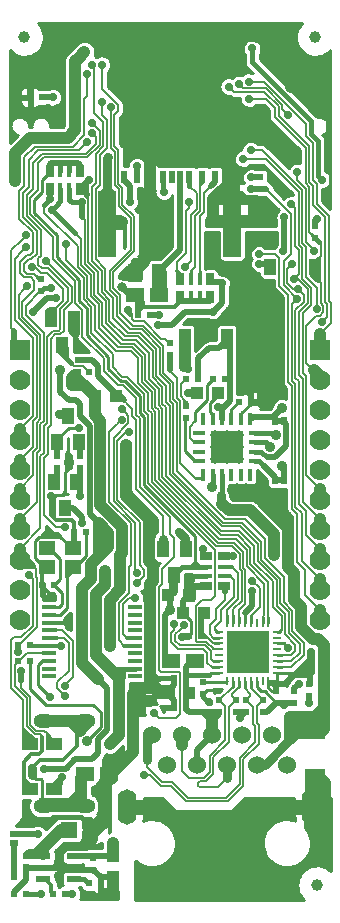
<source format=gbr>
G04 #@! TF.GenerationSoftware,KiCad,Pcbnew,5.99.0-unknown-d20d310~100~ubuntu18.04.1*
G04 #@! TF.CreationDate,2019-12-17T15:54:16+02:00*
G04 #@! TF.ProjectId,ESP32-PoE_Rev_E,45535033-322d-4506-9f45-5f5265765f45,E*
G04 #@! TF.SameCoordinates,Original*
G04 #@! TF.FileFunction,Copper,L2,Bot*
G04 #@! TF.FilePolarity,Positive*
%FSLAX46Y46*%
G04 Gerber Fmt 4.6, Leading zero omitted, Abs format (unit mm)*
G04 Created by KiCad (PCBNEW 5.99.0-unknown-d20d310~100~ubuntu18.04.1) date 2019-12-17 15:54:16*
%MOMM*%
%LPD*%
G04 APERTURE LIST*
%ADD10R,0.508000X0.762000*%
%ADD11R,0.500000X0.550000*%
%ADD12R,1.400000X1.000000*%
%ADD13R,1.200000X0.550000*%
%ADD14R,1.524000X1.270000*%
%ADD15R,0.550000X0.500000*%
%ADD16R,1.016000X1.016000*%
%ADD17R,1.270000X1.524000*%
%ADD18R,1.400000X1.400000*%
%ADD19C,1.400000*%
%ADD20C,1.000000*%
%ADD21R,1.000000X1.400000*%
%ADD22C,1.778000*%
%ADD23R,1.778000X1.778000*%
%ADD24R,1.270000X0.325000*%
%ADD25R,1.778000X1.016000*%
%ADD26R,0.500000X1.000000*%
%ADD27R,1.500000X1.200000*%
%ADD28R,1.500000X4.500000*%
%ADD29O,1.800000X1.200000*%
%ADD30R,1.016000X0.381000*%
%ADD31R,1.016000X0.635000*%
%ADD32R,0.381000X1.016000*%
%ADD33R,0.635000X1.016000*%
%ADD34R,3.600000X3.600000*%
%ADD35R,0.400000X0.400000*%
%ADD36R,1.422400X1.422400*%
%ADD37R,0.250000X0.800000*%
%ADD38R,0.800000X0.250000*%
%ADD39R,1.000000X0.400000*%
%ADD40R,0.400000X1.000000*%
%ADD41R,2.799999X2.799999*%
%ADD42C,0.800000*%
%ADD43R,1.016000X1.778000*%
%ADD44R,1.400000X1.200000*%
%ADD45R,0.762000X0.508000*%
%ADD46C,1.300000*%
%ADD47C,2.000000*%
%ADD48C,1.524000*%
%ADD49O,1.600000X2.999999*%
%ADD50C,0.700000*%
%ADD51C,0.900000*%
%ADD52C,1.016000*%
%ADD53C,0.508000*%
%ADD54C,0.152400*%
%ADD55C,0.254000*%
%ADD56C,0.304800*%
%ADD57C,0.406400*%
%ADD58C,0.762000*%
%ADD59C,0.609600*%
%ADD60C,0.660400*%
%ADD61C,0.203200*%
%ADD62C,1.270000*%
%ADD63C,0.330200*%
G04 APERTURE END LIST*
D10*
X113030000Y-129286000D03*
X113792000Y-129286000D03*
X113792000Y-134239000D03*
X113030000Y-134239000D03*
D11*
X91948000Y-167005000D03*
X90932000Y-167005000D03*
X90932000Y-166116000D03*
X91948000Y-166116000D03*
D12*
X92329000Y-160396000D03*
X92329000Y-156596000D03*
X94361000Y-156596000D03*
X94361000Y-160396000D03*
D11*
X106553000Y-125666500D03*
X105537000Y-125666500D03*
X91948000Y-167894000D03*
X90932000Y-167894000D03*
X92329000Y-101854000D03*
X93345000Y-101854000D03*
X98298000Y-168402000D03*
X97282000Y-168402000D03*
D13*
X93442000Y-168018500D03*
X93442000Y-167068500D03*
X93442000Y-166118500D03*
X96042000Y-168018500D03*
X96042000Y-166118500D03*
D14*
X96964500Y-159131000D03*
X98996500Y-159131000D03*
D15*
X97282000Y-125095000D03*
X97282000Y-124079000D03*
D16*
X99568000Y-127127000D03*
X97790000Y-127127000D03*
D11*
X108839000Y-125666500D03*
X107823000Y-125666500D03*
D17*
X101219000Y-116713000D03*
X103251000Y-116713000D03*
D18*
X95638620Y-163852860D03*
D19*
X97650300Y-163850320D03*
D20*
X116586000Y-168529000D03*
X116459000Y-96774000D03*
X91821000Y-96774000D03*
D11*
X105791000Y-147447000D03*
X106807000Y-147447000D03*
X104521000Y-151003000D03*
X105537000Y-151003000D03*
D15*
X113157000Y-152146000D03*
X113157000Y-153162000D03*
D11*
X104521000Y-153543000D03*
X105537000Y-153543000D03*
D15*
X93218000Y-117221000D03*
X93218000Y-118237000D03*
X104140000Y-122682000D03*
X104140000Y-123698000D03*
D11*
X104140000Y-124587000D03*
X105156000Y-124587000D03*
D15*
X111760000Y-108585000D03*
X111760000Y-109601000D03*
D11*
X102489000Y-120269000D03*
X101473000Y-120269000D03*
X109982000Y-127635000D03*
X110998000Y-127635000D03*
D15*
X105537000Y-129032000D03*
X105537000Y-128016000D03*
X106934000Y-152400000D03*
X106934000Y-151384000D03*
D11*
X90932000Y-169291000D03*
X91948000Y-169291000D03*
D15*
X115951000Y-151511000D03*
X115951000Y-152527000D03*
X114681000Y-152146000D03*
X114681000Y-153162000D03*
X110617000Y-152908000D03*
X110617000Y-153924000D03*
X112014000Y-152908000D03*
X112014000Y-153924000D03*
X108331000Y-152908000D03*
X108331000Y-153924000D03*
X109728000Y-152908000D03*
X109728000Y-153924000D03*
D11*
X94234000Y-169291000D03*
X95250000Y-169291000D03*
D15*
X96393000Y-124079000D03*
X96393000Y-125095000D03*
X97663000Y-167259000D03*
X97663000Y-166243000D03*
D11*
X91313000Y-148209000D03*
X92329000Y-148209000D03*
X91313000Y-149606000D03*
X92329000Y-149606000D03*
D21*
X103571040Y-140116560D03*
X105473500Y-140116560D03*
X104518460Y-142326360D03*
D22*
X116840000Y-130840000D03*
X116840000Y-128300000D03*
X116840000Y-125760000D03*
D23*
X116840000Y-123220000D03*
D22*
X116840000Y-133380000D03*
X116840000Y-135920000D03*
X116840000Y-141000000D03*
X116840000Y-138460000D03*
X116840000Y-143540000D03*
X116840000Y-146080000D03*
X91440000Y-130840000D03*
X91440000Y-128300000D03*
X91440000Y-125760000D03*
D23*
X91440000Y-123220000D03*
D22*
X91440000Y-133380000D03*
X91440000Y-135920000D03*
X91440000Y-141000000D03*
X91440000Y-138460000D03*
X91440000Y-143540000D03*
X91440000Y-146080000D03*
D16*
X99314000Y-167894000D03*
X99314000Y-166116000D03*
D24*
X93916500Y-150880000D03*
X93916500Y-150230000D03*
X93916500Y-149580000D03*
X93916500Y-148930000D03*
X93916500Y-148280000D03*
X93916500Y-147630000D03*
X93916500Y-146980000D03*
X93916500Y-146330000D03*
X93916500Y-145680000D03*
X93916500Y-145030000D03*
X101155500Y-145030000D03*
X101155500Y-145680000D03*
X101155500Y-146330000D03*
X101155500Y-146980000D03*
X101155500Y-147630000D03*
X101155500Y-148280000D03*
X101155500Y-148930000D03*
X101155500Y-149580000D03*
X101155500Y-150230000D03*
X101155500Y-150880000D03*
D21*
X94300040Y-134401560D03*
X96202500Y-134401560D03*
X95247460Y-136611360D03*
D14*
X101219000Y-118618000D03*
X103251000Y-118618000D03*
D25*
X116459000Y-159258000D03*
X116459000Y-155702000D03*
D26*
X100290000Y-108587000D03*
X101390000Y-108587000D03*
X102490000Y-108587000D03*
X103590000Y-108587000D03*
X104340000Y-108587000D03*
X105040000Y-108587000D03*
X105790000Y-108587000D03*
X106890000Y-108587000D03*
X107990000Y-108587000D03*
D27*
X109440000Y-110337000D03*
X98840000Y-110337000D03*
X109440000Y-114787000D03*
X98840000Y-114787000D03*
D28*
X98840000Y-112387000D03*
X109440000Y-112387000D03*
D16*
X105283000Y-145542000D03*
X107061000Y-145542000D03*
X104013000Y-152273000D03*
X105791000Y-152273000D03*
X105791000Y-144018000D03*
X104013000Y-144018000D03*
X101600000Y-152908000D03*
X99822000Y-152908000D03*
D29*
X93476000Y-154642000D03*
X96946000Y-154642000D03*
X96946000Y-161842000D03*
X93476000Y-161842000D03*
D30*
X107188000Y-141605000D03*
X107188000Y-142367000D03*
X108712000Y-141605000D03*
X108712000Y-142367000D03*
D31*
X107188000Y-140716000D03*
X108712000Y-140716000D03*
X107188000Y-143256000D03*
X108712000Y-143256000D03*
D32*
X95631000Y-108077000D03*
X94869000Y-108077000D03*
X95631000Y-109601000D03*
X94869000Y-109601000D03*
D33*
X96520000Y-108077000D03*
X96520000Y-109601000D03*
X93980000Y-108077000D03*
X93980000Y-109601000D03*
D21*
X96453960Y-131028440D03*
X94551500Y-131028440D03*
X95506540Y-128818640D03*
D14*
X104267000Y-149606000D03*
X106299000Y-149606000D03*
D11*
X93345000Y-143129000D03*
X94361000Y-143129000D03*
D21*
X116400000Y-116195000D03*
X112600000Y-116195000D03*
D15*
X116459000Y-113792000D03*
X116459000Y-112776000D03*
D34*
X110744000Y-148844000D03*
D35*
X112044000Y-149344000D03*
X112044000Y-148344000D03*
X111244000Y-147544000D03*
X110244000Y-147544000D03*
X109444000Y-148344000D03*
X109444000Y-149344000D03*
X110244000Y-150144000D03*
X111244000Y-150144000D03*
D36*
X110744000Y-148844000D03*
D37*
X108994000Y-151294000D03*
X109494000Y-151294000D03*
X109994000Y-151294000D03*
X110494000Y-151294000D03*
X110994000Y-151294000D03*
X111494000Y-151294000D03*
X111994000Y-151294000D03*
X112494000Y-151294000D03*
D38*
X113194000Y-150594000D03*
X113194000Y-150094000D03*
X113194000Y-149594000D03*
X113194000Y-149094000D03*
X113194000Y-148594000D03*
X113194000Y-148094000D03*
X113194000Y-147594000D03*
X113194000Y-147094000D03*
D37*
X112494000Y-146394000D03*
X111994000Y-146394000D03*
X111494000Y-146394000D03*
X110994000Y-146394000D03*
X110494000Y-146394000D03*
X109994000Y-146394000D03*
X109494000Y-146394000D03*
X108994000Y-146394000D03*
D38*
X108294000Y-147094000D03*
X108294000Y-147594000D03*
X108294000Y-148094000D03*
X108294000Y-148594000D03*
X108294000Y-149094000D03*
X108294000Y-149594000D03*
X108294000Y-150094000D03*
X108294000Y-150594000D03*
D39*
X106616000Y-132645000D03*
X106616000Y-131845000D03*
X106616000Y-131045000D03*
X106616000Y-130245000D03*
D40*
X106966000Y-129095000D03*
X107766000Y-129095000D03*
X108566000Y-129095000D03*
X109366000Y-129095000D03*
X110166000Y-129095000D03*
X110966000Y-129095000D03*
D39*
X111316000Y-130245000D03*
X111316000Y-131045000D03*
X111316000Y-131845000D03*
X111316000Y-132645000D03*
D40*
X110966000Y-133795000D03*
X110166000Y-133795000D03*
X109366000Y-133795000D03*
X108566000Y-133795000D03*
X107766000Y-133795000D03*
X106966000Y-133795000D03*
D41*
X108966000Y-131445000D03*
D42*
X107966000Y-132445000D03*
X108966000Y-132445000D03*
X109966000Y-132445000D03*
X107966000Y-131445000D03*
X108966000Y-131445000D03*
X109966000Y-131445000D03*
X108966000Y-130445000D03*
X107966000Y-130445000D03*
X109966000Y-130445000D03*
D15*
X94615000Y-133223000D03*
X94615000Y-132207000D03*
X96520000Y-132207000D03*
X96520000Y-133223000D03*
D16*
X106426000Y-126873000D03*
X108204000Y-126873000D03*
D21*
X94107000Y-120650000D03*
X96009460Y-120650000D03*
X95054420Y-122859800D03*
D32*
X106680000Y-117221000D03*
X105918000Y-117221000D03*
X106680000Y-118745000D03*
X105918000Y-118745000D03*
D33*
X107569000Y-117221000D03*
X107569000Y-118745000D03*
X105029000Y-117221000D03*
X105029000Y-118745000D03*
D43*
X108966000Y-122301000D03*
X105410000Y-122301000D03*
D11*
X96012000Y-138684000D03*
X97028000Y-138684000D03*
D44*
X95969000Y-140043000D03*
X93769000Y-141643000D03*
X93769000Y-140043000D03*
X95969000Y-141643000D03*
D45*
X90932000Y-164973000D03*
X90932000Y-164211000D03*
D46*
X104940000Y-104235000D03*
X101340000Y-104235000D03*
X103140000Y-106035000D03*
X103140000Y-102435000D03*
X104940000Y-102435000D03*
X101340000Y-102435000D03*
X104940000Y-106035000D03*
D47*
X103140000Y-104235000D03*
D46*
X101340000Y-106035000D03*
D48*
X102616000Y-155806000D03*
X103886000Y-158346000D03*
X105156000Y-155806000D03*
X106426000Y-158346000D03*
X107696000Y-155806000D03*
X108966000Y-158346000D03*
X110236000Y-155806000D03*
X111506000Y-158346000D03*
X112776000Y-155806000D03*
X114046000Y-158346000D03*
D49*
X100531000Y-161946000D03*
X116131000Y-161946000D03*
D50*
X91949764Y-113540165D03*
X93477590Y-158680910D03*
D51*
X94843600Y-124968000D03*
X98933000Y-139700000D03*
X99314000Y-164973000D03*
D50*
X92964000Y-163195000D03*
X93853000Y-163195000D03*
D51*
X98330590Y-161163000D03*
X98330590Y-160210498D03*
X114300000Y-106680000D03*
X103011525Y-151878661D03*
D50*
X101219000Y-115824000D03*
X102044500Y-115824000D03*
D51*
X117348000Y-103378000D03*
X117348000Y-102108000D03*
X117348000Y-100965000D03*
X117348000Y-99822000D03*
X117348000Y-98679000D03*
X115570000Y-98679000D03*
X114427000Y-100965000D03*
X114427000Y-99822000D03*
X114427000Y-98679000D03*
X114427000Y-97155000D03*
X105410000Y-107315000D03*
X106680000Y-103505000D03*
X106680000Y-106045000D03*
X107950000Y-107315000D03*
X107950000Y-104775000D03*
X109220000Y-106045000D03*
X104140000Y-107315000D03*
X107950000Y-103505000D03*
X107950000Y-106045000D03*
X109220000Y-107315000D03*
X109220000Y-104775000D03*
X106680000Y-107315000D03*
X106680000Y-104775000D03*
X106680000Y-102235000D03*
D50*
X98869500Y-106934000D03*
D51*
X91059000Y-102616000D03*
X91059000Y-101346000D03*
X91059000Y-100076000D03*
X91059000Y-98806000D03*
X92328990Y-98806000D03*
X93726000Y-98806000D03*
X93726000Y-97472500D03*
X95631000Y-96012000D03*
X114427000Y-96012000D03*
X112649000Y-96012000D03*
X110617000Y-96012000D03*
X106807000Y-96774000D03*
X108077000Y-96012000D03*
X105537000Y-96012000D03*
X102997000Y-96012000D03*
X101727000Y-96774000D03*
X104267000Y-96774000D03*
X109347000Y-96774000D03*
X100457000Y-96012000D03*
X93726000Y-96012000D03*
X97917000Y-96012000D03*
D50*
X102489000Y-109836724D03*
D51*
X100076000Y-112395000D03*
D50*
X96139000Y-121793000D03*
X105159542Y-147577542D03*
X107502411Y-153066789D03*
X100584000Y-119888000D03*
D51*
X100457000Y-134213600D03*
D50*
X94107000Y-135636000D03*
D51*
X94742000Y-167767000D03*
X94742000Y-166624000D03*
X107823000Y-112395000D03*
X92328990Y-100584000D03*
D50*
X94234000Y-144145000D03*
D51*
X103632000Y-112395000D03*
X99187000Y-96774000D03*
D50*
X117475000Y-105156000D03*
D51*
X111506000Y-96774000D03*
X96901000Y-96774000D03*
X102489000Y-112395000D03*
D50*
X100203000Y-116967000D03*
D51*
X100457000Y-131267200D03*
D50*
X106934000Y-140081000D03*
X116078000Y-148818600D03*
X95631000Y-146685000D03*
D51*
X102489000Y-148590000D03*
X99314000Y-169037000D03*
X101473000Y-151892000D03*
D50*
X113030000Y-151511000D03*
X111119156Y-97707424D03*
X117023390Y-108817577D03*
D42*
X100135496Y-117906152D03*
D50*
X92590110Y-120015000D03*
D51*
X95884958Y-126238042D03*
X97790000Y-128777998D03*
D50*
X105410000Y-139128500D03*
X94488000Y-118872000D03*
D51*
X96901000Y-98044000D03*
D50*
X116586000Y-112141000D03*
D51*
X91059000Y-108966000D03*
D50*
X104902000Y-138620500D03*
D51*
X99949000Y-143510000D03*
X99060000Y-148336000D03*
D50*
X110109000Y-154432000D03*
X113792000Y-153289000D03*
X91978957Y-114554000D03*
X94742000Y-128651000D03*
X111051173Y-108638173D03*
X103631994Y-109836732D03*
D51*
X97155000Y-156337000D03*
X99060000Y-156590986D03*
X98679000Y-141986000D03*
D50*
X105796410Y-110751157D03*
X100774500Y-110680496D03*
X97154788Y-105664420D03*
X101345994Y-107696000D03*
X93634830Y-115749544D03*
D51*
X113284000Y-119126000D03*
X113284000Y-120396000D03*
X113284000Y-121666000D03*
X113284000Y-122936000D03*
X113284000Y-124206000D03*
X112014000Y-119126000D03*
X112014000Y-120396000D03*
X112014000Y-121666000D03*
X112014000Y-124206000D03*
X112014000Y-122936000D03*
X113284000Y-125476000D03*
X112014000Y-125476000D03*
X110871000Y-125476000D03*
X113284000Y-126619000D03*
X112014000Y-127762000D03*
X112014000Y-126619000D03*
X110871000Y-126619000D03*
X109474000Y-135128000D03*
X114300000Y-154305000D03*
D50*
X105671242Y-126872771D03*
X105646588Y-124858412D03*
D51*
X112649000Y-131445000D03*
X113131600Y-130454400D03*
X113665000Y-133096000D03*
X113665000Y-128143000D03*
D50*
X116573518Y-119765597D03*
X110998000Y-106299000D03*
X110363000Y-107060996D03*
X110827886Y-100518975D03*
X94234000Y-101854000D03*
X101981000Y-159258000D03*
D51*
X102108000Y-168783000D03*
X105283000Y-168783000D03*
X108204000Y-168783000D03*
X110998000Y-168783000D03*
X112522000Y-167132000D03*
X104013000Y-167132000D03*
X106934000Y-167132000D03*
X109601000Y-167132000D03*
X106680000Y-163322000D03*
X109728000Y-163322000D03*
X103632000Y-161946000D03*
X110617000Y-161946000D03*
X113030000Y-161946000D03*
X105918000Y-164846000D03*
X110871000Y-164846000D03*
X108204000Y-164846000D03*
D50*
X114173000Y-148463000D03*
X111696500Y-115954254D03*
D51*
X112928400Y-140589000D03*
D50*
X100062412Y-129172589D03*
X96475144Y-129826028D03*
X96730025Y-137874369D03*
X101219000Y-144272000D03*
X96520000Y-135636000D03*
X95231599Y-151654399D03*
X95231596Y-152512566D03*
X111125000Y-143649700D03*
D51*
X104140000Y-145288000D03*
D50*
X92075000Y-117856016D03*
X117024281Y-120913475D03*
X97536000Y-104013000D03*
X109121140Y-100936860D03*
X102806507Y-153987493D03*
X92963986Y-164211000D03*
X111104976Y-142796955D03*
X109474000Y-140716000D03*
X105339378Y-146567141D03*
X115951000Y-153162000D03*
X104491677Y-146477642D03*
X115062000Y-151511000D03*
X95885000Y-169290994D03*
X93217439Y-169291561D03*
X108217597Y-128058505D03*
D51*
X107696000Y-134848600D03*
D50*
X92456000Y-158623000D03*
X94932500Y-148272500D03*
X95019852Y-159437320D03*
X93980000Y-152654000D03*
X114173000Y-103378000D03*
X109982000Y-100711000D03*
X103135212Y-121125408D03*
X108585000Y-117602000D03*
X107823000Y-120015000D03*
X94107000Y-117983000D03*
X110871000Y-101981004D03*
X97536000Y-104902000D03*
X91574110Y-150412598D03*
X91310373Y-148796940D03*
X97147890Y-99910341D03*
X92188792Y-142297910D03*
X113852728Y-112014000D03*
X113728500Y-114871500D03*
X100076000Y-128270000D03*
X101346000Y-142113000D03*
X116384334Y-114871500D03*
X114932121Y-108184528D03*
X100695469Y-130214143D03*
X101346000Y-143002000D03*
X114462245Y-115922976D03*
X114961886Y-118048831D03*
X105410000Y-116205000D03*
X114413738Y-110914018D03*
X114662732Y-117250637D03*
X110998008Y-109593946D03*
X114934137Y-118900792D03*
X111696500Y-115101841D03*
X103202017Y-120244527D03*
X96673145Y-110744000D03*
X94156262Y-111379297D03*
X97312968Y-108831208D03*
X93980000Y-110490555D03*
X92455958Y-116203466D03*
X98398693Y-99097193D03*
X99124867Y-102705397D03*
X98415660Y-102232500D03*
X97536008Y-99123500D03*
X95353530Y-114274400D03*
X95278919Y-138270969D03*
D52*
X98171000Y-140716000D02*
X98933000Y-139954000D01*
X98159414Y-137933586D02*
X98159414Y-140704414D01*
X98159414Y-140704414D02*
X98171000Y-140716000D01*
X97485200Y-141401800D02*
X98171000Y-140716000D01*
D53*
X96520000Y-127785172D02*
X96520000Y-128801170D01*
X95567500Y-127508000D02*
X96242828Y-127508000D01*
X96242828Y-127508000D02*
X96520000Y-127785172D01*
X94869000Y-126809500D02*
X95567500Y-127508000D01*
X94843600Y-124968000D02*
X94869000Y-124993400D01*
X94869000Y-124993400D02*
X94869000Y-126809500D01*
X96520000Y-128801170D02*
X97360361Y-129641531D01*
X97360361Y-129641531D02*
X97360361Y-137134533D01*
X97360361Y-137134533D02*
X98159414Y-137933586D01*
D54*
X90678000Y-121348500D02*
X90678000Y-114811929D01*
X90932000Y-121602500D02*
X90678000Y-121348500D01*
X91599765Y-113890164D02*
X91949764Y-113540165D01*
X90678000Y-114811929D02*
X91599765Y-113890164D01*
D53*
X91440000Y-123220000D02*
X90932000Y-122712000D01*
X90932000Y-122712000D02*
X90932000Y-121602500D01*
D52*
X98933000Y-138707172D02*
X98159414Y-137933586D01*
X98933000Y-139700000D02*
X98933000Y-138707172D01*
D53*
X98933000Y-139192000D02*
X98933000Y-138707172D01*
D52*
X98933000Y-139700000D02*
X98933000Y-139192000D01*
X96685122Y-149707622D02*
X96685122Y-143421078D01*
X98075750Y-151098250D02*
X96685122Y-149707622D01*
X96685122Y-143421078D02*
X97485200Y-142621000D01*
X97485200Y-142621000D02*
X97485200Y-141401800D01*
X98933000Y-139954000D02*
X98933000Y-139700000D01*
D53*
X98075750Y-151098250D02*
X98831411Y-151853911D01*
X98831411Y-155414946D02*
X98044000Y-156202356D01*
X98044000Y-156202356D02*
X98044000Y-157353000D01*
X98044000Y-157353000D02*
X97521861Y-157875139D01*
X98831411Y-151853911D02*
X98831411Y-155414946D01*
X93972564Y-158680910D02*
X93477590Y-158680910D01*
X95347368Y-158680910D02*
X93972564Y-158680910D01*
X97521861Y-157875139D02*
X96153139Y-157875139D01*
X96153139Y-157875139D02*
X95347368Y-158680910D01*
X96042000Y-166118500D02*
X97787500Y-166118500D01*
X97787500Y-166118500D02*
X97790000Y-166116000D01*
X99314000Y-166116000D02*
X97790000Y-166116000D01*
X97790000Y-166116000D02*
X97663000Y-166243000D01*
D52*
X99314000Y-164973000D02*
X99314000Y-165481000D01*
D55*
X99203000Y-165370000D02*
X99314000Y-165481000D01*
D52*
X99314000Y-165481000D02*
X99314000Y-166116000D01*
D55*
X99068000Y-165870000D02*
X99314000Y-166116000D01*
X117729000Y-109918500D02*
X117411500Y-110236000D01*
X117729000Y-108267500D02*
X117729000Y-109918500D01*
X117602000Y-108140500D02*
X117729000Y-108267500D01*
D53*
X105658058Y-147574000D02*
X105791000Y-147574000D01*
X105159542Y-147577542D02*
X105654516Y-147577542D01*
X105654516Y-147577542D02*
X105658058Y-147574000D01*
X105791000Y-147447000D02*
X105290084Y-147447000D01*
X105290084Y-147447000D02*
X105159542Y-147577542D01*
D55*
X112494000Y-151294000D02*
X113067000Y-151294000D01*
X112494000Y-151483000D02*
X112522000Y-151511000D01*
X112494000Y-151294000D02*
X112494000Y-151483000D01*
X112522000Y-151511000D02*
X113030000Y-151511000D01*
X112776000Y-152146000D02*
X113157000Y-152146000D01*
X112494000Y-151864000D02*
X112776000Y-152146000D01*
X112494000Y-151294000D02*
X112494000Y-151864000D01*
X114335500Y-150594000D02*
X114554000Y-150812500D01*
X114554000Y-150812500D02*
X114554000Y-150876000D01*
X113194000Y-150594000D02*
X114335500Y-150594000D01*
X113194000Y-151167000D02*
X113194000Y-151347000D01*
X113194000Y-150594000D02*
X113194000Y-151167000D01*
X113067000Y-151294000D02*
X113194000Y-151167000D01*
D56*
X93345000Y-143256000D02*
X94234000Y-144145000D01*
X93345000Y-143129000D02*
X93345000Y-143256000D01*
D57*
X93345000Y-144018000D02*
X93472000Y-144145000D01*
X93345000Y-143129000D02*
X93345000Y-144018000D01*
D54*
X101092000Y-120777000D02*
X100933999Y-120618999D01*
X103433074Y-122279600D02*
X101930474Y-120777000D01*
X100933999Y-120618999D02*
X100933999Y-120237999D01*
X101930474Y-120777000D02*
X101092000Y-120777000D01*
X103712600Y-122279600D02*
X103433074Y-122279600D01*
X104115000Y-122682000D02*
X103712600Y-122279600D01*
X104140000Y-122682000D02*
X104115000Y-122682000D01*
X100933999Y-120237999D02*
X100584000Y-119888000D01*
D53*
X104521000Y-151574500D02*
X104216839Y-151878661D01*
X104521000Y-151003000D02*
X104521000Y-151574500D01*
X104216839Y-151878661D02*
X103647921Y-151878661D01*
X103647921Y-151878661D02*
X103011525Y-151878661D01*
D57*
X104521000Y-151003000D02*
X102612000Y-151003000D01*
X102612000Y-151003000D02*
X102489000Y-150880000D01*
D58*
X98386900Y-163113720D02*
X98386900Y-160266808D01*
X97650300Y-163850320D02*
X98386900Y-163113720D01*
X98386900Y-160266808D02*
X98350299Y-160230207D01*
D57*
X92964000Y-163195000D02*
X93853000Y-163195000D01*
X94250741Y-162797259D02*
X93853000Y-163195000D01*
X97650300Y-163850320D02*
X96597239Y-162797259D01*
X96597239Y-162797259D02*
X94250741Y-162797259D01*
D53*
X98350299Y-160230207D02*
X98330590Y-160210498D01*
D52*
X98806000Y-159004000D02*
X98806000Y-159735088D01*
X98806000Y-159735088D02*
X98780589Y-159760499D01*
X98780589Y-159760499D02*
X98330590Y-160210498D01*
X114300000Y-106680000D02*
X112395000Y-104775000D01*
X112395000Y-104775000D02*
X109220000Y-104775000D01*
X102998186Y-151892000D02*
X103011525Y-151878661D01*
X101473000Y-151892000D02*
X102998186Y-151892000D01*
X102489000Y-151356136D02*
X102561526Y-151428662D01*
X102489000Y-150876000D02*
X102489000Y-151356136D01*
X102561526Y-151428662D02*
X103011525Y-151878661D01*
D58*
X100697974Y-116967000D02*
X101282500Y-116967000D01*
X100203000Y-116967000D02*
X100697974Y-116967000D01*
X101219000Y-115824000D02*
X101219000Y-115951000D01*
X101219000Y-115951000D02*
X100203000Y-116967000D01*
X101219000Y-115824000D02*
X102044500Y-115824000D01*
X101219000Y-116713000D02*
X101219000Y-116649500D01*
X101219000Y-116649500D02*
X102044500Y-115824000D01*
D56*
X96075500Y-140081000D02*
X95758000Y-139763500D01*
D55*
X105727500Y-147447000D02*
X105791000Y-147447000D01*
X105283000Y-145542000D02*
X105968788Y-146227788D01*
X105968788Y-146227788D02*
X105968788Y-147205712D01*
X105968788Y-147205712D02*
X105727500Y-147447000D01*
D52*
X109410500Y-109410500D02*
X109410500Y-110299500D01*
X109410500Y-108902500D02*
X109410500Y-109410500D01*
X109220000Y-107315000D02*
X109220000Y-109220000D01*
X109220000Y-109220000D02*
X109410500Y-109410500D01*
X109220000Y-107315000D02*
X109220000Y-108331000D01*
X109410500Y-108902500D02*
X109410500Y-108521500D01*
X109410500Y-108521500D02*
X109220000Y-108331000D01*
D58*
X117348000Y-98679000D02*
X115570000Y-98679000D01*
D52*
X115570000Y-98679000D02*
X114427000Y-98679000D01*
X117348000Y-103378000D02*
X117348000Y-98679000D01*
D53*
X117615401Y-105015599D02*
X117615401Y-103645401D01*
X117615401Y-103645401D02*
X117348000Y-103378000D01*
X117475000Y-105156000D02*
X117615401Y-105015599D01*
D52*
X111506000Y-96774000D02*
X114046000Y-96774000D01*
X114046000Y-96774000D02*
X114427000Y-97155000D01*
X114427000Y-100965000D02*
X114427000Y-96012000D01*
X106680000Y-104775000D02*
X109220000Y-104775000D01*
X106680000Y-106045000D02*
X109220000Y-106045000D01*
X107950000Y-103505000D02*
X107950000Y-107315000D01*
X109220000Y-104775000D02*
X106680000Y-102235000D01*
X109220000Y-107315000D02*
X109220000Y-104775000D01*
X106680000Y-107315000D02*
X106680000Y-102235000D01*
X104140000Y-107315000D02*
X109220000Y-107315000D01*
X106172000Y-104267000D02*
X103251000Y-104267000D01*
D58*
X98840000Y-110337000D02*
X98840000Y-106963500D01*
X98840000Y-106963500D02*
X98869500Y-106934000D01*
X93726000Y-97472500D02*
X93726000Y-96012000D01*
D52*
X93726000Y-98806000D02*
X93726000Y-97472500D01*
X95758000Y-96774000D02*
X92328990Y-100203010D01*
X92328990Y-100203010D02*
X92328990Y-100584000D01*
X96901000Y-96774000D02*
X95758000Y-96774000D01*
D58*
X101346000Y-102362000D02*
X101346000Y-96774000D01*
X103251000Y-104267000D02*
X101346000Y-102362000D01*
X101346000Y-96774000D02*
X100076000Y-96774000D01*
X111506000Y-96774000D02*
X113665000Y-96774000D01*
X113665000Y-96774000D02*
X114427000Y-96012000D01*
D52*
X96901000Y-96774000D02*
X109347000Y-96774000D01*
X93726000Y-96012000D02*
X114427000Y-96012000D01*
D58*
X109593000Y-110490000D02*
X111442500Y-110490000D01*
X109440000Y-110337000D02*
X109593000Y-110490000D01*
D53*
X117602000Y-105312180D02*
X117602000Y-108140500D01*
X117616590Y-105297590D02*
X117602000Y-105312180D01*
X117475000Y-105156000D02*
X117616590Y-105297590D01*
D52*
X109440000Y-110337000D02*
X107976000Y-110337000D01*
X107976000Y-110337000D02*
X107823000Y-110490000D01*
X107823000Y-110490000D02*
X109410500Y-108902500D01*
X107823000Y-112395000D02*
X107823000Y-110490000D01*
X98840000Y-112387000D02*
X100068000Y-112387000D01*
X100068000Y-112387000D02*
X100076000Y-112395000D01*
X109440000Y-112387000D02*
X107831000Y-112387000D01*
X107831000Y-112387000D02*
X107823000Y-112395000D01*
X107823000Y-112395000D02*
X109220000Y-112395000D01*
D53*
X98840000Y-112895000D02*
X99340000Y-112395000D01*
X99340000Y-112395000D02*
X99581026Y-112395000D01*
X99581026Y-112395000D02*
X100076000Y-112395000D01*
D52*
X102489000Y-112395000D02*
X102489000Y-108588000D01*
X102489000Y-108588000D02*
X102490000Y-108587000D01*
D58*
X98840000Y-112387000D02*
X98488500Y-112035500D01*
D52*
X102490000Y-108587000D02*
X102490000Y-104901000D01*
X102490000Y-104901000D02*
X103124000Y-104267000D01*
D53*
X92329000Y-101854000D02*
X92329000Y-100584010D01*
X92329000Y-100584010D02*
X92328990Y-100584000D01*
D58*
X95885000Y-121539000D02*
X95885000Y-121158000D01*
X96139000Y-121793000D02*
X95885000Y-121539000D01*
X95885000Y-121158000D02*
X95885000Y-120650000D01*
X96139000Y-120650000D02*
X96012000Y-120650000D01*
X96139000Y-121793000D02*
X96139000Y-120650000D01*
D52*
X102743000Y-141478000D02*
X102743000Y-142818793D01*
X102489000Y-147953604D02*
X102489000Y-148590000D01*
X100457000Y-135633206D02*
X102362000Y-137538206D01*
X102489000Y-143072793D02*
X102489000Y-147953604D01*
X100457000Y-134213600D02*
X100457000Y-135633206D01*
X102743000Y-142818793D02*
X102489000Y-143072793D01*
X102362000Y-137538206D02*
X102362000Y-141097000D01*
X102362000Y-141097000D02*
X102743000Y-141478000D01*
X100457000Y-131267200D02*
X100457000Y-134213600D01*
D59*
X107188000Y-143256000D02*
X105854500Y-143256000D01*
X105854500Y-142621000D02*
X105854500Y-143256000D01*
D57*
X106108500Y-142367000D02*
X105854500Y-142621000D01*
X107188000Y-142367000D02*
X106108500Y-142367000D01*
D59*
X105854500Y-143256000D02*
X105854500Y-143954500D01*
D53*
X105283000Y-145542000D02*
X105283000Y-144526000D01*
X105283000Y-144526000D02*
X105854500Y-143954500D01*
X104521000Y-152844500D02*
X104013000Y-152336500D01*
X104521000Y-153543000D02*
X104521000Y-152844500D01*
X104013000Y-152336500D02*
X104013000Y-152273000D01*
D52*
X100990410Y-152374590D02*
X100990410Y-153517588D01*
X100990410Y-153517588D02*
X100990411Y-153517589D01*
X101473000Y-151892000D02*
X100990410Y-152374590D01*
X99123500Y-159131000D02*
X100990411Y-157264089D01*
X98996500Y-159131000D02*
X99123500Y-159131000D01*
X100990411Y-153517589D02*
X101282500Y-153225500D01*
X100990411Y-157264089D02*
X100990411Y-153517589D01*
X101282500Y-153225500D02*
X101600000Y-152908000D01*
X101600000Y-152908000D02*
X101600000Y-152019000D01*
X101600000Y-152019000D02*
X101473000Y-151892000D01*
D57*
X106934000Y-152654000D02*
X107346789Y-153066789D01*
X107346789Y-153066789D02*
X107502411Y-153066789D01*
X106934000Y-152400000D02*
X106934000Y-152654000D01*
D53*
X98298000Y-169037000D02*
X99314000Y-169037000D01*
X98298000Y-168402000D02*
X98298000Y-169037000D01*
X92011500Y-167068500D02*
X91948000Y-167005000D01*
X93442000Y-167068500D02*
X92011500Y-167068500D01*
X90932000Y-169164000D02*
X90932000Y-169291000D01*
X91948000Y-168148000D02*
X90932000Y-169164000D01*
X91948000Y-167894000D02*
X91948000Y-168148000D01*
X91948000Y-167005000D02*
X91948000Y-167894000D01*
D55*
X95250000Y-133604000D02*
X95504000Y-133350000D01*
X95250000Y-135382000D02*
X95250000Y-133604000D01*
X95123000Y-135509000D02*
X95250000Y-135382000D01*
X94234000Y-135509000D02*
X95123000Y-135509000D01*
X94107000Y-135636000D02*
X94234000Y-135509000D01*
X98996500Y-159131000D02*
X98806000Y-159131000D01*
X95969000Y-140043000D02*
X96096000Y-139916000D01*
D56*
X93345000Y-143129000D02*
X93345000Y-142067000D01*
X93345000Y-142067000D02*
X93769000Y-141643000D01*
D58*
X98996500Y-159131000D02*
X98933000Y-159194500D01*
D53*
X97663000Y-167259000D02*
X95377000Y-167259000D01*
X95377000Y-167259000D02*
X94742000Y-166624000D01*
D58*
X97028000Y-165227000D02*
X95250000Y-165227000D01*
X94742000Y-165735000D02*
X95250000Y-165227000D01*
X94742000Y-165735000D02*
X94742000Y-166624000D01*
D53*
X98298000Y-167894000D02*
X97663000Y-167259000D01*
X98298000Y-167894000D02*
X99314000Y-167894000D01*
X98298000Y-168402000D02*
X98298000Y-167894000D01*
D58*
X97650300Y-164604700D02*
X97028000Y-165227000D01*
X97650300Y-163850320D02*
X97650300Y-164604700D01*
D53*
X93442000Y-167068500D02*
X94297500Y-167068500D01*
X94297500Y-167068500D02*
X94742000Y-166624000D01*
D54*
X109440000Y-112387000D02*
X109440000Y-114787000D01*
X98840000Y-112387000D02*
X98840000Y-114787000D01*
D52*
X109440000Y-112387000D02*
X109440000Y-113123000D01*
D53*
X101219000Y-116713000D02*
X100965000Y-116967000D01*
X100965000Y-116967000D02*
X100203000Y-116967000D01*
D58*
X111506000Y-96774000D02*
X108966000Y-96774000D01*
D52*
X103124000Y-96774000D02*
X106045000Y-96774000D01*
X96901000Y-96774000D02*
X100076000Y-96774000D01*
D57*
X115951000Y-150876000D02*
X115951000Y-148945600D01*
X115951000Y-148945600D02*
X116078000Y-148818600D01*
X115951000Y-151511000D02*
X115951000Y-150876000D01*
D55*
X115951000Y-150876000D02*
X114554000Y-150876000D01*
D53*
X114554000Y-150876000D02*
X113919000Y-151511000D01*
X113919000Y-151511000D02*
X113030000Y-151511000D01*
D55*
X107315000Y-152019000D02*
X107950000Y-152019000D01*
X106934000Y-152400000D02*
X107315000Y-152019000D01*
D52*
X102489000Y-148590000D02*
X102489000Y-150876000D01*
D53*
X106934000Y-140589000D02*
X106934000Y-140081000D01*
X107061000Y-140716000D02*
X106934000Y-140589000D01*
D55*
X113194000Y-151347000D02*
X113030000Y-151511000D01*
D57*
X113157000Y-151638000D02*
X113157000Y-152146000D01*
X113030000Y-151511000D02*
X113157000Y-151638000D01*
D55*
X102108000Y-150876000D02*
X102489000Y-150876000D01*
X102485000Y-150876000D02*
X102108000Y-150876000D01*
X102489000Y-150880000D02*
X102485000Y-150876000D01*
D56*
X95631000Y-146685000D02*
X95276000Y-146330000D01*
X95276000Y-146330000D02*
X93916500Y-146330000D01*
D53*
X97650300Y-163850320D02*
X97756980Y-163957000D01*
X99568000Y-167894000D02*
X99314000Y-167894000D01*
X99060000Y-167640000D02*
X99314000Y-167894000D01*
X99314000Y-167894000D02*
X99314000Y-169037000D01*
X97650300Y-163850320D02*
X97642680Y-163850320D01*
X91948000Y-165989000D02*
X92202000Y-165735000D01*
X91948000Y-166116000D02*
X91948000Y-165989000D01*
X92202000Y-165735000D02*
X93218000Y-165735000D01*
D52*
X93442000Y-165384000D02*
X92964000Y-165862000D01*
X95631000Y-163845240D02*
X95638620Y-163852860D01*
D53*
X91950500Y-166118500D02*
X91948000Y-166116000D01*
X93442000Y-166118500D02*
X91950500Y-166118500D01*
D52*
X93442000Y-165892000D02*
X93442000Y-165384000D01*
X93442000Y-165384000D02*
X94973140Y-163852860D01*
X94973140Y-163852860D02*
X95638620Y-163852860D01*
D57*
X93442000Y-166118500D02*
X93442000Y-165892000D01*
D52*
X95638620Y-163852860D02*
X95638620Y-163949380D01*
D56*
X101873225Y-119614775D02*
X101473000Y-120015000D01*
X101873225Y-119589725D02*
X101873225Y-119614775D01*
X101873225Y-119589725D02*
X101517275Y-119589725D01*
X104565275Y-119589725D02*
X101873225Y-119589725D01*
X101346000Y-118618000D02*
X101873225Y-119145225D01*
X101873225Y-119145225D02*
X101873225Y-119589725D01*
X101219000Y-118618000D02*
X101346000Y-118618000D01*
D57*
X116680501Y-108474688D02*
X116680501Y-105528829D01*
X116680501Y-105528829D02*
X116128811Y-104977139D01*
X116128811Y-103888141D02*
X111119156Y-98878486D01*
X116128811Y-104977139D02*
X116128811Y-103888141D01*
X111119156Y-98202398D02*
X111119156Y-97707424D01*
X111119156Y-98878486D02*
X111119156Y-98202398D01*
X117023390Y-108817577D02*
X116680501Y-108474688D01*
D52*
X96137489Y-98807511D02*
X96451001Y-98493999D01*
X95504042Y-105282958D02*
X96137489Y-104649511D01*
X96451001Y-98493999D02*
X96901000Y-98044000D01*
X91059000Y-108966000D02*
X91059000Y-106553000D01*
X91059000Y-106553000D02*
X92329042Y-105282958D01*
X92329042Y-105282958D02*
X95504042Y-105282958D01*
X96137489Y-104649511D02*
X96137489Y-98807511D01*
D53*
X100535495Y-118306151D02*
X100135496Y-117906152D01*
X101219000Y-118618000D02*
X100847344Y-118618000D01*
X100847344Y-118618000D02*
X100535495Y-118306151D01*
X92940109Y-119665001D02*
X92590110Y-120015000D01*
X93733110Y-118872000D02*
X92940109Y-119665001D01*
X94488000Y-118872000D02*
X93733110Y-118872000D01*
D56*
X101517275Y-119589725D02*
X101473000Y-119634000D01*
X105029000Y-119126000D02*
X104565275Y-119589725D01*
D53*
X101473000Y-119634000D02*
X101473000Y-120269000D01*
X101219000Y-118618000D02*
X101473000Y-118872000D01*
X101473000Y-118872000D02*
X101473000Y-119634000D01*
X96393000Y-125462522D02*
X96901042Y-125970564D01*
X96901042Y-125970564D02*
X96901042Y-126238042D01*
X96393000Y-125095000D02*
X96393000Y-125462522D01*
X96393000Y-125095000D02*
X95884958Y-125603042D01*
D52*
X96139000Y-125349000D02*
X95884958Y-125603042D01*
X95884958Y-125603042D02*
X95884958Y-126238042D01*
X97790000Y-127127000D02*
X96901042Y-126238042D01*
X96901042Y-126238042D02*
X96521354Y-126238042D01*
X96521354Y-126238042D02*
X95884958Y-126238042D01*
D53*
X96393000Y-125095000D02*
X96393000Y-125853000D01*
X96007958Y-126238042D02*
X95884958Y-126238042D01*
X96393000Y-125853000D02*
X96007958Y-126238042D01*
D52*
X97790000Y-128777998D02*
X97790000Y-127127000D01*
X99949000Y-140590382D02*
X100101410Y-140437972D01*
X98239999Y-129227997D02*
X97790000Y-128777998D01*
X100101410Y-138223200D02*
X98274772Y-136396562D01*
X98274772Y-129262770D02*
X98239999Y-129227997D01*
X99949000Y-143510000D02*
X99949000Y-140590382D01*
X100101410Y-140437972D02*
X100101410Y-138223200D01*
X98274772Y-136396562D02*
X98274772Y-129262770D01*
D58*
X105410000Y-139128500D02*
X105410000Y-140081000D01*
X104902000Y-138620500D02*
X105410000Y-139128500D01*
D53*
X105410000Y-140053060D02*
X105410000Y-139192000D01*
X105473500Y-140116560D02*
X105410000Y-140053060D01*
X105410000Y-139192000D02*
X105410000Y-139559974D01*
X105029000Y-119126000D02*
X105918000Y-119126000D01*
X105029000Y-118745000D02*
X105029000Y-119126000D01*
X105918000Y-119126000D02*
X106680000Y-119126000D01*
D55*
X105918000Y-118745000D02*
X105918000Y-119126000D01*
X106680000Y-119126000D02*
X106680000Y-118745000D01*
D53*
X107569000Y-119126000D02*
X106680000Y-119126000D01*
X107569000Y-118745000D02*
X107569000Y-119126000D01*
X99060000Y-148336000D02*
X98933000Y-148463000D01*
X116459000Y-112776000D02*
X116459000Y-112268000D01*
X116459000Y-112268000D02*
X116586000Y-112141000D01*
D52*
X99949000Y-143510000D02*
X99060000Y-144399000D01*
X99060000Y-144399000D02*
X99060000Y-148336000D01*
D53*
X114681000Y-153162000D02*
X113157000Y-153162000D01*
X114681000Y-153162000D02*
X113919000Y-153162000D01*
X113919000Y-153162000D02*
X113792000Y-153289000D01*
X112395000Y-153924000D02*
X112014000Y-153924000D01*
X113157000Y-153162000D02*
X112395000Y-153924000D01*
X110617000Y-153924000D02*
X109728000Y-153924000D01*
X105537000Y-152019000D02*
X105791000Y-152273000D01*
X105537000Y-150876000D02*
X105537000Y-152019000D01*
X105537000Y-153670000D02*
X105790996Y-153923996D01*
X105791000Y-152273000D02*
X105537000Y-152527000D01*
X105537000Y-152527000D02*
X105537000Y-153670000D01*
X105790996Y-153923996D02*
X106807004Y-153923996D01*
X106807004Y-153923996D02*
X106807434Y-153924426D01*
X108191185Y-153924426D02*
X107696211Y-153924426D01*
X106807434Y-153924426D02*
X107201237Y-153924426D01*
X107201237Y-153924426D02*
X107696211Y-153924426D01*
X108330574Y-153924426D02*
X108191185Y-153924426D01*
X108331000Y-153924000D02*
X108330574Y-153924426D01*
X107696000Y-154686000D02*
X108331000Y-154051000D01*
D52*
X107696000Y-154686000D02*
X107696000Y-154305000D01*
D53*
X106933996Y-153923996D02*
X107696000Y-154686000D01*
D52*
X107696000Y-155806000D02*
X107696000Y-154686000D01*
D53*
X106807004Y-153923996D02*
X106933996Y-153923996D01*
X107696000Y-153924000D02*
X107696000Y-154305000D01*
D55*
X112014000Y-153924000D02*
X112141000Y-153797000D01*
X112141000Y-153797000D02*
X112522000Y-153797000D01*
X112522000Y-153797000D02*
X113157000Y-153162000D01*
X111887000Y-152146000D02*
X111494000Y-151753000D01*
X113157000Y-153111200D02*
X112191800Y-152146000D01*
X112191800Y-152146000D02*
X111887000Y-152146000D01*
X113157000Y-153162000D02*
X113157000Y-153111200D01*
X111494000Y-151753000D02*
X111494000Y-151294000D01*
X110109000Y-154305000D02*
X110109000Y-154432000D01*
X109728000Y-153924000D02*
X110109000Y-154305000D01*
D57*
X105664000Y-150749000D02*
X105537000Y-150876000D01*
X107442000Y-150749000D02*
X105664000Y-150749000D01*
D55*
X107597000Y-150594000D02*
X107442000Y-150749000D01*
X108294000Y-150594000D02*
X107597000Y-150594000D01*
D53*
X105537000Y-150114000D02*
X105537000Y-150876000D01*
X106045000Y-149606000D02*
X105537000Y-150114000D01*
D55*
X110617000Y-153924000D02*
X110109000Y-154432000D01*
D53*
X113665000Y-153162000D02*
X113157000Y-153162000D01*
D55*
X113792000Y-153289000D02*
X113665000Y-153162000D01*
D53*
X106426000Y-158346000D02*
X106426000Y-157076000D01*
X106426000Y-157076000D02*
X107696000Y-155806000D01*
X107696000Y-155806000D02*
X107696000Y-155702000D01*
D54*
X91440000Y-129921000D02*
X92557601Y-128803399D01*
X91033567Y-115499390D02*
X91628958Y-114903999D01*
X92557601Y-128803399D02*
X92557601Y-122224801D01*
X91628958Y-114903999D02*
X91978957Y-114554000D01*
X92557601Y-122224801D02*
X91033567Y-120700767D01*
X91033567Y-120700767D02*
X91033567Y-115499390D01*
D58*
X95506540Y-128818640D02*
X95338900Y-128651000D01*
X95338900Y-128651000D02*
X94742000Y-128651000D01*
D52*
X91440000Y-129921000D02*
X91440000Y-130840000D01*
D53*
X96520000Y-132207000D02*
X96520000Y-131064000D01*
D57*
X96453960Y-131028440D02*
X96520000Y-131094480D01*
X96520000Y-131094480D02*
X96520000Y-132207000D01*
D53*
X111706827Y-108638173D02*
X111546147Y-108638173D01*
X111546147Y-108638173D02*
X111051173Y-108638173D01*
X111760000Y-108585000D02*
X111706827Y-108638173D01*
D57*
X103590000Y-109794738D02*
X103631994Y-109836732D01*
X103590000Y-108587000D02*
X103590000Y-109794738D01*
D55*
X98298000Y-155194000D02*
X97155000Y-156337000D01*
X98298000Y-153924000D02*
X98298000Y-155194000D01*
X92329000Y-149606000D02*
X92329000Y-151955500D01*
X92329000Y-151955500D02*
X93662500Y-153289000D01*
X93662500Y-153289000D02*
X97663000Y-153289000D01*
X97663000Y-153289000D02*
X98298000Y-153924000D01*
D57*
X100367918Y-150230000D02*
X100164899Y-150433019D01*
X100164899Y-150914101D02*
X99949000Y-151130000D01*
X101155500Y-150230000D02*
X100367918Y-150230000D01*
X100164899Y-150433019D02*
X100164899Y-150914101D01*
X99949000Y-151130000D02*
X99568000Y-150749000D01*
D52*
X99568000Y-150749000D02*
X99822000Y-151003000D01*
X99822000Y-155828986D02*
X99509999Y-156140987D01*
X99509999Y-156140987D02*
X99060000Y-156590986D01*
X99822000Y-151003000D02*
X99822000Y-155828986D01*
X99187000Y-150368000D02*
X99568000Y-150749000D01*
D57*
X101155500Y-150230000D02*
X99325000Y-150230000D01*
X99325000Y-150230000D02*
X99187000Y-150368000D01*
D52*
X98679000Y-143103600D02*
X97866200Y-143916400D01*
X98679000Y-141986000D02*
X98679000Y-143103600D01*
X97866200Y-143916400D02*
X97866200Y-149047200D01*
X97866200Y-149047200D02*
X99187000Y-150368000D01*
D54*
X107035622Y-109931128D02*
X107035622Y-111582178D01*
X107035622Y-111582178D02*
X106680000Y-111937800D01*
X107619750Y-109347000D02*
X107035622Y-109931128D01*
X106680000Y-111937800D02*
X106680000Y-116586000D01*
D53*
X107990000Y-108587000D02*
X107990000Y-108989500D01*
X107990000Y-108989500D02*
X107632500Y-109347000D01*
D55*
X106680000Y-117221000D02*
X106680000Y-116586000D01*
D54*
X107061000Y-108758000D02*
X107061000Y-109061250D01*
X106890000Y-108587000D02*
X107061000Y-108758000D01*
X107061000Y-109061250D02*
X106730811Y-109391439D01*
X106730811Y-109391439D02*
X106730811Y-109423189D01*
X106730811Y-109423189D02*
X106730811Y-111455189D01*
X106730811Y-109207311D02*
X106730811Y-109423189D01*
X106730811Y-108851689D02*
X106730811Y-109207311D01*
X106890000Y-108587000D02*
X106890000Y-109048122D01*
X106890000Y-109048122D02*
X106730811Y-109207311D01*
X106890000Y-108692500D02*
X106730811Y-108851689D01*
X106890000Y-108587000D02*
X106890000Y-108692500D01*
X106730811Y-111455189D02*
X106299000Y-111887000D01*
X106299000Y-111887000D02*
X106299000Y-116205000D01*
X106299000Y-116205000D02*
X105918000Y-116586000D01*
D55*
X105918000Y-117221000D02*
X105918000Y-116586000D01*
D54*
X105796410Y-111246131D02*
X105796410Y-110751157D01*
X105537000Y-111505541D02*
X105796410Y-111246131D01*
X104775000Y-115824000D02*
X105537000Y-115062000D01*
X105537000Y-115062000D02*
X105537000Y-111505541D01*
X104775000Y-116586000D02*
X104775000Y-115824000D01*
D53*
X100290000Y-108837000D02*
X100774500Y-109321500D01*
X100290000Y-108587000D02*
X100290000Y-108837000D01*
X100774500Y-109321500D02*
X100774500Y-110680496D01*
D56*
X105029000Y-116840000D02*
X104775000Y-116586000D01*
X105029000Y-117221000D02*
X105029000Y-116840000D01*
D54*
X92862380Y-115124010D02*
X92862380Y-113155514D01*
X92416390Y-115570000D02*
X92862380Y-115124010D01*
X92202000Y-115570000D02*
X92416390Y-115570000D01*
X92017076Y-116782076D02*
X91821000Y-116586000D01*
X91821000Y-115951000D02*
X92202000Y-115570000D01*
X91821000Y-116586000D02*
X91821000Y-115951000D01*
X92837000Y-116958296D02*
X92660780Y-116782076D01*
X92862380Y-113155514D02*
X91719378Y-112012512D01*
X96494828Y-106324380D02*
X96804789Y-106014419D01*
X92202000Y-107137933D02*
X93015553Y-106324380D01*
X92660780Y-116782076D02*
X92017076Y-116782076D01*
X92837000Y-116967000D02*
X92837000Y-116958296D01*
X91719378Y-112012512D02*
X91719378Y-109956622D01*
X91719378Y-109956622D02*
X92202000Y-109474000D01*
X92202000Y-109474000D02*
X92202000Y-107137933D01*
X93015553Y-106324380D02*
X96494828Y-106324380D01*
X96804789Y-106014419D02*
X97154788Y-105664420D01*
D53*
X101390000Y-108587000D02*
X101345994Y-108542994D01*
X101345994Y-108542994D02*
X101345994Y-107696000D01*
D55*
X93218000Y-117221000D02*
X93091000Y-117221000D01*
X93091000Y-117221000D02*
X92837000Y-116967000D01*
D52*
X116459000Y-154940000D02*
X116459000Y-154305000D01*
X116459000Y-155702000D02*
X116459000Y-154940000D01*
X114300000Y-154941396D02*
X116457604Y-154941396D01*
X116457604Y-154941396D02*
X116459000Y-154940000D01*
X116459000Y-155702000D02*
X114808000Y-155702000D01*
X114300000Y-156210000D02*
X114808000Y-155702000D01*
X114300000Y-154941396D02*
X114300000Y-156210000D01*
D58*
X112164000Y-158346000D02*
X114300000Y-156210000D01*
D52*
X114300000Y-154305000D02*
X114300000Y-154941396D01*
X117221000Y-155321000D02*
X116840000Y-155702000D01*
X117221000Y-153543000D02*
X117221000Y-155321000D01*
X114173000Y-141605000D02*
X114173000Y-138303000D01*
X114681000Y-142113000D02*
X114173000Y-141605000D01*
X115265222Y-145008622D02*
X114681000Y-144424400D01*
X115265222Y-146735822D02*
X115265222Y-145008622D01*
X116459000Y-154305000D02*
X117221000Y-153543000D01*
X110110396Y-135128000D02*
X109474000Y-135128000D01*
X116713000Y-147701000D02*
X116230400Y-147701000D01*
X116230400Y-147701000D02*
X115265222Y-146735822D01*
X114681000Y-144424400D02*
X114681000Y-142113000D01*
X114173000Y-138303000D02*
X110998000Y-135128000D01*
X110998000Y-135128000D02*
X110110396Y-135128000D01*
X117221000Y-148209000D02*
X116713000Y-147701000D01*
X117221000Y-153543000D02*
X117221000Y-148209000D01*
X112014000Y-119126000D02*
X110871000Y-119126000D01*
X110871000Y-125476000D02*
X110871000Y-119126000D01*
X113284000Y-119126000D02*
X112014000Y-119126000D01*
X112014000Y-126619000D02*
X112014000Y-127762000D01*
X113284000Y-126619000D02*
X112014000Y-126619000D01*
X113284000Y-125476000D02*
X113284000Y-126619000D01*
X112014000Y-119126000D02*
X112014000Y-125476000D01*
X113284000Y-125476000D02*
X113284000Y-119126000D01*
D53*
X112014000Y-125476000D02*
X113284000Y-125476000D01*
D58*
X111506000Y-158346000D02*
X112164000Y-158346000D01*
D52*
X110871000Y-126619000D02*
X110871000Y-125476000D01*
D55*
X110166000Y-129095000D02*
X110166000Y-128619400D01*
X110166000Y-128619400D02*
X110998000Y-127787400D01*
X110998000Y-127787400D02*
X110998000Y-127635000D01*
D57*
X110998000Y-127635000D02*
X111125000Y-127762000D01*
X111125000Y-127762000D02*
X112014000Y-127762000D01*
D52*
X112014000Y-126619000D02*
X112014000Y-124968000D01*
X114300000Y-154305000D02*
X116459000Y-154305000D01*
D60*
X106299000Y-126873000D02*
X106298771Y-126872771D01*
X106166216Y-126872771D02*
X105671242Y-126872771D01*
X106298771Y-126872771D02*
X106166216Y-126872771D01*
D53*
X105300412Y-124858412D02*
X105156000Y-124714000D01*
X105646588Y-124858412D02*
X105300412Y-124858412D01*
X105156000Y-124714000D02*
X105156000Y-124367824D01*
D57*
X105156000Y-123190000D02*
X105156000Y-123952000D01*
X105156000Y-122555000D02*
X105156000Y-123190000D01*
D53*
X105156000Y-124367824D02*
X105156000Y-123190000D01*
X105646588Y-124858412D02*
X105646588Y-122664588D01*
D57*
X105156000Y-123952000D02*
X105156000Y-124367824D01*
X105410000Y-122301000D02*
X105156000Y-122555000D01*
X112249000Y-131045000D02*
X112649000Y-131445000D01*
X111316000Y-131045000D02*
X112249000Y-131045000D01*
D61*
X105537000Y-127876300D02*
X105371900Y-127711200D01*
X105537000Y-128016000D02*
X105537000Y-127876300D01*
X105371900Y-127711200D02*
X105631609Y-127711200D01*
X105631609Y-127711200D02*
X105689400Y-127768991D01*
X105371900Y-127787400D02*
X105371900Y-127451491D01*
X105537000Y-127952500D02*
X105371900Y-127787400D01*
X105371900Y-127451491D02*
X105359200Y-127438791D01*
X105689400Y-127768991D02*
X105689400Y-128066800D01*
X105359200Y-127438791D02*
X105689400Y-127768991D01*
X105067232Y-127146823D02*
X105067232Y-126161268D01*
X105359200Y-127438791D02*
X105067232Y-127146823D01*
X105067232Y-126161268D02*
X105537000Y-125691500D01*
D55*
X105537000Y-125691500D02*
X105537000Y-125666500D01*
D57*
X112922200Y-130245000D02*
X111316000Y-130245000D01*
X113131600Y-130454400D02*
X112922200Y-130245000D01*
D53*
X113030000Y-134239000D02*
X113792000Y-134239000D01*
X113792000Y-133223000D02*
X113792000Y-134239000D01*
X113665000Y-133096000D02*
X113792000Y-133223000D01*
X113030000Y-133985000D02*
X113030000Y-134239000D01*
X112014000Y-132969000D02*
X113030000Y-133985000D01*
D57*
X111690000Y-132645000D02*
X112014000Y-132969000D01*
X111316000Y-132645000D02*
X111690000Y-132645000D01*
D53*
X113792000Y-129286000D02*
X113995198Y-129489198D01*
X113995198Y-129489198D02*
X113995198Y-131368802D01*
X113030000Y-129286000D02*
X113792000Y-129286000D01*
D57*
X111880600Y-131845000D02*
X112369600Y-132334000D01*
D53*
X112369600Y-132334000D02*
X113030000Y-132334000D01*
D57*
X111316000Y-131845000D02*
X111880600Y-131845000D01*
D53*
X113995198Y-131368802D02*
X113995200Y-131368800D01*
X113030000Y-132334000D02*
X113995198Y-131368802D01*
X111156000Y-128905000D02*
X112903000Y-128905000D01*
X112903000Y-128905000D02*
X113030000Y-128778000D01*
D57*
X110966000Y-129095000D02*
X111156000Y-128905000D01*
D53*
X113030000Y-128778000D02*
X113665000Y-128143000D01*
X113030000Y-129286000D02*
X113030000Y-128778000D01*
D54*
X111924215Y-106299000D02*
X115345777Y-109720562D01*
X116573518Y-119270623D02*
X116573518Y-119765597D01*
X110998000Y-106299000D02*
X111924215Y-106299000D01*
X115345777Y-109720562D02*
X115345777Y-114189344D01*
X115671399Y-114514965D02*
X115671399Y-117077881D01*
X116573518Y-117980000D02*
X116573518Y-119270623D01*
X115671399Y-117077881D02*
X116573518Y-117980000D01*
X115345777Y-114189344D02*
X115671399Y-114514965D01*
X115392244Y-125171244D02*
X115697044Y-125476044D01*
X116123224Y-119402243D02*
X115392244Y-120133223D01*
X115366588Y-114641222D02*
X115366588Y-117204137D01*
X115040966Y-114315600D02*
X115366588Y-114641222D01*
X116123224Y-117960773D02*
X116123224Y-119402243D01*
X112255144Y-107060996D02*
X115040966Y-109846818D01*
X110363000Y-107060996D02*
X112255144Y-107060996D01*
X115392244Y-120133223D02*
X115392244Y-125171244D01*
X115366588Y-117204137D02*
X116123224Y-117960773D01*
X115040966Y-109846818D02*
X115040966Y-114315600D01*
X115697044Y-133858044D02*
X116840000Y-135001000D01*
X115697044Y-125476044D02*
X115697044Y-133858044D01*
D52*
X116840000Y-135920000D02*
X116840000Y-135001000D01*
D54*
X116243122Y-105702122D02*
X116243122Y-108893639D01*
X116565019Y-109215537D02*
X116565019Y-110850019D01*
X115697000Y-105156000D02*
X116243122Y-105702122D01*
X112139475Y-100518975D02*
X115697000Y-104076500D01*
X110827886Y-100518975D02*
X112139475Y-100518975D01*
X115697000Y-104076500D02*
X115697000Y-105156000D01*
X116243122Y-108893639D02*
X116565019Y-109215537D01*
X117602000Y-119075613D02*
X117761742Y-119235355D01*
X116565019Y-110850019D02*
X117602000Y-111887000D01*
X117602000Y-111887000D02*
X117602000Y-119075613D01*
X117761742Y-119235355D02*
X117761742Y-120998258D01*
X117761742Y-120998258D02*
X116840000Y-121920000D01*
D53*
X93345000Y-101854000D02*
X94234000Y-101854000D01*
D52*
X116840000Y-123220000D02*
X116840000Y-121920000D01*
D54*
X106553000Y-160147000D02*
X106680000Y-160274000D01*
X106680000Y-160274000D02*
X108204000Y-160274000D01*
X106553000Y-159893000D02*
X106553000Y-160147000D01*
X107188000Y-159766000D02*
X106680000Y-159766000D01*
X107823000Y-159131000D02*
X107188000Y-159766000D01*
X107823000Y-157734000D02*
X107823000Y-159131000D01*
X109143800Y-156413200D02*
X107823000Y-157734000D01*
X109728000Y-152908000D02*
X109143800Y-153492200D01*
X106680000Y-159766000D02*
X106553000Y-159893000D01*
X109143800Y-153492200D02*
X109143800Y-156413200D01*
X108204000Y-160274000D02*
X108966000Y-159512000D01*
D58*
X108966000Y-159512000D02*
X108966000Y-158346000D01*
D54*
X109994000Y-151753000D02*
X109372400Y-152374600D01*
X109372400Y-152374600D02*
X109372400Y-152552400D01*
X109372400Y-152552400D02*
X109728000Y-152908000D01*
D55*
X109994000Y-151294000D02*
X109994000Y-151753000D01*
D54*
X107061000Y-159461200D02*
X107518200Y-159004000D01*
X105740200Y-159461200D02*
X107061000Y-159461200D01*
X105156000Y-158877000D02*
X105740200Y-159461200D01*
X105156000Y-156718000D02*
X105156000Y-158877000D01*
X107518200Y-159004000D02*
X107518200Y-157607000D01*
X107518200Y-157607000D02*
X108839000Y-156286200D01*
X108839000Y-156286200D02*
X108839000Y-153416000D01*
X108839000Y-153416000D02*
X108331000Y-152908000D01*
X109494000Y-151745000D02*
X108331000Y-152908000D01*
D52*
X105156000Y-155806000D02*
X105156000Y-156718000D01*
D55*
X109494000Y-151294000D02*
X109494000Y-151745000D01*
D54*
X105537000Y-161467800D02*
X109042200Y-161467800D01*
X111683800Y-154990800D02*
X111506000Y-154813000D01*
X104216200Y-160147000D02*
X105537000Y-161467800D01*
X103378000Y-160147000D02*
X104216200Y-160147000D01*
X109042200Y-161467800D02*
X110363000Y-160147000D01*
X111683800Y-156591000D02*
X111683800Y-154990800D01*
X101981000Y-159258000D02*
X102489000Y-159258000D01*
X102489000Y-159258000D02*
X103378000Y-160147000D01*
X111506000Y-154813000D02*
X111506000Y-153416000D01*
X110363000Y-157911800D02*
X111683800Y-156591000D01*
X110363000Y-160147000D02*
X110363000Y-157911800D01*
X111506000Y-153416000D02*
X112014000Y-152908000D01*
X110994000Y-151888000D02*
X112014000Y-152908000D01*
D55*
X110994000Y-151294000D02*
X110994000Y-151888000D01*
D54*
X111379000Y-156464000D02*
X111379000Y-155117800D01*
X110058200Y-157784800D02*
X111379000Y-156464000D01*
X111379000Y-155117800D02*
X111201200Y-154940000D01*
X110058200Y-160020000D02*
X110058200Y-157784800D01*
X102235000Y-157988000D02*
X102235000Y-158572200D01*
X108915200Y-161163000D02*
X110058200Y-160020000D01*
X103505000Y-159842200D02*
X104343200Y-159842200D01*
X105664000Y-161163000D02*
X108915200Y-161163000D01*
X102235000Y-158572200D02*
X103505000Y-159842200D01*
X104343200Y-159842200D02*
X105664000Y-161163000D01*
X111201200Y-154940000D02*
X111201200Y-153492200D01*
X111201200Y-153492200D02*
X110617000Y-152908000D01*
D58*
X102235000Y-157988000D02*
X102235000Y-156187000D01*
X102235000Y-156187000D02*
X102616000Y-155806000D01*
D54*
X110494000Y-151896000D02*
X110972600Y-152374600D01*
X110972600Y-152552400D02*
X110617000Y-152908000D01*
X110972600Y-152374600D02*
X110972600Y-152552400D01*
D55*
X110494000Y-151294000D02*
X110494000Y-151896000D01*
D62*
X117094000Y-159893000D02*
X117094000Y-164592000D01*
X116967000Y-159766000D02*
X117094000Y-159893000D01*
X117094000Y-164592000D02*
X116967000Y-164719000D01*
D52*
X116459000Y-159258000D02*
X116967000Y-159766000D01*
D53*
X116713000Y-162528000D02*
X116713000Y-164973000D01*
X116131000Y-161946000D02*
X116713000Y-162528000D01*
D52*
X105283000Y-168783000D02*
X102108000Y-168783000D01*
X110998000Y-168783000D02*
X108204000Y-168783000D01*
X106934000Y-167132000D02*
X104013000Y-167132000D01*
X109601000Y-164846000D02*
X109601000Y-167132000D01*
X103632000Y-161946000D02*
X103640144Y-161937856D01*
X113771000Y-161946000D02*
X110871000Y-164846000D01*
X116131000Y-161946000D02*
X113771000Y-161946000D01*
X105918000Y-164846000D02*
X108204000Y-164846000D01*
X103018000Y-161946000D02*
X105918000Y-164846000D01*
X100531000Y-161946000D02*
X103018000Y-161946000D01*
X109601000Y-164846000D02*
X110871000Y-164846000D01*
X108204000Y-164846000D02*
X109601000Y-164846000D01*
X116131000Y-159586000D02*
X116459000Y-159258000D01*
X116131000Y-161946000D02*
X116131000Y-159586000D01*
D55*
X93916500Y-145680000D02*
X94805500Y-145680000D01*
X94805500Y-145680000D02*
X95402411Y-145083089D01*
X95402411Y-142519411D02*
X95377000Y-142494000D01*
X95402411Y-145083089D02*
X95402411Y-142519411D01*
X95377000Y-142113000D02*
X95948500Y-141541500D01*
X95377000Y-142494000D02*
X95377000Y-142113000D01*
X95969000Y-141643000D02*
X95969000Y-141902000D01*
X95969000Y-141902000D02*
X95377000Y-142494000D01*
X94996000Y-144772000D02*
X94738000Y-145030000D01*
X94361000Y-143129000D02*
X94361000Y-143154000D01*
X94361000Y-143154000D02*
X94996000Y-143789000D01*
X94996000Y-143789000D02*
X94996000Y-144772000D01*
X94361000Y-143129000D02*
X94869000Y-142621000D01*
X93942000Y-140043000D02*
X94869000Y-140970000D01*
X93769000Y-140043000D02*
X93942000Y-140043000D01*
X94869000Y-140970000D02*
X94869000Y-142621000D01*
X94738000Y-145030000D02*
X93916500Y-145030000D01*
X113804000Y-148094000D02*
X114173000Y-148463000D01*
X113194000Y-148094000D02*
X113804000Y-148094000D01*
X107319000Y-127437250D02*
X107319000Y-126195500D01*
X107319000Y-126195500D02*
X107823000Y-125691500D01*
X107823000Y-125691500D02*
X107823000Y-125666500D01*
X106299000Y-128457250D02*
X107319000Y-127437250D01*
X106299000Y-129286000D02*
X106299000Y-128457250D01*
D61*
X105841931Y-130708531D02*
X105841931Y-129743069D01*
X105841931Y-129743069D02*
X106299000Y-129286000D01*
X106178400Y-131045000D02*
X105841931Y-130708531D01*
D55*
X106616000Y-131045000D02*
X106178400Y-131045000D01*
D53*
X112600000Y-116195000D02*
X112359254Y-115954254D01*
X112359254Y-115954254D02*
X112191474Y-115954254D01*
X112191474Y-115954254D02*
X111696500Y-115954254D01*
D57*
X108566000Y-133795000D02*
X108566000Y-135401000D01*
X108566000Y-135401000D02*
X108458000Y-135509000D01*
D58*
X108458000Y-136144000D02*
X108585000Y-136271000D01*
X108458000Y-135509000D02*
X108458000Y-136144000D01*
D52*
X109118400Y-136804400D02*
X110896400Y-136804400D01*
X108585000Y-136271000D02*
X109118400Y-136804400D01*
X112928400Y-138836400D02*
X110896400Y-136804400D01*
X112928400Y-140589000D02*
X112928400Y-138836400D01*
D53*
X94615000Y-132207000D02*
X94615000Y-131064000D01*
D54*
X100838021Y-141477979D02*
X100838021Y-137918086D01*
X99822000Y-144703800D02*
X100711000Y-143814800D01*
X100274000Y-148280000D02*
X99822000Y-147828000D01*
X99011383Y-136091448D02*
X99011383Y-130223618D01*
X100711000Y-143814800D02*
X100711000Y-141605000D01*
X100838021Y-137918086D02*
X99011383Y-136091448D01*
X99822000Y-147828000D02*
X99822000Y-144703800D01*
X99712413Y-129522588D02*
X100062412Y-129172589D01*
X100711000Y-141605000D02*
X100838021Y-141477979D01*
X99011383Y-130223618D02*
X99712413Y-129522588D01*
D55*
X95980170Y-129826028D02*
X96475144Y-129826028D01*
X94615000Y-130810000D02*
X95598972Y-129826028D01*
X95598972Y-129826028D02*
X95980170Y-129826028D01*
D57*
X94615000Y-130964940D02*
X94615000Y-130810000D01*
D55*
X94551500Y-131028440D02*
X94615000Y-130964940D01*
D57*
X94551500Y-131028440D02*
X94551500Y-131000500D01*
X94551500Y-131028440D02*
X94615000Y-131091940D01*
X94615000Y-131091940D02*
X94615000Y-132207000D01*
D56*
X101155500Y-148280000D02*
X100274000Y-148280000D01*
D53*
X96520000Y-135636000D02*
X96520000Y-133223000D01*
X96202500Y-134401560D02*
X96520000Y-134719060D01*
X96520000Y-134719060D02*
X96520000Y-135636000D01*
D57*
X96202500Y-134401560D02*
X96520000Y-134084060D01*
X96520000Y-134084060D02*
X96520000Y-133223000D01*
D54*
X100203000Y-147320000D02*
X100513000Y-147630000D01*
X100203000Y-144780000D02*
X100203000Y-147320000D01*
X100711000Y-144272000D02*
X100203000Y-144780000D01*
X101219000Y-144272000D02*
X100711000Y-144272000D01*
D56*
X100513000Y-147630000D02*
X101155500Y-147630000D01*
D54*
X96202500Y-134401560D02*
X96139000Y-134338060D01*
X96456500Y-135572500D02*
X96520000Y-135636000D01*
D53*
X94615000Y-134239000D02*
X94361000Y-134493000D01*
X94615000Y-133223000D02*
X94615000Y-134239000D01*
D57*
X94615000Y-133223000D02*
X94615000Y-134086600D01*
X94615000Y-134086600D02*
X94300040Y-134401560D01*
X96042000Y-168018500D02*
X96898500Y-168018500D01*
X96898500Y-168018500D02*
X97282000Y-168402000D01*
D55*
X108904000Y-151384000D02*
X106934000Y-151384000D01*
X108994000Y-151294000D02*
X108904000Y-151384000D01*
X105460920Y-129108080D02*
X105537000Y-129032000D01*
X105460920Y-131789920D02*
X105460920Y-129108080D01*
X106316000Y-132645000D02*
X105460920Y-131789920D01*
X106616000Y-132645000D02*
X106316000Y-132645000D01*
X109366000Y-129095000D02*
X109366000Y-128251000D01*
X109366000Y-128251000D02*
X109982000Y-127635000D01*
X107823000Y-127508000D02*
X108077000Y-127254000D01*
X107766000Y-128721000D02*
X107569000Y-128524000D01*
X107766000Y-129095000D02*
X107766000Y-128721000D01*
X107823000Y-127508000D02*
X107823000Y-127254000D01*
X107569000Y-128524000D02*
X107569000Y-127762000D01*
X107569000Y-127762000D02*
X107823000Y-127508000D01*
X107823000Y-127254000D02*
X108204000Y-126873000D01*
D54*
X105033399Y-132846399D02*
X105033399Y-127593411D01*
X104737021Y-127297033D02*
X104737021Y-125596771D01*
X106299000Y-134112000D02*
X105033399Y-132846399D01*
X105033399Y-127593411D02*
X104737021Y-127297033D01*
X104737021Y-125596771D02*
X104140000Y-124999750D01*
X104140000Y-124999750D02*
X104140000Y-124714000D01*
D53*
X104140000Y-124587000D02*
X104140000Y-124968000D01*
X104140000Y-123698000D02*
X104140000Y-124587000D01*
D55*
X106966000Y-133795000D02*
X106966000Y-133953000D01*
X106807000Y-134112000D02*
X106299000Y-134112000D01*
X106966000Y-133953000D02*
X106807000Y-134112000D01*
D61*
X95037000Y-146980000D02*
X95923111Y-147866111D01*
X93916500Y-146980000D02*
X95037000Y-146980000D01*
X95923111Y-147866111D02*
X95923111Y-150962887D01*
X95581598Y-151304400D02*
X95231599Y-151654399D01*
X95923111Y-150962887D02*
X95581598Y-151304400D01*
D56*
X93916500Y-146980000D02*
X94529000Y-146980000D01*
D61*
X94615000Y-151892000D02*
X95231596Y-152508596D01*
X95231596Y-152508596D02*
X95231596Y-152512566D01*
X94615000Y-151382942D02*
X94615000Y-151892000D01*
X95567500Y-148018500D02*
X95567500Y-150430442D01*
X94615000Y-147630000D02*
X95179000Y-147630000D01*
X95567500Y-150430442D02*
X94615000Y-151382942D01*
X95179000Y-147630000D02*
X95567500Y-148018500D01*
D56*
X93916500Y-147630000D02*
X94615000Y-147630000D01*
D57*
X106680000Y-141605000D02*
X105854500Y-141605000D01*
X107188000Y-141605000D02*
X106680000Y-141605000D01*
D55*
X106260900Y-140995400D02*
X106260900Y-141185900D01*
X106260900Y-141185900D02*
X106680000Y-141605000D01*
X106260900Y-140995400D02*
X106260900Y-138984386D01*
X106260900Y-140995400D02*
X106260900Y-141198600D01*
X106260900Y-141516100D02*
X106260900Y-140995400D01*
D57*
X105854500Y-141605000D02*
X105156000Y-141605000D01*
D55*
X106260900Y-141198600D02*
X105854500Y-141605000D01*
D57*
X105156000Y-141605000D02*
X104521000Y-142240000D01*
D55*
X101625410Y-128567934D02*
X101625410Y-127157501D01*
X106260900Y-138984386D02*
X101934489Y-134657975D01*
X92684611Y-110515389D02*
X93345000Y-109855000D01*
X92684611Y-111612702D02*
X92684611Y-110515389D01*
X98933000Y-124841000D02*
X98933000Y-123825000D01*
X97104222Y-119715312D02*
X96494611Y-119105701D01*
X98933000Y-123825000D02*
X97104222Y-121996221D01*
X96494611Y-119105701D02*
X96494611Y-117292403D01*
X106172000Y-141605000D02*
X106260900Y-141516100D01*
X94569042Y-115366834D02*
X94569042Y-113497133D01*
X100350298Y-125882389D02*
X99974388Y-125882389D01*
X93345000Y-109855000D02*
X93345000Y-108839000D01*
X96494611Y-117292403D02*
X94569042Y-115366834D01*
X97104222Y-121996221D02*
X97104222Y-119715312D01*
X99974388Y-125882389D02*
X98933000Y-124841000D01*
X101934489Y-128877013D02*
X101625410Y-128567934D01*
X101934489Y-134657975D02*
X101934489Y-128877013D01*
X93345000Y-108839000D02*
X93980000Y-108204000D01*
X101625410Y-127157501D02*
X100350298Y-125882389D01*
X94569042Y-113497133D02*
X92684611Y-111612702D01*
D53*
X103735275Y-149328275D02*
X103735275Y-145692725D01*
X103735275Y-145692725D02*
X104140000Y-145288000D01*
X104013000Y-149606000D02*
X103735275Y-149328275D01*
X96393000Y-107442000D02*
X96520000Y-107569000D01*
X95631000Y-107442000D02*
X96393000Y-107442000D01*
X96520000Y-107569000D02*
X96520000Y-107823000D01*
X93980000Y-108077000D02*
X93980000Y-107569000D01*
X93980000Y-107569000D02*
X94107000Y-107442000D01*
X94869000Y-107442000D02*
X95631000Y-107442000D01*
D57*
X95631000Y-108077000D02*
X95631000Y-107442000D01*
D53*
X94107000Y-107442000D02*
X94869000Y-107442000D01*
D57*
X94869000Y-108077000D02*
X94869000Y-107442000D01*
D53*
X104013000Y-144018000D02*
X104140000Y-144145000D01*
X104140000Y-144145000D02*
X104140000Y-145288000D01*
D58*
X104394000Y-142450820D02*
X104394000Y-143637000D01*
X104518460Y-142326360D02*
X104394000Y-142450820D01*
X104394000Y-143637000D02*
X104013000Y-144018000D01*
D55*
X110494000Y-145665000D02*
X110494000Y-145538000D01*
D53*
X110494000Y-145538000D02*
X111125000Y-144907000D01*
X111125000Y-144907000D02*
X111125000Y-143637000D01*
D55*
X104518460Y-142326360D02*
X104518460Y-142242540D01*
X104518460Y-142242540D02*
X105156000Y-141605000D01*
X105156000Y-141605000D02*
X106172000Y-141605000D01*
X110494000Y-146394000D02*
X110494000Y-145665000D01*
X107061000Y-141605000D02*
X106172000Y-141605000D01*
D54*
X107061000Y-147320000D02*
X107835000Y-148094000D01*
X107061000Y-147320000D02*
X107061000Y-147510500D01*
X106997500Y-147256500D02*
X107061000Y-147320000D01*
X106680000Y-147510500D02*
X107061000Y-147510500D01*
X107061000Y-147510500D02*
X107251500Y-147510500D01*
X106807000Y-147447000D02*
X106997500Y-147256500D01*
X107835000Y-148094000D02*
X107898500Y-148094000D01*
X106807000Y-147637500D02*
X107378500Y-147637500D01*
D53*
X107061000Y-145542000D02*
X106807000Y-145796000D01*
X106807000Y-145796000D02*
X106807000Y-146367500D01*
X106807000Y-147447000D02*
X106807000Y-146367500D01*
D55*
X108294000Y-148094000D02*
X107898500Y-148094000D01*
D54*
X91338378Y-120573778D02*
X91338378Y-118592638D01*
X91725001Y-118206015D02*
X92075000Y-117856016D01*
X92862412Y-128955788D02*
X92862412Y-122097812D01*
X92582956Y-131445044D02*
X92582956Y-129235244D01*
X91440000Y-132588000D02*
X92582956Y-131445044D01*
X91338378Y-118592638D02*
X91725001Y-118206015D01*
X92862412Y-122097812D02*
X91338378Y-120573778D01*
X92582956Y-129235244D02*
X92862412Y-128955788D01*
D52*
X91440000Y-132588000D02*
X91440000Y-133380000D01*
D54*
X92964000Y-107442000D02*
X93472000Y-106934000D01*
X92964000Y-109728000D02*
X92964000Y-107442000D01*
X92329000Y-111759999D02*
X92329000Y-110363000D01*
X92329000Y-110363000D02*
X92964000Y-109728000D01*
X94213431Y-113644430D02*
X92329000Y-111759999D01*
X96139000Y-117439701D02*
X94213431Y-115514132D01*
X96139000Y-119253000D02*
X96139000Y-117439701D01*
X98196378Y-104673378D02*
X97885999Y-104362999D01*
X96748611Y-119862610D02*
X96139000Y-119253000D01*
X96748611Y-122148611D02*
X96748611Y-119862610D01*
X98552000Y-123952000D02*
X96748611Y-122148611D01*
X93472000Y-106934000D02*
X97145246Y-106934000D01*
X97145246Y-106934000D02*
X98196378Y-105882868D01*
X98552000Y-125031500D02*
X98552000Y-123952000D01*
X103505000Y-143098518D02*
X103505000Y-141795500D01*
X98196378Y-105882868D02*
X98196378Y-104673378D01*
X99758500Y-126238000D02*
X98552000Y-125031500D01*
X101269799Y-127304799D02*
X100203000Y-126238000D01*
X100203000Y-126238000D02*
X99758500Y-126238000D01*
X101269799Y-128715232D02*
X101269799Y-127304799D01*
X101578878Y-129024311D02*
X101269799Y-128715232D01*
X102806507Y-153987493D02*
X103251014Y-154432000D01*
X104902000Y-150495000D02*
X103378000Y-150495000D01*
X105029000Y-154051000D02*
X105029000Y-150622000D01*
X104521000Y-140779500D02*
X104521000Y-139192000D01*
X104521000Y-139192000D02*
X104140000Y-138811000D01*
X105029000Y-150622000D02*
X104902000Y-150495000D01*
X103252664Y-143350854D02*
X103505000Y-143098518D01*
X101578878Y-134852878D02*
X101578878Y-129024311D01*
X103251014Y-154432000D02*
X104648000Y-154432000D01*
X103378000Y-150495000D02*
X103252664Y-150369664D01*
X104140000Y-138811000D02*
X104140000Y-137414000D01*
X94213431Y-115514132D02*
X94213431Y-113644430D01*
X103252664Y-150369664D02*
X103252664Y-143350854D01*
X103505000Y-141795500D02*
X104521000Y-140779500D01*
X104648000Y-154432000D02*
X105029000Y-154051000D01*
X104140000Y-137414000D02*
X101578878Y-134852878D01*
X97885999Y-104362999D02*
X97536000Y-104013000D01*
X117456931Y-120480825D02*
X117374280Y-120563476D01*
X117456931Y-119361611D02*
X117456931Y-120480825D01*
X109121140Y-100936860D02*
X109586676Y-101402396D01*
X109586676Y-101402396D02*
X112147330Y-101402396D01*
X112147330Y-101402396D02*
X113360189Y-102615255D01*
X113360189Y-103404123D02*
X115938311Y-105982245D01*
X113360189Y-102615255D02*
X113360189Y-103404123D01*
X117267746Y-111983813D02*
X117267746Y-119172426D01*
X117374280Y-120563476D02*
X117024281Y-120913475D01*
X116260208Y-110976275D02*
X117267746Y-111983813D01*
X115938311Y-109019895D02*
X116260208Y-109341792D01*
X117267746Y-119172426D02*
X117456931Y-119361611D01*
X115938311Y-105982245D02*
X115938311Y-109019895D01*
X116260208Y-109341792D02*
X116260208Y-110976275D01*
D53*
X92963986Y-164211000D02*
X92963986Y-164211000D01*
X90932000Y-164211000D02*
X92963986Y-164211000D01*
X92963986Y-164211000D02*
X92964000Y-164211014D01*
D54*
X108994000Y-145697000D02*
X108994000Y-145260000D01*
X109916753Y-142111253D02*
X109410500Y-141605000D01*
X109916753Y-144337247D02*
X109916753Y-142111253D01*
X108994000Y-145260000D02*
X109916753Y-144337247D01*
D56*
X109410500Y-141605000D02*
X108712000Y-141605000D01*
D55*
X108994000Y-146394000D02*
X108994000Y-145697000D01*
D54*
X109601000Y-142748000D02*
X109601000Y-144145000D01*
X109601000Y-144145000D02*
X108458000Y-145288000D01*
X109220000Y-142367000D02*
X109601000Y-142748000D01*
X108458000Y-145288000D02*
X108458000Y-146177000D01*
X108458000Y-146177000D02*
X107950000Y-146685000D01*
X107950000Y-146685000D02*
X107950000Y-146939000D01*
D56*
X109220000Y-142367000D02*
X108712000Y-142367000D01*
D55*
X108105000Y-147094000D02*
X107950000Y-146939000D01*
X108294000Y-147094000D02*
X108105000Y-147094000D01*
D54*
X111760000Y-145034000D02*
X111760000Y-143433800D01*
X110994000Y-145800000D02*
X111760000Y-145034000D01*
X111760000Y-143433800D02*
X111102340Y-142776140D01*
X111102340Y-142776140D02*
X111096860Y-142776140D01*
D53*
X108712000Y-140716000D02*
X109474000Y-140716000D01*
D55*
X110994000Y-146394000D02*
X110994000Y-145800000D01*
D54*
X107811000Y-149594000D02*
X107619811Y-149402811D01*
X107619811Y-148767810D02*
X107107413Y-148255412D01*
X104580940Y-147855272D02*
X104580940Y-147325579D01*
X107619811Y-149402811D02*
X107619811Y-148767810D01*
X104989379Y-146917140D02*
X105339378Y-146567141D01*
X107107413Y-148255412D02*
X104981080Y-148255412D01*
X104580940Y-147325579D02*
X104989379Y-146917140D01*
X104981080Y-148255412D02*
X104580940Y-147855272D01*
D55*
X108294000Y-149594000D02*
X107811000Y-149594000D01*
D53*
X115951000Y-152527000D02*
X115951000Y-153162000D01*
D54*
X106981157Y-148560223D02*
X104854824Y-148560223D01*
X104276129Y-147981528D02*
X104276129Y-147188164D01*
X104491677Y-146972616D02*
X104491677Y-146477642D01*
X104854824Y-148560223D02*
X104276129Y-147981528D01*
X104276129Y-147188164D02*
X104491677Y-146972616D01*
X107315000Y-148894066D02*
X106981157Y-148560223D01*
X107676000Y-150094000D02*
X107315000Y-149733000D01*
X107315000Y-149733000D02*
X107315000Y-148894066D01*
D55*
X108294000Y-150094000D02*
X107676000Y-150094000D01*
D53*
X114681000Y-152146000D02*
X114681000Y-151892000D01*
X114681000Y-151892000D02*
X115062000Y-151511000D01*
X105040000Y-109595000D02*
X105040000Y-108587000D01*
X105040000Y-114797000D02*
X105040000Y-109595000D01*
X103251000Y-116713000D02*
X103251000Y-116586000D01*
X103251000Y-116586000D02*
X105040000Y-114797000D01*
D62*
X103251000Y-116713000D02*
X103251000Y-118491000D01*
D54*
X108839000Y-144399000D02*
X108077000Y-145161000D01*
X108077000Y-145161000D02*
X108077000Y-146050000D01*
X108839000Y-143764000D02*
X108839000Y-144399000D01*
D53*
X108839000Y-143510000D02*
X108839000Y-143764000D01*
X108585000Y-143256000D02*
X108839000Y-143510000D01*
D54*
X108077000Y-146050000D02*
X107569000Y-146558000D01*
X107569000Y-146558000D02*
X107569000Y-147320000D01*
X107569000Y-147320000D02*
X107843000Y-147594000D01*
D55*
X107843000Y-147594000D02*
X108294000Y-147594000D01*
D53*
X95250000Y-169291000D02*
X95884994Y-169291000D01*
X95884994Y-169291000D02*
X95885000Y-169290994D01*
D57*
X91948000Y-169291000D02*
X93216878Y-169291000D01*
X93216878Y-169291000D02*
X93217439Y-169291561D01*
D54*
X100964988Y-128206488D02*
X100964988Y-128850240D01*
X99885500Y-127127000D02*
X100964988Y-128206488D01*
X100964988Y-128850240D02*
X101274077Y-129159329D01*
X101274077Y-129159329D02*
X101274077Y-135017610D01*
X101274077Y-135017610D02*
X103571040Y-137314573D01*
X103571040Y-137314573D02*
X103571040Y-139252960D01*
D53*
X99568000Y-127127000D02*
X99885500Y-127127000D01*
X99885500Y-127127000D02*
X100266500Y-127508000D01*
X99568000Y-127127000D02*
X99568000Y-127000000D01*
X99568000Y-127000000D02*
X98044000Y-125476000D01*
X97282000Y-124079000D02*
X97522522Y-124079000D01*
X97522522Y-124079000D02*
X98044000Y-124600478D01*
X98044000Y-124600478D02*
X98044000Y-125476000D01*
D58*
X103571040Y-140116560D02*
X103571040Y-139252960D01*
D53*
X97282000Y-124079000D02*
X96393000Y-124079000D01*
D57*
X94869000Y-123444000D02*
X94869000Y-122809000D01*
X95377000Y-123952000D02*
X94869000Y-123444000D01*
X95377000Y-123952000D02*
X95377000Y-123063000D01*
X95758000Y-124333000D02*
X95377000Y-123952000D01*
X95377000Y-123063000D02*
X95123000Y-122809000D01*
D54*
X96012000Y-124587000D02*
X95758000Y-124333000D01*
X96774000Y-124587000D02*
X96012000Y-124587000D01*
X97282000Y-125095000D02*
X96774000Y-124587000D01*
D53*
X108775500Y-128016000D02*
X108732995Y-128058505D01*
D57*
X108435905Y-128058505D02*
X108217597Y-128058505D01*
X108566000Y-129095000D02*
X108566000Y-128188600D01*
X108566000Y-128188600D02*
X108435905Y-128058505D01*
D53*
X108732995Y-128058505D02*
X108712571Y-128058505D01*
X108712571Y-128058505D02*
X108217597Y-128058505D01*
X108566000Y-128225500D02*
X108585000Y-128206500D01*
X108566000Y-129095000D02*
X108566000Y-128225500D01*
X108585000Y-128206500D02*
X108775500Y-128016000D01*
X108775500Y-128016000D02*
X109220000Y-127571500D01*
X109220000Y-127571500D02*
X109220000Y-125603000D01*
X108839000Y-125666500D02*
X109220000Y-125666500D01*
X109220000Y-125666500D02*
X109220000Y-125603000D01*
X108966000Y-122428000D02*
X108331000Y-123063000D01*
X108966000Y-122301000D02*
X108966000Y-122428000D01*
X108331000Y-123063000D02*
X107442000Y-123063000D01*
X107442000Y-123063000D02*
X106553000Y-123952000D01*
X106553000Y-123952000D02*
X106553000Y-125666500D01*
X109220000Y-125603000D02*
X109220000Y-122555000D01*
X109220000Y-122555000D02*
X108966000Y-122301000D01*
D57*
X107766000Y-133795000D02*
X107766000Y-134778600D01*
X107766000Y-134778600D02*
X107696000Y-134848600D01*
D58*
X96139000Y-155194000D02*
X95587000Y-154642000D01*
X96520000Y-155575000D02*
X96139000Y-155194000D01*
D56*
X96266000Y-155956000D02*
X96266000Y-155321000D01*
X96266000Y-155321000D02*
X96139000Y-155194000D01*
X93154500Y-157924500D02*
X95123000Y-157924500D01*
X95123000Y-157924500D02*
X96266000Y-156781500D01*
X96266000Y-156781500D02*
X96266000Y-155956000D01*
X92456000Y-158623000D02*
X93154500Y-157924500D01*
X96266000Y-155956000D02*
X96520000Y-155702000D01*
D52*
X95333000Y-154642000D02*
X94698000Y-154642000D01*
X96946000Y-154642000D02*
X95333000Y-154642000D01*
D58*
X95587000Y-154642000D02*
X95333000Y-154642000D01*
X97409000Y-154686000D02*
X97409000Y-154559000D01*
X97155000Y-154940000D02*
X97409000Y-154686000D01*
X96520000Y-155575000D02*
X97155000Y-154940000D01*
X96946000Y-154642000D02*
X96520000Y-155068000D01*
X96520000Y-155068000D02*
X96520000Y-155575000D01*
D55*
X93452500Y-161842000D02*
X93308401Y-161697901D01*
X93476000Y-161842000D02*
X93452500Y-161842000D01*
X93308401Y-161697901D02*
X93308401Y-159672479D01*
X93308401Y-159672479D02*
X93211422Y-159575500D01*
X92773500Y-159575500D02*
X92456000Y-159258000D01*
X93211422Y-159575500D02*
X92773500Y-159575500D01*
D58*
X92456000Y-158623000D02*
X92456000Y-159194500D01*
D52*
X93476000Y-154642000D02*
X94698000Y-154642000D01*
D53*
X93308401Y-161429401D02*
X95999599Y-161429401D01*
X95999599Y-161429401D02*
X96647000Y-160782000D01*
D58*
X93476000Y-161842000D02*
X93476000Y-161597000D01*
D52*
X96647000Y-160782000D02*
X96647000Y-159448500D01*
X96647000Y-161543000D02*
X96647000Y-160782000D01*
X95650500Y-161842000D02*
X96603000Y-161842000D01*
X96647000Y-160782000D02*
X96647000Y-160845500D01*
X93476000Y-161842000D02*
X95650500Y-161842000D01*
X96647000Y-160845500D02*
X95650500Y-161842000D01*
D58*
X93476000Y-161597000D02*
X93308401Y-161429401D01*
D52*
X96603000Y-161842000D02*
X96647000Y-161798000D01*
X96647000Y-159448500D02*
X96964500Y-159131000D01*
X96946000Y-161842000D02*
X96647000Y-161543000D01*
D56*
X94107000Y-168529000D02*
X94107000Y-169164000D01*
X94107000Y-169164000D02*
X94234000Y-169291000D01*
X93596500Y-168018500D02*
X94107000Y-168529000D01*
X93442000Y-168018500D02*
X93596500Y-168018500D01*
D61*
X94925000Y-148280000D02*
X94932500Y-148272500D01*
D63*
X93916500Y-148280000D02*
X94925000Y-148280000D01*
D56*
X92400000Y-148280000D02*
X92329000Y-148209000D01*
D63*
X93916500Y-148280000D02*
X92400000Y-148280000D01*
D53*
X94297500Y-160159672D02*
X94297500Y-160274000D01*
X95019852Y-159437320D02*
X94297500Y-160159672D01*
X94800500Y-159956500D02*
X94805500Y-159956500D01*
X94361000Y-160396000D02*
X94800500Y-159956500D01*
X94805500Y-159956500D02*
X94805500Y-159651672D01*
X94805500Y-159651672D02*
X95019852Y-159437320D01*
D55*
X93307500Y-149580000D02*
X92964000Y-149923500D01*
X93916500Y-149580000D02*
X93307500Y-149580000D01*
X92964000Y-149923500D02*
X92964000Y-151638000D01*
X92964000Y-151638000D02*
X93980000Y-152654000D01*
D54*
X92024189Y-155093087D02*
X92706523Y-155775421D01*
X92024189Y-152743622D02*
X92024189Y-155093087D01*
X90995500Y-149948500D02*
X90995500Y-151714933D01*
X90995500Y-151714933D02*
X92024189Y-152743622D01*
X91313000Y-149606000D02*
X91313000Y-149631000D01*
X91313000Y-149631000D02*
X90995500Y-149948500D01*
X92706523Y-155775421D02*
X93119903Y-155775421D01*
X93119903Y-155775421D02*
X93345000Y-156000518D01*
D61*
X93916500Y-148930000D02*
X92031514Y-148930000D01*
X91355514Y-149606000D02*
X92031514Y-148930000D01*
X91313000Y-149606000D02*
X91355514Y-149606000D01*
D56*
X93103709Y-157467291D02*
X93345000Y-157226000D01*
X93345000Y-157226000D02*
X93345000Y-156000518D01*
X92405209Y-157467291D02*
X93103709Y-157467291D01*
X91757500Y-158115000D02*
X92405209Y-157467291D01*
X91757500Y-159385000D02*
X91757500Y-158115000D01*
X91757500Y-159385000D02*
X91757500Y-160401000D01*
X91757500Y-160401000D02*
X92329000Y-160401000D01*
X91757500Y-159575500D02*
X92329000Y-160147000D01*
X91757500Y-159385000D02*
X91757500Y-159575500D01*
D53*
X90932000Y-165227000D02*
X90932000Y-164973000D01*
X90932000Y-166116000D02*
X90932000Y-165227000D01*
X90932000Y-167005000D02*
X90932000Y-167894000D01*
X90932000Y-166116000D02*
X90932000Y-167005000D01*
D54*
X112273587Y-101097586D02*
X113665000Y-102488999D01*
X110368585Y-101097585D02*
X112273587Y-101097586D01*
X109982000Y-100711000D02*
X110368585Y-101097585D01*
X113665000Y-102488999D02*
X113665000Y-102870000D01*
X113665000Y-102870000D02*
X114173000Y-103378000D01*
D53*
X107823000Y-120015000D02*
X105410000Y-120015000D01*
X103630186Y-121125408D02*
X103135212Y-121125408D01*
X105410000Y-120015000D02*
X104299592Y-121125408D01*
X104299592Y-121125408D02*
X103630186Y-121125408D01*
D54*
X92887778Y-132003822D02*
X93192578Y-131699022D01*
X93193000Y-118237000D02*
X93218000Y-118237000D01*
X93192578Y-131699022D02*
X93192578Y-129540022D01*
X93472034Y-121843834D02*
X91948000Y-120319800D01*
X93472034Y-129260566D02*
X93472034Y-121843834D01*
X91440000Y-137541000D02*
X92887778Y-136093222D01*
X93192578Y-129540022D02*
X93472034Y-129260566D01*
X91948000Y-119482000D02*
X93193000Y-118237000D01*
X91948000Y-120319800D02*
X91948000Y-119482000D01*
X92887778Y-136093222D02*
X92887778Y-132003822D01*
D53*
X108585000Y-119253000D02*
X107823000Y-120015000D01*
X108585000Y-117602000D02*
X108585000Y-119253000D01*
X108585000Y-117602000D02*
X108458000Y-117475000D01*
X107823000Y-117475000D02*
X107569000Y-117221000D01*
X108458000Y-117475000D02*
X107823000Y-117475000D01*
D57*
X93218000Y-118237000D02*
X93472000Y-117983000D01*
X93472000Y-117983000D02*
X94107000Y-117983000D01*
D52*
X91440000Y-137541000D02*
X91440000Y-138460000D01*
D54*
X115633500Y-109146151D02*
X115955399Y-109468050D01*
X115633500Y-106108500D02*
X115633500Y-109146151D01*
X113030000Y-103505000D02*
X115633500Y-106108500D01*
X113030000Y-102716132D02*
X113030000Y-103505000D01*
X110871000Y-101981004D02*
X112294872Y-101981004D01*
X112294872Y-101981004D02*
X113030000Y-102716132D01*
X115955399Y-109468050D02*
X115955399Y-113288399D01*
X115955399Y-113288399D02*
X116078000Y-113411000D01*
X116776500Y-114109500D02*
X116713000Y-114046000D01*
X116962935Y-114295935D02*
X116776500Y-114109500D01*
D57*
X116459000Y-113792000D02*
X116776500Y-114109500D01*
X116400000Y-116195000D02*
X116400000Y-115819500D01*
X116400000Y-115819500D02*
X116713000Y-115506500D01*
D54*
X116962935Y-115256565D02*
X116962935Y-114295935D01*
X116713000Y-115506500D02*
X116962935Y-115256565D01*
X115697055Y-124333055D02*
X115697055Y-121231212D01*
X116827274Y-120368173D02*
X117152120Y-120043327D01*
X117152120Y-119487867D02*
X116910611Y-119246358D01*
X115697055Y-121231212D02*
X116560094Y-120368173D01*
X116560094Y-120368173D02*
X116827274Y-120368173D01*
X116910611Y-119246358D02*
X116910611Y-117545611D01*
X117152120Y-120043327D02*
X117152120Y-119487867D01*
X116910611Y-117545611D02*
X116713000Y-117348000D01*
X116332000Y-124968000D02*
X115697055Y-124333055D01*
D53*
X116205000Y-116840000D02*
X116205000Y-116332000D01*
X116713000Y-117348000D02*
X116205000Y-116840000D01*
X116400000Y-116195000D02*
X116713000Y-116508000D01*
X116713000Y-116508000D02*
X116713000Y-117348000D01*
D52*
X116840000Y-125476000D02*
X116332000Y-124968000D01*
X116840000Y-125760000D02*
X116840000Y-125476000D01*
D55*
X116459000Y-113792000D02*
X116078000Y-113411000D01*
X116713000Y-114046000D02*
X116459000Y-113792000D01*
D54*
X91574110Y-151862476D02*
X91574110Y-151264110D01*
D53*
X91574110Y-150412598D02*
X91574110Y-151264110D01*
D54*
X91440000Y-148145500D02*
X91440000Y-148209000D01*
X92866399Y-146719101D02*
X91440000Y-148145500D01*
X92866399Y-142451881D02*
X92866399Y-146719101D01*
X92840399Y-142425881D02*
X92866399Y-142451881D01*
X92583000Y-141541500D02*
X92840399Y-141798899D01*
X92840399Y-141798899D02*
X92840399Y-142425881D01*
X91440000Y-148209000D02*
X91313000Y-148209000D01*
X93776845Y-129439088D02*
X93776845Y-122123155D01*
X97018991Y-106629189D02*
X97885999Y-105762181D01*
X94284810Y-121615190D02*
X94729311Y-121615189D01*
X93345744Y-106629189D02*
X97018991Y-106629189D01*
X93776845Y-122123155D02*
X94284810Y-121615190D01*
X91440000Y-140081000D02*
X93192600Y-138328400D01*
X93345000Y-116332000D02*
X93020086Y-116007086D01*
X94869000Y-119747911D02*
X95504000Y-119112911D01*
X92024189Y-111886255D02*
X92024189Y-110159811D01*
X95504000Y-118033800D02*
X93802200Y-116332000D01*
X92024189Y-110159811D02*
X92583000Y-109601000D01*
X97885999Y-105762181D02*
X97885999Y-105251999D01*
X93230689Y-115261211D02*
X93230689Y-113092755D01*
X92583000Y-107391933D02*
X93345744Y-106629189D01*
X93230689Y-113092755D02*
X92024189Y-111886255D01*
X95504000Y-119112911D02*
X95504000Y-118033800D01*
X93497389Y-131953011D02*
X93497389Y-129718544D01*
X93020086Y-116007086D02*
X93020086Y-115471814D01*
X93192600Y-138328400D02*
X93192600Y-132257800D01*
X94869000Y-121475500D02*
X94869000Y-119747911D01*
X93497389Y-129718544D02*
X93776845Y-129439088D01*
X94729311Y-121615189D02*
X94869000Y-121475500D01*
X93802200Y-116332000D02*
X93345000Y-116332000D01*
X93020086Y-115471814D02*
X93230689Y-115261211D01*
X93192600Y-132257800D02*
X93497389Y-131953011D01*
X97885999Y-105251999D02*
X97536000Y-104902000D01*
X92583000Y-109601000D02*
X92583000Y-107391933D01*
X93494610Y-155470610D02*
X92832779Y-155470610D01*
X93726000Y-155702000D02*
X93494610Y-155470610D01*
X92832779Y-155470610D02*
X92329000Y-154966831D01*
X92329000Y-152617366D02*
X91574110Y-151862476D01*
X92329000Y-154966831D02*
X92329000Y-152617366D01*
D53*
X91313000Y-148209000D02*
X91313000Y-148794313D01*
X91313000Y-148794313D02*
X91310373Y-148796940D01*
D54*
X93726000Y-156019500D02*
X93916500Y-156210000D01*
X93726000Y-155829000D02*
X93726000Y-156019500D01*
X93731000Y-156596000D02*
X93726000Y-156591000D01*
X94361000Y-156596000D02*
X93731000Y-156596000D01*
X93726000Y-156591000D02*
X93726000Y-155829000D01*
X93726000Y-155892500D02*
X94107000Y-156273500D01*
X93726000Y-155829000D02*
X93726000Y-155702000D01*
X93726000Y-155829000D02*
X93726000Y-155892500D01*
X94361000Y-156337000D02*
X94361000Y-156591000D01*
X93726000Y-155702000D02*
X94361000Y-156337000D01*
D53*
X92583000Y-141541500D02*
X91440000Y-141541500D01*
X91440000Y-141000000D02*
X92041500Y-141000000D01*
X92041500Y-141000000D02*
X92075000Y-141033500D01*
X92583000Y-141541500D02*
X92075000Y-141033500D01*
D52*
X91440000Y-140081000D02*
X91440000Y-141000000D01*
D54*
X91580434Y-147574000D02*
X92561588Y-146592846D01*
X90932000Y-147574000D02*
X91580434Y-147574000D01*
X90678000Y-151828500D02*
X90678000Y-147828000D01*
X90678000Y-147828000D02*
X90932000Y-147574000D01*
X91719378Y-152869878D02*
X90678000Y-151828500D01*
X92561588Y-142670706D02*
X92538791Y-142647909D01*
X91719378Y-155092378D02*
X91719378Y-152869878D01*
X92561588Y-146592846D02*
X92561588Y-142670706D01*
X92538791Y-142647909D02*
X92188792Y-142297910D01*
X91440000Y-115824000D02*
X92075000Y-115189000D01*
X91440000Y-116713000D02*
X91440000Y-115824000D01*
X92352729Y-117086887D02*
X91813887Y-117086887D01*
X92329000Y-115189000D02*
X92557569Y-114960431D01*
X91813887Y-117086887D02*
X91440000Y-116713000D01*
X92075000Y-115189000D02*
X92329000Y-115189000D01*
X92653601Y-117387759D02*
X92352729Y-117086887D01*
X92653601Y-118166399D02*
X92653601Y-117387759D01*
X93167223Y-129108177D02*
X93167223Y-121970090D01*
X91643189Y-119176811D02*
X92653601Y-118166399D01*
X91643189Y-120446056D02*
X91643189Y-119176811D01*
X92557569Y-114960431D02*
X92557569Y-113281769D01*
X93167223Y-121970090D02*
X91643189Y-120446056D01*
X92582967Y-133858033D02*
X92582967Y-131876833D01*
X92887767Y-131572033D02*
X92887767Y-129387633D01*
X91440000Y-135001000D02*
X92582967Y-133858033D01*
X92582967Y-131876833D02*
X92887767Y-131572033D01*
X92887767Y-129387633D02*
X93167223Y-129108177D01*
X92557569Y-113281769D02*
X91414567Y-112138768D01*
X91414567Y-112138768D02*
X91414567Y-109753433D01*
X91414567Y-109753433D02*
X91821000Y-109347000D01*
X91821000Y-109347000D02*
X91821000Y-106934000D01*
X91821000Y-106934000D02*
X92735431Y-106019569D01*
X92735431Y-106019569D02*
X95910431Y-106019569D01*
X95910431Y-106019569D02*
X96901000Y-105029000D01*
X96901000Y-105029000D02*
X96901000Y-101981000D01*
X96901000Y-101981000D02*
X97147890Y-101734110D01*
X97147890Y-101734110D02*
X97147890Y-99910341D01*
X92773500Y-156273500D02*
X92773500Y-156400500D01*
X91719378Y-155219378D02*
X92773500Y-156273500D01*
X91719378Y-155092378D02*
X91719378Y-155219378D01*
X91719378Y-155092378D02*
X91719378Y-155409878D01*
X91719378Y-155409878D02*
X92138500Y-155829000D01*
X91719378Y-156298878D02*
X91719378Y-155092378D01*
D53*
X91884500Y-155829000D02*
X92583000Y-156527500D01*
D54*
X92016500Y-156596000D02*
X91719378Y-156298878D01*
X92329000Y-156596000D02*
X92016500Y-156596000D01*
D53*
X91884500Y-156151500D02*
X91884500Y-155829000D01*
X92329000Y-156596000D02*
X91884500Y-156151500D01*
D52*
X91440000Y-135001000D02*
X91440000Y-135920000D01*
D53*
X113852728Y-112014000D02*
X113852728Y-114747272D01*
X113852728Y-114747272D02*
X113728500Y-114871500D01*
D54*
X101219000Y-141986000D02*
X101219000Y-137867999D01*
X100425999Y-128619999D02*
X100076000Y-128270000D01*
X100641014Y-128835014D02*
X100425999Y-128619999D01*
X101346000Y-142113000D02*
X101219000Y-141986000D01*
X100641014Y-129450319D02*
X100641014Y-128835014D01*
X101219000Y-137867999D02*
X99390189Y-136039188D01*
X99390189Y-136039188D02*
X99390189Y-130701144D01*
X99390189Y-130701144D02*
X100641014Y-129450319D01*
X101600000Y-137817932D02*
X99695000Y-135912932D01*
X101600000Y-141478000D02*
X101600000Y-137817932D01*
X99695000Y-135912932D02*
X99695000Y-130937000D01*
X101981000Y-141859000D02*
X101600000Y-141478000D01*
X101346000Y-143002000D02*
X101981000Y-142367000D01*
X101981000Y-142367000D02*
X101981000Y-141859000D01*
X99695000Y-130937000D02*
X100417857Y-130214143D01*
X100417857Y-130214143D02*
X100695469Y-130214143D01*
X114932121Y-108875839D02*
X115650588Y-109594306D01*
X114932121Y-108184528D02*
X114932121Y-108875839D01*
X115650588Y-109594306D02*
X115650588Y-114063088D01*
X116384334Y-114796834D02*
X116384334Y-114871500D01*
X115650588Y-114063088D02*
X116384334Y-114796834D01*
X115513602Y-118600547D02*
X115311885Y-118398830D01*
X115087422Y-125882422D02*
X114782622Y-125577622D01*
X116840000Y-140081000D02*
X115697000Y-138938000D01*
X115311885Y-118398830D02*
X114961886Y-118048831D01*
X115697000Y-138938000D02*
X115697000Y-136906000D01*
X115697000Y-136906000D02*
X115087422Y-136296422D01*
X115087422Y-136296422D02*
X115087422Y-125882422D01*
X114782622Y-125577622D02*
X114782622Y-119880711D01*
X114782622Y-119880711D02*
X115513602Y-119149731D01*
X115513602Y-119149731D02*
X115513602Y-118600547D01*
X106426000Y-111328200D02*
X106426000Y-109982000D01*
X105410000Y-116205000D02*
X105918000Y-115697000D01*
X105918000Y-115697000D02*
X105918000Y-111836200D01*
X105918000Y-111836200D02*
X106426000Y-111328200D01*
X106426000Y-109982000D02*
X105791000Y-109347000D01*
X114556331Y-118048831D02*
X114084122Y-117576622D01*
X114112246Y-116272975D02*
X114462245Y-115922976D01*
X114961886Y-118048831D02*
X114556331Y-118048831D01*
X114084122Y-116301099D02*
X114112246Y-116272975D01*
X114084122Y-117576622D02*
X114084122Y-116301099D01*
D52*
X116840000Y-140081000D02*
X116840000Y-141000000D01*
D57*
X105791000Y-109347000D02*
X105791000Y-108588000D01*
X105791000Y-108588000D02*
X105790000Y-108587000D01*
D54*
X114982021Y-117250637D02*
X114662732Y-117250637D01*
X115818413Y-118087029D02*
X114982021Y-117250637D01*
X115818413Y-119275987D02*
X115818413Y-118087029D01*
X115087433Y-120006967D02*
X115818413Y-119275987D01*
X115392233Y-125679233D02*
X115087433Y-125374433D01*
X116840000Y-137541000D02*
X115392233Y-136093233D01*
X115392233Y-136093233D02*
X115392233Y-125679233D01*
X115087433Y-125374433D02*
X115087433Y-120006967D01*
X114736155Y-114441856D02*
X114736155Y-111236435D01*
X114736155Y-111236435D02*
X114413738Y-110914018D01*
X114662732Y-117250637D02*
X115061777Y-116851592D01*
X115061777Y-114767477D02*
X114736155Y-114441856D01*
X115061777Y-116851592D02*
X115061777Y-114767477D01*
D52*
X116840000Y-137541000D02*
X116840000Y-138460000D01*
D53*
X111760000Y-109601000D02*
X112255680Y-109601000D01*
X112255680Y-109601000D02*
X112262734Y-109593946D01*
D54*
X114431344Y-115097547D02*
X114431344Y-111762556D01*
X113779309Y-115749582D02*
X114431344Y-115097547D01*
D53*
X111760000Y-109601000D02*
X111752946Y-109593946D01*
X111752946Y-109593946D02*
X111492982Y-109593946D01*
X111492982Y-109593946D02*
X110998008Y-109593946D01*
D54*
X112262734Y-109593946D02*
X111492982Y-109593946D01*
X113779309Y-117745964D02*
X113779309Y-115749582D01*
X114934137Y-118900792D02*
X113779309Y-117745964D01*
X114431344Y-111762556D02*
X112262734Y-109593946D01*
X114782611Y-126162544D02*
X114477811Y-125857744D01*
X114584138Y-119250791D02*
X114934137Y-118900792D01*
X116840000Y-142621000D02*
X115316000Y-141097000D01*
X114782611Y-136499611D02*
X114782611Y-126162544D01*
X115316000Y-141097000D02*
X115316000Y-137033000D01*
X114477811Y-125857744D02*
X114477811Y-119357118D01*
X114477811Y-119357118D02*
X114584138Y-119250791D01*
X115316000Y-137033000D02*
X114782611Y-136499611D01*
D52*
X116840000Y-142621000D02*
X116840000Y-143540000D01*
D54*
X114173000Y-118570721D02*
X113411000Y-117808721D01*
X114173000Y-125984000D02*
X114173000Y-118570721D01*
X114477800Y-126288800D02*
X114173000Y-125984000D01*
X114477800Y-136702800D02*
X114477800Y-126288800D01*
X115570000Y-141859000D02*
X114935000Y-141224000D01*
X116840000Y-145288000D02*
X115570000Y-144018000D01*
X115570000Y-144018000D02*
X115570000Y-141859000D01*
X113076559Y-115101841D02*
X112191474Y-115101841D01*
X114935000Y-137160000D02*
X114477800Y-136702800D01*
X113411000Y-117808721D02*
X113411000Y-115436282D01*
X114935000Y-141224000D02*
X114935000Y-137160000D01*
X112191474Y-115101841D02*
X111696500Y-115101841D01*
X113411000Y-115436282D02*
X113076559Y-115101841D01*
D53*
X102707043Y-120244527D02*
X103202017Y-120244527D01*
X102489000Y-120269000D02*
X102513473Y-120244527D01*
X102513473Y-120244527D02*
X102707043Y-120244527D01*
D52*
X116840000Y-145288000D02*
X116840000Y-146080000D01*
D54*
X102082622Y-123647222D02*
X101142778Y-122707378D01*
X102908155Y-128054569D02*
X102908155Y-126644136D01*
X103204533Y-128350947D02*
X102908155Y-128054569D01*
X98425045Y-121158045D02*
X98425045Y-119240026D01*
X103204533Y-134131909D02*
X103204533Y-128350947D01*
X108328090Y-139255466D02*
X103204533Y-134131909D01*
X112141000Y-145669000D02*
X112141000Y-143014700D01*
X111994000Y-145816000D02*
X112141000Y-145669000D01*
X99974378Y-122707378D02*
X98425045Y-121158045D01*
X102082622Y-125818603D02*
X102082622Y-123647222D01*
X109775591Y-139255466D02*
X108328090Y-139255466D01*
X98425045Y-119240026D02*
X97764655Y-118579636D01*
X112141000Y-143014700D02*
X110667745Y-141541445D01*
X96946966Y-115948649D02*
X96946966Y-112250466D01*
X96946966Y-112250466D02*
X96673145Y-111976645D01*
X110667745Y-141541445D02*
X110667745Y-140147620D01*
X110667745Y-140147620D02*
X109775591Y-139255466D01*
D53*
X96673145Y-111976645D02*
X96673145Y-110744000D01*
D54*
X101142778Y-122707378D02*
X99974378Y-122707378D01*
X102908155Y-126644136D02*
X102082622Y-125818603D01*
X97764655Y-118579636D02*
X97764655Y-116766338D01*
X97764655Y-116766338D02*
X96946966Y-115948649D01*
D57*
X95859600Y-110744000D02*
X96178171Y-110744000D01*
X96178171Y-110744000D02*
X96673145Y-110744000D01*
X95631000Y-109601000D02*
X95631000Y-110515400D01*
X95631000Y-110515400D02*
X95859600Y-110744000D01*
D55*
X111994000Y-145816000D02*
X111994000Y-146394000D01*
D54*
X96642155Y-113865190D02*
X96099982Y-113323018D01*
D57*
X94156262Y-111379297D02*
X94506261Y-111729297D01*
X94506261Y-111729297D02*
X96099982Y-113323018D01*
D54*
X102603344Y-126770392D02*
X101777811Y-125944859D01*
X109994000Y-145276000D02*
X110526375Y-144743625D01*
X110526375Y-141831142D02*
X110362934Y-141667701D01*
X110362934Y-141667701D02*
X110362934Y-140334934D01*
X102899722Y-128477203D02*
X102603344Y-128180825D01*
X109588277Y-139560277D02*
X108201834Y-139560277D01*
X108201834Y-139560277D02*
X102899722Y-134258165D01*
X96642155Y-116074905D02*
X96642155Y-113865190D01*
X102603344Y-128180825D02*
X102603344Y-126770392D01*
X110526375Y-144743625D02*
X110526375Y-141831142D01*
X110362934Y-140334934D02*
X109588277Y-139560277D01*
X102899722Y-134258165D02*
X102899722Y-128477203D01*
X97459844Y-116892594D02*
X96642155Y-116074905D01*
X97459844Y-118705892D02*
X97459844Y-116892594D01*
X98120234Y-119366282D02*
X97459844Y-118705892D01*
X98120234Y-121361234D02*
X98120234Y-119366282D01*
X99771189Y-123012189D02*
X98120234Y-121361234D01*
X100964256Y-123012189D02*
X99771189Y-123012189D01*
X109994000Y-145854810D02*
X109994000Y-145276000D01*
X101777811Y-125944859D02*
X101777811Y-123825744D01*
X101777811Y-123825744D02*
X100964256Y-123012189D01*
D57*
X94869000Y-110666559D02*
X94506261Y-111029298D01*
X94869000Y-109601000D02*
X94869000Y-110666559D01*
X94506261Y-111029298D02*
X94156262Y-111379297D01*
D55*
X109994000Y-146394000D02*
X109994000Y-145854810D01*
D57*
X97124778Y-110015278D02*
X97007838Y-109898338D01*
D53*
X97007838Y-109136338D02*
X97312968Y-108831208D01*
X96543176Y-109601000D02*
X97007838Y-109136338D01*
D57*
X97007838Y-109136338D02*
X97007838Y-109898338D01*
D54*
X97312968Y-108831208D02*
X97251777Y-108892399D01*
X97251777Y-108892399D02*
X97251777Y-110459777D01*
D53*
X96520000Y-109601000D02*
X96543176Y-109601000D01*
D54*
X97251777Y-110459777D02*
X96962969Y-110170969D01*
X112494000Y-142923934D02*
X110972556Y-141402490D01*
X102387433Y-125692347D02*
X102387433Y-123520966D01*
X112494000Y-145824000D02*
X112494000Y-142923934D01*
X97251777Y-115822393D02*
X97251777Y-110459777D01*
X98069466Y-118453380D02*
X98069466Y-116640082D01*
X98729856Y-119113770D02*
X98069466Y-118453380D01*
X101269034Y-122402567D02*
X100177567Y-122402567D01*
X110972556Y-141402490D02*
X110972556Y-139992056D01*
X100177567Y-122402567D02*
X98729856Y-120954856D01*
X98069466Y-116640082D02*
X97251777Y-115822393D01*
X108441691Y-138938000D02*
X103509344Y-134005653D01*
X109918500Y-138938000D02*
X108441691Y-138938000D01*
X110972556Y-139992056D02*
X109918500Y-138938000D01*
X103212966Y-127928313D02*
X103212966Y-126517880D01*
X103509344Y-134005653D02*
X103509344Y-128224691D01*
X103509344Y-128224691D02*
X103212966Y-127928313D01*
X98729856Y-120954856D02*
X98729856Y-119113770D01*
X102387433Y-123520966D02*
X101269034Y-122402567D01*
X103212966Y-126517880D02*
X102387433Y-125692347D01*
X96901000Y-109982000D02*
X96774000Y-109982000D01*
X97251777Y-110332777D02*
X96901000Y-109982000D01*
X97251777Y-110459777D02*
X97251777Y-110332777D01*
X97251777Y-110459777D02*
X96774000Y-109982000D01*
D55*
X96520000Y-109794885D02*
X96627979Y-109902864D01*
X112494000Y-145824000D02*
X112494000Y-146394000D01*
D57*
X93980000Y-110490555D02*
X93503001Y-110967554D01*
D54*
X110221564Y-141957398D02*
X110058123Y-141793957D01*
X109494000Y-145191067D02*
X110221564Y-144463503D01*
X97815423Y-119492538D02*
X97155033Y-118832148D01*
X110058123Y-141793957D02*
X110058123Y-140474623D01*
X100838000Y-123317000D02*
X99568000Y-123317000D01*
X99568000Y-123317000D02*
X97815423Y-121564423D01*
X97155033Y-117018849D02*
X96337344Y-116201161D01*
X101473000Y-123952000D02*
X100838000Y-123317000D01*
X93503001Y-111605592D02*
X93503001Y-110967554D01*
X110058123Y-140474623D02*
X109448588Y-139865088D01*
X102594911Y-128603459D02*
X102285832Y-128294380D01*
X96337344Y-114439935D02*
X93503001Y-111605592D01*
X110221564Y-144463503D02*
X110221564Y-141957398D01*
X109494000Y-145689000D02*
X109494000Y-145191067D01*
X109448588Y-139865088D02*
X108075578Y-139865088D01*
X97815423Y-121564423D02*
X97815423Y-119492538D01*
X108075578Y-139865088D02*
X102594911Y-134384421D01*
X102594911Y-134384421D02*
X102594911Y-128603459D01*
X102285832Y-128294380D02*
X102285832Y-126883947D01*
X102285832Y-126883947D02*
X101473000Y-126071115D01*
X101473000Y-126071115D02*
X101473000Y-123952000D01*
X97155033Y-118832148D02*
X97155033Y-117018849D01*
X96337344Y-116201161D02*
X96337344Y-114439935D01*
D53*
X93980000Y-109601000D02*
X93980000Y-109995581D01*
X93980000Y-109995581D02*
X93980000Y-110490555D01*
D55*
X109494000Y-146394000D02*
X109494000Y-145689000D01*
D54*
X93218000Y-116713000D02*
X92708466Y-116203466D01*
X92708466Y-116203466D02*
X92455958Y-116203466D01*
X93726000Y-116713000D02*
X93218000Y-116713000D01*
X94488000Y-119697844D02*
X95123000Y-119062844D01*
X95123000Y-119062844D02*
X95123000Y-118110000D01*
X95123000Y-118110000D02*
X93726000Y-116713000D01*
X94488000Y-119888000D02*
X94437200Y-119938800D01*
X94437200Y-119938800D02*
X93675200Y-119938800D01*
X94488000Y-119786400D02*
X94488000Y-119697844D01*
X94488000Y-119888000D02*
X94488000Y-119786400D01*
X93751400Y-119862600D02*
X93840300Y-119773700D01*
X93840300Y-119773700D02*
X93916156Y-119697844D01*
X94488000Y-119786400D02*
X93853000Y-119786400D01*
X93853000Y-119786400D02*
X93840300Y-119773700D01*
X93675200Y-119938800D02*
X93751400Y-119862600D01*
X94488000Y-120269000D02*
X94488000Y-119888000D01*
X93751400Y-119862600D02*
X94462600Y-119862600D01*
X94462600Y-119862600D02*
X94488000Y-119888000D01*
X93675200Y-120650000D02*
X93675200Y-119938800D01*
X94107000Y-120650000D02*
X93675200Y-120650000D01*
X93916156Y-119697844D02*
X94488000Y-119697844D01*
X94107000Y-120650000D02*
X94488000Y-120269000D01*
X99352208Y-116674792D02*
X99352208Y-118011854D01*
X99783921Y-106337079D02*
X99783921Y-109165935D01*
X100132398Y-110927398D02*
X101142811Y-111937811D01*
X99783921Y-109165935D02*
X100132398Y-109514413D01*
X99758500Y-102489000D02*
X99758500Y-102997000D01*
X98425000Y-101155500D02*
X99758500Y-102489000D01*
X100132398Y-109514413D02*
X100132398Y-110927398D01*
X99441000Y-103314500D02*
X99441000Y-105994158D01*
X98398693Y-99097193D02*
X98425000Y-99123500D01*
X101142811Y-114884190D02*
X99352208Y-116674792D01*
X99758500Y-102997000D02*
X99441000Y-103314500D01*
X101142811Y-111937811D02*
X101142811Y-114884190D01*
X99949100Y-120142100D02*
X100990323Y-121183323D01*
X104728588Y-127719667D02*
X104728588Y-133500629D01*
X99352208Y-118011854D02*
X99949100Y-118608746D01*
X112191800Y-139242800D02*
X112191800Y-140895267D01*
X103606677Y-125187323D02*
X104432210Y-126012856D01*
X98425000Y-99123500D02*
X98425000Y-101155500D01*
X99441000Y-105994158D02*
X99783921Y-106337079D01*
X115493800Y-148031200D02*
X115493800Y-149047200D01*
X113792000Y-142495467D02*
X113792000Y-144577125D01*
X104728588Y-133500629D02*
X108794337Y-137566378D01*
X114528611Y-147066011D02*
X115493800Y-148031200D01*
X99949100Y-118608746D02*
X99949100Y-120142100D01*
X100990323Y-121183323D02*
X101892757Y-121183323D01*
X104432210Y-126012856D02*
X104432210Y-127423289D01*
X101892757Y-121183323D02*
X103606677Y-122897243D01*
X103606677Y-122897243D02*
X103606677Y-125187323D01*
X104432210Y-127423289D02*
X104728588Y-127719667D01*
X108794337Y-137566378D02*
X110515378Y-137566378D01*
X110515378Y-137566378D02*
X112191800Y-139242800D01*
X112191800Y-140895267D02*
X113792000Y-142495467D01*
X113792000Y-144577125D02*
X114528611Y-145313736D01*
X114528611Y-145313736D02*
X114528611Y-147066011D01*
X115493800Y-149047200D02*
X114447000Y-150094000D01*
X114447000Y-150094000D02*
X113645000Y-150094000D01*
D55*
X113645000Y-150094000D02*
X113194000Y-150094000D01*
D54*
X101752334Y-121488134D02*
X100787134Y-121488134D01*
X100838000Y-114757934D02*
X100838000Y-112064067D01*
X99124867Y-103200371D02*
X99124867Y-102705397D01*
X114439000Y-149594000D02*
X115138200Y-148894800D01*
X99124867Y-106109867D02*
X99124867Y-103200371D01*
X115138200Y-148894800D02*
X115138200Y-148107400D01*
X113487189Y-144703381D02*
X113487189Y-142622456D01*
X114223800Y-145439992D02*
X113487189Y-144703381D01*
X113487189Y-142622456D02*
X111886989Y-141022256D01*
X111886989Y-141022256D02*
X111886989Y-139522922D01*
X110235256Y-137871189D02*
X108668081Y-137871189D01*
X108668081Y-137871189D02*
X104423777Y-133626885D01*
X99479110Y-109292191D02*
X99479110Y-106464110D01*
X104127399Y-126139112D02*
X103301866Y-125313579D01*
X104127399Y-127549545D02*
X104127399Y-126139112D01*
X99644289Y-120345289D02*
X99644289Y-118735002D01*
X111886989Y-139522922D02*
X110235256Y-137871189D01*
X113653000Y-149594000D02*
X114439000Y-149594000D01*
X103301866Y-123037666D02*
X101752334Y-121488134D01*
X99827587Y-109640669D02*
X99479110Y-109292191D01*
X99827587Y-111053654D02*
X99827587Y-109640669D01*
X99047397Y-118138110D02*
X99047397Y-116548536D01*
X114223800Y-147193000D02*
X114223800Y-145439992D01*
X99479110Y-106464110D02*
X99124867Y-106109867D01*
X115138200Y-148107400D02*
X114223800Y-147193000D01*
X103301866Y-125313579D02*
X103301866Y-123037666D01*
X100838000Y-112064067D02*
X99827587Y-111053654D01*
X99644289Y-118735002D02*
X99047397Y-118138110D01*
X100787134Y-121488134D02*
X99644289Y-120345289D01*
X104423777Y-127845923D02*
X104127399Y-127549545D01*
X99047397Y-116548536D02*
X100838000Y-114757934D01*
X104423777Y-133626885D02*
X104423777Y-127845923D01*
D55*
X113653000Y-149594000D02*
X113194000Y-149594000D01*
D54*
X110109000Y-138176000D02*
X111582178Y-139649178D01*
X114431000Y-149094000D02*
X113661000Y-149094000D01*
X98415660Y-102232500D02*
X98415660Y-103364591D01*
X98196389Y-106744991D02*
X98196389Y-109244679D01*
X99339478Y-118861258D02*
X99339478Y-120548478D01*
X97861399Y-115569881D02*
X98679088Y-116387570D01*
X114782600Y-148742400D02*
X114431000Y-149094000D01*
X111582178Y-139649178D02*
X111582178Y-141148512D01*
X98679088Y-118200868D02*
X99339478Y-118861258D01*
X113918967Y-147319967D02*
X114782600Y-148183600D01*
X103822588Y-127675801D02*
X104118966Y-127972179D01*
X100583945Y-121792945D02*
X101599945Y-121792945D01*
X103822588Y-126265368D02*
X103822588Y-127675801D01*
X98806000Y-106135380D02*
X98196389Y-106744991D01*
X104118966Y-127972179D02*
X104118966Y-133753141D01*
X113918967Y-145618901D02*
X113918967Y-147319967D01*
X104118966Y-133753141D02*
X108541825Y-138176000D01*
X113182378Y-144882312D02*
X113918967Y-145618901D01*
X114782600Y-148183600D02*
X114782600Y-148742400D01*
X102997055Y-125439835D02*
X103822588Y-126265368D01*
X102997055Y-123190055D02*
X102997055Y-125439835D01*
X113182378Y-142748712D02*
X113182378Y-144882312D01*
X108541825Y-138176000D02*
X110109000Y-138176000D01*
X111582178Y-141148512D02*
X113182378Y-142748712D01*
X99339478Y-120548478D02*
X100583945Y-121792945D01*
X98679088Y-116387570D02*
X98679088Y-118200868D01*
X97861399Y-109579668D02*
X97861399Y-115569881D01*
X98806000Y-103754931D02*
X98806000Y-106135380D01*
X98415660Y-103364591D02*
X98806000Y-103754931D01*
X101599945Y-121792945D02*
X102997055Y-123190055D01*
X98196389Y-109244679D02*
X97861399Y-109579668D01*
D55*
X113661000Y-149094000D02*
X113194000Y-149094000D01*
D54*
X101447556Y-122097756D02*
X102692244Y-123342444D01*
X99034667Y-118987514D02*
X99034667Y-120751667D01*
X97726500Y-103144964D02*
X98501189Y-103919653D01*
X98501189Y-103919653D02*
X98501189Y-106009124D01*
X103814155Y-133879397D02*
X108491758Y-138557000D01*
X98374277Y-118327124D02*
X99034667Y-118987514D01*
X108491758Y-138557000D02*
X109982000Y-138557000D01*
X111277367Y-139852367D02*
X111277367Y-141274767D01*
X111277367Y-141274767D02*
X112839500Y-142836900D01*
X98374277Y-116513826D02*
X98374277Y-118327124D01*
X97891578Y-109092873D02*
X97556588Y-109427863D01*
X97726500Y-99313992D02*
X97726500Y-103144964D01*
X97536008Y-99123500D02*
X97726500Y-99313992D01*
X102692244Y-123342444D02*
X102692244Y-125566091D01*
X99034667Y-120751667D02*
X100380756Y-122097756D01*
X100380756Y-122097756D02*
X101447556Y-122097756D01*
X109982000Y-138557000D02*
X111277367Y-139852367D01*
X97891578Y-106618735D02*
X97891578Y-109092873D01*
X97556588Y-115696137D02*
X98374277Y-116513826D01*
X97556588Y-109427863D02*
X97556588Y-115696137D01*
X98501189Y-106009124D02*
X97891578Y-106618735D01*
X102692244Y-125566091D02*
X103517777Y-126391624D01*
X103517777Y-126391624D02*
X103517777Y-127802057D01*
X103517777Y-127802057D02*
X103814155Y-128098435D01*
X112839500Y-142836900D02*
X112839500Y-144970500D01*
X103814155Y-128098435D02*
X103814155Y-133879397D01*
X112839500Y-144970500D02*
X113601500Y-145732500D01*
X113601500Y-145732500D02*
X113601500Y-146875500D01*
X113601500Y-146875500D02*
X113538000Y-146939000D01*
D55*
X113538000Y-146939000D02*
X113383000Y-147094000D01*
X113383000Y-147094000D02*
X113194000Y-147094000D01*
D54*
X96850222Y-117145105D02*
X95353530Y-115648413D01*
X99314000Y-124719092D02*
X99314000Y-123571000D01*
X106832399Y-144399000D02*
X107632500Y-144399000D01*
X101981021Y-128420636D02*
X101981021Y-127010203D01*
X97510612Y-121767612D02*
X97510612Y-119618794D01*
X107950000Y-140170577D02*
X102290100Y-134510677D01*
X108294000Y-148594000D02*
X107890500Y-148594000D01*
X106324399Y-147853399D02*
X106324399Y-144907000D01*
X106324399Y-144907000D02*
X106832399Y-144399000D01*
X97510612Y-119618794D02*
X96850222Y-118958404D01*
X102290100Y-134510677D02*
X102290100Y-128729715D01*
X107247101Y-147950601D02*
X106421601Y-147950601D01*
X107950000Y-144081500D02*
X107950000Y-140170577D01*
X101981021Y-127010203D02*
X100497596Y-125526778D01*
X96850222Y-118958404D02*
X96850222Y-117145105D01*
X102290100Y-128729715D02*
X101981021Y-128420636D01*
X106421601Y-147950601D02*
X106324399Y-147853399D01*
X95353530Y-114769374D02*
X95353530Y-114274400D01*
X107890500Y-148594000D02*
X107247101Y-147950601D01*
X100121686Y-125526778D02*
X99314000Y-124719092D01*
X95353530Y-115648413D02*
X95353530Y-114769374D01*
X107632500Y-144399000D02*
X107950000Y-144081500D01*
X100497596Y-125526778D02*
X100121686Y-125526778D01*
X99314000Y-123571000D02*
X97510612Y-121767612D01*
X108204000Y-148539200D02*
X107835700Y-148539200D01*
X107835700Y-148539200D02*
X107823000Y-148526500D01*
D55*
X96101000Y-141643000D02*
X95969000Y-141643000D01*
X97028000Y-138684000D02*
X97028000Y-140716000D01*
X97028000Y-140716000D02*
X96101000Y-141643000D01*
D53*
X96012000Y-140081000D02*
X96012000Y-138684000D01*
X96730025Y-137370025D02*
X96730025Y-137874369D01*
X95247460Y-136611360D02*
X95971360Y-136611360D01*
X95971360Y-136611360D02*
X96730025Y-137370025D01*
D55*
X93510000Y-141643000D02*
X93769000Y-141643000D01*
X95847000Y-140043000D02*
X94869000Y-139065000D01*
X95969000Y-140043000D02*
X95847000Y-140043000D01*
X92710000Y-139395200D02*
X92710000Y-140843000D01*
X94869000Y-139065000D02*
X93040200Y-139065000D01*
X93040200Y-139065000D02*
X92710000Y-139395200D01*
X92710000Y-140843000D02*
X93510000Y-141643000D01*
D54*
X95834189Y-117924587D02*
X95834189Y-119213789D01*
X94435369Y-121920000D02*
X94081656Y-122273713D01*
D56*
X94503619Y-137616161D02*
X95833161Y-137616161D01*
X94107000Y-137219542D02*
X94503619Y-137616161D01*
X94107000Y-135636000D02*
X94107000Y-137219542D01*
X95833161Y-137616161D02*
X96012000Y-137795000D01*
D54*
X94081656Y-129565344D02*
X93802200Y-129844800D01*
D56*
X96012000Y-138104200D02*
X96012000Y-138684000D01*
D54*
X93802200Y-129844800D02*
X93802200Y-132080000D01*
X93497400Y-132384800D02*
X93497400Y-137238430D01*
D56*
X96012000Y-137795000D02*
X96012000Y-138104200D01*
D54*
X93497400Y-137238430D02*
X94529939Y-138270969D01*
X94783945Y-138270969D02*
X95278919Y-138270969D01*
X93659146Y-115749544D02*
X95834189Y-117924587D01*
X94529939Y-138270969D02*
X94783945Y-138270969D01*
X94081656Y-122273713D02*
X94081656Y-129565344D01*
X94869000Y-121920000D02*
X94435369Y-121920000D01*
X95186500Y-121602500D02*
X94869000Y-121920000D01*
X93802200Y-132080000D02*
X93497400Y-132384800D01*
X95186500Y-119861478D02*
X95186500Y-121602500D01*
X95834189Y-119213789D02*
X95186500Y-119861478D01*
X93634830Y-115749544D02*
X93659146Y-115749544D01*
G36*
X99696000Y-169082044D02*
G01*
X99759500Y-169065029D01*
X99759500Y-169719200D01*
X96538472Y-169719200D01*
X96591035Y-169644549D01*
X96663939Y-169420836D01*
X96666087Y-169174766D01*
X96597098Y-168949815D01*
X96465298Y-168755511D01*
X96433849Y-168730271D01*
X96603357Y-168730271D01*
X96626196Y-168845090D01*
X96721411Y-168987589D01*
X96863910Y-169082804D01*
X97019590Y-169113771D01*
X97544410Y-169113771D01*
X97580793Y-169106534D01*
X97634185Y-169170165D01*
X97827814Y-169281956D01*
X98174000Y-169342998D01*
X98174000Y-168278000D01*
X98422000Y-168278000D01*
X98422000Y-169357043D01*
X98865512Y-169238205D01*
X99041164Y-169090815D01*
X99122464Y-168950000D01*
X99049718Y-168824000D01*
X98932000Y-168824000D01*
X98932000Y-167512000D01*
X99696000Y-167512000D01*
X99696000Y-169082044D01*
G37*
D55*
X99696000Y-169082044D02*
X99759500Y-169065029D01*
X99759500Y-169719200D01*
X96538472Y-169719200D01*
X96591035Y-169644549D01*
X96663939Y-169420836D01*
X96666087Y-169174766D01*
X96597098Y-168949815D01*
X96465298Y-168755511D01*
X96433849Y-168730271D01*
X96603357Y-168730271D01*
X96626196Y-168845090D01*
X96721411Y-168987589D01*
X96863910Y-169082804D01*
X97019590Y-169113771D01*
X97544410Y-169113771D01*
X97580793Y-169106534D01*
X97634185Y-169170165D01*
X97827814Y-169281956D01*
X98174000Y-169342998D01*
X98174000Y-168278000D01*
X98422000Y-168278000D01*
X98422000Y-169357043D01*
X98865512Y-169238205D01*
X99041164Y-169090815D01*
X99122464Y-168950000D01*
X99049718Y-168824000D01*
X98932000Y-168824000D01*
X98932000Y-167512000D01*
X99696000Y-167512000D01*
X99696000Y-169082044D01*
G36*
X100204000Y-158040596D02*
G01*
X100172315Y-158002835D01*
X99978686Y-157891044D01*
X99769524Y-157854163D01*
X99505500Y-157854163D01*
X99505500Y-159744177D01*
X99073700Y-159998828D01*
X99073700Y-164063707D01*
X99002360Y-164078092D01*
X98962384Y-164098461D01*
X98976701Y-164037421D01*
X98984675Y-163732895D01*
X98938037Y-163473690D01*
X98792404Y-163428051D01*
X97231622Y-164988833D01*
X97269279Y-165129368D01*
X97420021Y-165169758D01*
X97657313Y-165189684D01*
X97894383Y-165167275D01*
X98123738Y-165103237D01*
X98338128Y-164999597D01*
X98375200Y-164972663D01*
X98375200Y-165431200D01*
X97863063Y-165431200D01*
X97822704Y-165422511D01*
X97749290Y-165431200D01*
X97733168Y-165431200D01*
X97718148Y-165433700D01*
X96790002Y-165433700D01*
X96654410Y-165406729D01*
X95429590Y-165406729D01*
X95273910Y-165437696D01*
X95131411Y-165532911D01*
X95036196Y-165675410D01*
X95005229Y-165831090D01*
X95005229Y-166405910D01*
X95036196Y-166561590D01*
X95131411Y-166704089D01*
X95273910Y-166799304D01*
X95429590Y-166830271D01*
X96654410Y-166830271D01*
X96780144Y-166805261D01*
X96722002Y-167135000D01*
X97787000Y-167135000D01*
X97787000Y-167383000D01*
X96976361Y-167383000D01*
X96954609Y-167377171D01*
X96887977Y-167383000D01*
X96877892Y-167383000D01*
X96810090Y-167337696D01*
X96654410Y-167306729D01*
X95429590Y-167306729D01*
X95273910Y-167337696D01*
X95131411Y-167432911D01*
X95036196Y-167575410D01*
X95005229Y-167731090D01*
X95005229Y-168305910D01*
X95036196Y-168461590D01*
X95114800Y-168579229D01*
X94987590Y-168579229D01*
X94831910Y-168610196D01*
X94742000Y-168670272D01*
X94690200Y-168635660D01*
X94690200Y-168626505D01*
X94693921Y-168615667D01*
X94690200Y-168516573D01*
X94690200Y-168474847D01*
X94688238Y-168464311D01*
X94685529Y-168392138D01*
X94669314Y-168362704D01*
X94660507Y-168315419D01*
X94546508Y-168130478D01*
X94491153Y-168088385D01*
X94478771Y-168076003D01*
X94478771Y-167804635D01*
X94535165Y-167757315D01*
X94646956Y-167563686D01*
X94707998Y-167217500D01*
X93293000Y-167217500D01*
X93293000Y-166919500D01*
X94722043Y-166919500D01*
X94603205Y-166475989D01*
X94478771Y-166327694D01*
X94478771Y-165831090D01*
X94452856Y-165700807D01*
X95164033Y-164989631D01*
X96351030Y-164989631D01*
X96506710Y-164958664D01*
X96649209Y-164863449D01*
X96744424Y-164720950D01*
X96775391Y-164565270D01*
X96775391Y-164005393D01*
X96930465Y-163850320D01*
X96775391Y-163695247D01*
X96775391Y-163140450D01*
X96744424Y-162984770D01*
X96669608Y-162872800D01*
X97300013Y-162872800D01*
X97383809Y-162863993D01*
X97650300Y-163130485D01*
X98075890Y-162704895D01*
X98027116Y-162557417D01*
X97996909Y-162552956D01*
X98016253Y-162535539D01*
X98143615Y-162360239D01*
X98231748Y-162162289D01*
X98276799Y-161950341D01*
X98276799Y-161733659D01*
X98231748Y-161521711D01*
X98143615Y-161323762D01*
X98016253Y-161148461D01*
X97855226Y-161003472D01*
X97667573Y-160895131D01*
X97588505Y-160869441D01*
X97594150Y-160815735D01*
X97585800Y-160766365D01*
X97585800Y-160202771D01*
X97738910Y-160202771D01*
X97768437Y-160196898D01*
X97820685Y-160259165D01*
X98014314Y-160370956D01*
X98223476Y-160407837D01*
X98487500Y-160407837D01*
X98487500Y-157881828D01*
X98511245Y-157866496D01*
X98557016Y-157808437D01*
X98568413Y-157797040D01*
X98591796Y-157764317D01*
X98655874Y-157683037D01*
X98659235Y-157669948D01*
X98667465Y-157658431D01*
X98724111Y-157469014D01*
X98892192Y-157523627D01*
X99149178Y-157534398D01*
X99404201Y-157474582D01*
X99689048Y-157289601D01*
X100204000Y-156774648D01*
X100204000Y-158040596D01*
G37*
X100204000Y-158040596D02*
X100172315Y-158002835D01*
X99978686Y-157891044D01*
X99769524Y-157854163D01*
X99505500Y-157854163D01*
X99505500Y-159744177D01*
X99073700Y-159998828D01*
X99073700Y-164063707D01*
X99002360Y-164078092D01*
X98962384Y-164098461D01*
X98976701Y-164037421D01*
X98984675Y-163732895D01*
X98938037Y-163473690D01*
X98792404Y-163428051D01*
X97231622Y-164988833D01*
X97269279Y-165129368D01*
X97420021Y-165169758D01*
X97657313Y-165189684D01*
X97894383Y-165167275D01*
X98123738Y-165103237D01*
X98338128Y-164999597D01*
X98375200Y-164972663D01*
X98375200Y-165431200D01*
X97863063Y-165431200D01*
X97822704Y-165422511D01*
X97749290Y-165431200D01*
X97733168Y-165431200D01*
X97718148Y-165433700D01*
X96790002Y-165433700D01*
X96654410Y-165406729D01*
X95429590Y-165406729D01*
X95273910Y-165437696D01*
X95131411Y-165532911D01*
X95036196Y-165675410D01*
X95005229Y-165831090D01*
X95005229Y-166405910D01*
X95036196Y-166561590D01*
X95131411Y-166704089D01*
X95273910Y-166799304D01*
X95429590Y-166830271D01*
X96654410Y-166830271D01*
X96780144Y-166805261D01*
X96722002Y-167135000D01*
X97787000Y-167135000D01*
X97787000Y-167383000D01*
X96976361Y-167383000D01*
X96954609Y-167377171D01*
X96887977Y-167383000D01*
X96877892Y-167383000D01*
X96810090Y-167337696D01*
X96654410Y-167306729D01*
X95429590Y-167306729D01*
X95273910Y-167337696D01*
X95131411Y-167432911D01*
X95036196Y-167575410D01*
X95005229Y-167731090D01*
X95005229Y-168305910D01*
X95036196Y-168461590D01*
X95114800Y-168579229D01*
X94987590Y-168579229D01*
X94831910Y-168610196D01*
X94742000Y-168670272D01*
X94690200Y-168635660D01*
X94690200Y-168626505D01*
X94693921Y-168615667D01*
X94690200Y-168516573D01*
X94690200Y-168474847D01*
X94688238Y-168464311D01*
X94685529Y-168392138D01*
X94669314Y-168362704D01*
X94660507Y-168315419D01*
X94546508Y-168130478D01*
X94491153Y-168088385D01*
X94478771Y-168076003D01*
X94478771Y-167804635D01*
X94535165Y-167757315D01*
X94646956Y-167563686D01*
X94707998Y-167217500D01*
X93293000Y-167217500D01*
X93293000Y-166919500D01*
X94722043Y-166919500D01*
X94603205Y-166475989D01*
X94478771Y-166327694D01*
X94478771Y-165831090D01*
X94452856Y-165700807D01*
X95164033Y-164989631D01*
X96351030Y-164989631D01*
X96506710Y-164958664D01*
X96649209Y-164863449D01*
X96744424Y-164720950D01*
X96775391Y-164565270D01*
X96775391Y-164005393D01*
X96930465Y-163850320D01*
X96775391Y-163695247D01*
X96775391Y-163140450D01*
X96744424Y-162984770D01*
X96669608Y-162872800D01*
X97300013Y-162872800D01*
X97383809Y-162863993D01*
X97650300Y-163130485D01*
X98075890Y-162704895D01*
X98027116Y-162557417D01*
X97996909Y-162552956D01*
X98016253Y-162535539D01*
X98143615Y-162360239D01*
X98231748Y-162162289D01*
X98276799Y-161950341D01*
X98276799Y-161733659D01*
X98231748Y-161521711D01*
X98143615Y-161323762D01*
X98016253Y-161148461D01*
X97855226Y-161003472D01*
X97667573Y-160895131D01*
X97588505Y-160869441D01*
X97594150Y-160815735D01*
X97585800Y-160766365D01*
X97585800Y-160202771D01*
X97738910Y-160202771D01*
X97768437Y-160196898D01*
X97820685Y-160259165D01*
X98014314Y-160370956D01*
X98223476Y-160407837D01*
X98487500Y-160407837D01*
X98487500Y-157881828D01*
X98511245Y-157866496D01*
X98557016Y-157808437D01*
X98568413Y-157797040D01*
X98591796Y-157764317D01*
X98655874Y-157683037D01*
X98659235Y-157669948D01*
X98667465Y-157658431D01*
X98724111Y-157469014D01*
X98892192Y-157523627D01*
X99149178Y-157534398D01*
X99404201Y-157474582D01*
X99689048Y-157289601D01*
X100204000Y-156774648D01*
X100204000Y-158040596D01*
G36*
X92190252Y-161521711D02*
G01*
X92145201Y-161733659D01*
X92145201Y-161950341D01*
X92190252Y-162162289D01*
X92278385Y-162360238D01*
X92405747Y-162535539D01*
X92566774Y-162680528D01*
X92754427Y-162788869D01*
X92960504Y-162855827D01*
X93121987Y-162872800D01*
X93830013Y-162872800D01*
X93991496Y-162855827D01*
X94197573Y-162788869D01*
X94211549Y-162780800D01*
X94720029Y-162780800D01*
X94628031Y-162842271D01*
X94532816Y-162984770D01*
X94525057Y-163023776D01*
X94482248Y-163042301D01*
X94282356Y-163204171D01*
X94253352Y-163244984D01*
X93656859Y-163841478D01*
X93544284Y-163675517D01*
X93361177Y-163528559D01*
X93142953Y-163441937D01*
X92908906Y-163423311D01*
X92679729Y-163474329D01*
X92588604Y-163526200D01*
X91355429Y-163526200D01*
X91325410Y-163520229D01*
X91079787Y-163520229D01*
X91564972Y-163043388D01*
X91574292Y-163038833D01*
X91622627Y-162986726D01*
X91643481Y-162966231D01*
X91649107Y-162958180D01*
X91687807Y-162916461D01*
X91694563Y-162893132D01*
X91712112Y-162868018D01*
X91750519Y-162712204D01*
X91743800Y-162659405D01*
X91743800Y-161332771D01*
X92274373Y-161332771D01*
X92190252Y-161521711D01*
G37*
X92190252Y-161521711D02*
X92145201Y-161733659D01*
X92145201Y-161950341D01*
X92190252Y-162162289D01*
X92278385Y-162360238D01*
X92405747Y-162535539D01*
X92566774Y-162680528D01*
X92754427Y-162788869D01*
X92960504Y-162855827D01*
X93121987Y-162872800D01*
X93830013Y-162872800D01*
X93991496Y-162855827D01*
X94197573Y-162788869D01*
X94211549Y-162780800D01*
X94720029Y-162780800D01*
X94628031Y-162842271D01*
X94532816Y-162984770D01*
X94525057Y-163023776D01*
X94482248Y-163042301D01*
X94282356Y-163204171D01*
X94253352Y-163244984D01*
X93656859Y-163841478D01*
X93544284Y-163675517D01*
X93361177Y-163528559D01*
X93142953Y-163441937D01*
X92908906Y-163423311D01*
X92679729Y-163474329D01*
X92588604Y-163526200D01*
X91355429Y-163526200D01*
X91325410Y-163520229D01*
X91079787Y-163520229D01*
X91564972Y-163043388D01*
X91574292Y-163038833D01*
X91622627Y-162986726D01*
X91643481Y-162966231D01*
X91649107Y-162958180D01*
X91687807Y-162916461D01*
X91694563Y-162893132D01*
X91712112Y-162868018D01*
X91750519Y-162712204D01*
X91743800Y-162659405D01*
X91743800Y-161332771D01*
X92274373Y-161332771D01*
X92190252Y-161521711D01*
G36*
X100626650Y-131000750D02*
G01*
X100767077Y-130992038D01*
X100767078Y-134967672D01*
X100757145Y-135017610D01*
X100796494Y-135215431D01*
X100840823Y-135281774D01*
X100908551Y-135383137D01*
X100950886Y-135411424D01*
X103064040Y-137524578D01*
X103064041Y-138618876D01*
X102972586Y-138690973D01*
X102830900Y-138895976D01*
X102786215Y-139088756D01*
X102760451Y-139105971D01*
X102665236Y-139248470D01*
X102634269Y-139404150D01*
X102634269Y-140828970D01*
X102665236Y-140984650D01*
X102760451Y-141127149D01*
X102902950Y-141222364D01*
X103058630Y-141253331D01*
X103330164Y-141253331D01*
X103181809Y-141401686D01*
X103139474Y-141429973D01*
X103104294Y-141482624D01*
X103027417Y-141597679D01*
X102988068Y-141795500D01*
X102998001Y-141845438D01*
X102998000Y-142888512D01*
X102929471Y-142957041D01*
X102887137Y-142985328D01*
X102851958Y-143037978D01*
X102775081Y-143153033D01*
X102735732Y-143350854D01*
X102745665Y-143400792D01*
X102745664Y-150319731D01*
X102735732Y-150369664D01*
X102769190Y-150537871D01*
X102775082Y-150567487D01*
X102887137Y-150735191D01*
X102929475Y-150763480D01*
X102984184Y-150818189D01*
X103012473Y-150860527D01*
X103180178Y-150972583D01*
X103315895Y-150999579D01*
X103378000Y-151011932D01*
X103427933Y-151002000D01*
X104522001Y-151002000D01*
X104522001Y-151127000D01*
X103849000Y-151127000D01*
X103849000Y-151123163D01*
X103488412Y-151123163D01*
X103187489Y-151203795D01*
X103011835Y-151351185D01*
X102900044Y-151544814D01*
X102839002Y-151891000D01*
X104395000Y-151891000D01*
X104395000Y-152655000D01*
X102824957Y-152655000D01*
X102943795Y-153098512D01*
X103073855Y-153253512D01*
X102985474Y-153218430D01*
X102751427Y-153199804D01*
X102522250Y-153250822D01*
X102453424Y-153290000D01*
X101982000Y-153290000D01*
X101982000Y-154096043D01*
X102031381Y-154082812D01*
X102044985Y-154179000D01*
X101039809Y-154179000D01*
X100760800Y-154458010D01*
X100760800Y-153956862D01*
X100871814Y-154020956D01*
X101218000Y-154081998D01*
X101218000Y-152526000D01*
X101982000Y-152526000D01*
X102788043Y-152526000D01*
X102669205Y-152082489D01*
X102521815Y-151906835D01*
X102328186Y-151795044D01*
X101982000Y-151734002D01*
X101982000Y-152526000D01*
X101218000Y-152526000D01*
X101218000Y-151719957D01*
X100774489Y-151838795D01*
X100760800Y-151850281D01*
X100760800Y-151479271D01*
X101802910Y-151479271D01*
X101958590Y-151448304D01*
X102101089Y-151353089D01*
X102196304Y-151210590D01*
X102227271Y-151054910D01*
X102227271Y-150705090D01*
X102197416Y-150555000D01*
X102227271Y-150404910D01*
X102227271Y-150055090D01*
X102197416Y-149905000D01*
X102227271Y-149754910D01*
X102227271Y-149405090D01*
X102197416Y-149255000D01*
X102227271Y-149104910D01*
X102227271Y-148755090D01*
X102197416Y-148605000D01*
X102227271Y-148454910D01*
X102227271Y-148105090D01*
X102197416Y-147955000D01*
X102227271Y-147804910D01*
X102227271Y-147455090D01*
X102197416Y-147305000D01*
X102227271Y-147154910D01*
X102227271Y-146805090D01*
X102197416Y-146655000D01*
X102227271Y-146504910D01*
X102227271Y-146155090D01*
X102197416Y-146005000D01*
X102227271Y-145854910D01*
X102227271Y-145505090D01*
X102197416Y-145355000D01*
X102227271Y-145204910D01*
X102227271Y-144855090D01*
X102196304Y-144699410D01*
X102101089Y-144556911D01*
X101974885Y-144472584D01*
X101997939Y-144401842D01*
X102000087Y-144155772D01*
X101931098Y-143930821D01*
X101799298Y-143736517D01*
X101737176Y-143686659D01*
X101916864Y-143547529D01*
X102052035Y-143355555D01*
X102124939Y-143131842D01*
X102126628Y-142938377D01*
X102304189Y-142760816D01*
X102346527Y-142732527D01*
X102458583Y-142564822D01*
X102485579Y-142429105D01*
X102497933Y-142367000D01*
X102488000Y-142317066D01*
X102488000Y-141908934D01*
X102497933Y-141859000D01*
X102483998Y-141788945D01*
X102458584Y-141661179D01*
X102346527Y-141493473D01*
X102304189Y-141465184D01*
X102107000Y-141267995D01*
X102107000Y-137867865D01*
X102116932Y-137817932D01*
X102077583Y-137620110D01*
X102024312Y-137540384D01*
X101965527Y-137452405D01*
X101923192Y-137424118D01*
X100202000Y-135702927D01*
X100202000Y-131147005D01*
X100402318Y-130946687D01*
X100626650Y-131000750D01*
G37*
X100626650Y-131000750D02*
X100767077Y-130992038D01*
X100767078Y-134967672D01*
X100757145Y-135017610D01*
X100796494Y-135215431D01*
X100840823Y-135281774D01*
X100908551Y-135383137D01*
X100950886Y-135411424D01*
X103064040Y-137524578D01*
X103064041Y-138618876D01*
X102972586Y-138690973D01*
X102830900Y-138895976D01*
X102786215Y-139088756D01*
X102760451Y-139105971D01*
X102665236Y-139248470D01*
X102634269Y-139404150D01*
X102634269Y-140828970D01*
X102665236Y-140984650D01*
X102760451Y-141127149D01*
X102902950Y-141222364D01*
X103058630Y-141253331D01*
X103330164Y-141253331D01*
X103181809Y-141401686D01*
X103139474Y-141429973D01*
X103104294Y-141482624D01*
X103027417Y-141597679D01*
X102988068Y-141795500D01*
X102998001Y-141845438D01*
X102998000Y-142888512D01*
X102929471Y-142957041D01*
X102887137Y-142985328D01*
X102851958Y-143037978D01*
X102775081Y-143153033D01*
X102735732Y-143350854D01*
X102745665Y-143400792D01*
X102745664Y-150319731D01*
X102735732Y-150369664D01*
X102769190Y-150537871D01*
X102775082Y-150567487D01*
X102887137Y-150735191D01*
X102929475Y-150763480D01*
X102984184Y-150818189D01*
X103012473Y-150860527D01*
X103180178Y-150972583D01*
X103315895Y-150999579D01*
X103378000Y-151011932D01*
X103427933Y-151002000D01*
X104522001Y-151002000D01*
X104522001Y-151127000D01*
X103849000Y-151127000D01*
X103849000Y-151123163D01*
X103488412Y-151123163D01*
X103187489Y-151203795D01*
X103011835Y-151351185D01*
X102900044Y-151544814D01*
X102839002Y-151891000D01*
X104395000Y-151891000D01*
X104395000Y-152655000D01*
X102824957Y-152655000D01*
X102943795Y-153098512D01*
X103073855Y-153253512D01*
X102985474Y-153218430D01*
X102751427Y-153199804D01*
X102522250Y-153250822D01*
X102453424Y-153290000D01*
X101982000Y-153290000D01*
X101982000Y-154096043D01*
X102031381Y-154082812D01*
X102044985Y-154179000D01*
X101039809Y-154179000D01*
X100760800Y-154458010D01*
X100760800Y-153956862D01*
X100871814Y-154020956D01*
X101218000Y-154081998D01*
X101218000Y-152526000D01*
X101982000Y-152526000D01*
X102788043Y-152526000D01*
X102669205Y-152082489D01*
X102521815Y-151906835D01*
X102328186Y-151795044D01*
X101982000Y-151734002D01*
X101982000Y-152526000D01*
X101218000Y-152526000D01*
X101218000Y-151719957D01*
X100774489Y-151838795D01*
X100760800Y-151850281D01*
X100760800Y-151479271D01*
X101802910Y-151479271D01*
X101958590Y-151448304D01*
X102101089Y-151353089D01*
X102196304Y-151210590D01*
X102227271Y-151054910D01*
X102227271Y-150705090D01*
X102197416Y-150555000D01*
X102227271Y-150404910D01*
X102227271Y-150055090D01*
X102197416Y-149905000D01*
X102227271Y-149754910D01*
X102227271Y-149405090D01*
X102197416Y-149255000D01*
X102227271Y-149104910D01*
X102227271Y-148755090D01*
X102197416Y-148605000D01*
X102227271Y-148454910D01*
X102227271Y-148105090D01*
X102197416Y-147955000D01*
X102227271Y-147804910D01*
X102227271Y-147455090D01*
X102197416Y-147305000D01*
X102227271Y-147154910D01*
X102227271Y-146805090D01*
X102197416Y-146655000D01*
X102227271Y-146504910D01*
X102227271Y-146155090D01*
X102197416Y-146005000D01*
X102227271Y-145854910D01*
X102227271Y-145505090D01*
X102197416Y-145355000D01*
X102227271Y-145204910D01*
X102227271Y-144855090D01*
X102196304Y-144699410D01*
X102101089Y-144556911D01*
X101974885Y-144472584D01*
X101997939Y-144401842D01*
X102000087Y-144155772D01*
X101931098Y-143930821D01*
X101799298Y-143736517D01*
X101737176Y-143686659D01*
X101916864Y-143547529D01*
X102052035Y-143355555D01*
X102124939Y-143131842D01*
X102126628Y-142938377D01*
X102304189Y-142760816D01*
X102346527Y-142732527D01*
X102458583Y-142564822D01*
X102485579Y-142429105D01*
X102497933Y-142367000D01*
X102488000Y-142317066D01*
X102488000Y-141908934D01*
X102497933Y-141859000D01*
X102483998Y-141788945D01*
X102458584Y-141661179D01*
X102346527Y-141493473D01*
X102304189Y-141465184D01*
X102107000Y-141267995D01*
X102107000Y-137867865D01*
X102116932Y-137817932D01*
X102077583Y-137620110D01*
X102024312Y-137540384D01*
X101965527Y-137452405D01*
X101923192Y-137424118D01*
X100202000Y-135702927D01*
X100202000Y-131147005D01*
X100402318Y-130946687D01*
X100626650Y-131000750D01*
G36*
X103493976Y-153422837D02*
G01*
X103849000Y-153422837D01*
X103849000Y-153419000D01*
X104522000Y-153419000D01*
X104522000Y-153667000D01*
X103629163Y-153667000D01*
X103629163Y-153834588D01*
X103653389Y-153925000D01*
X103587125Y-153925000D01*
X103587594Y-153871265D01*
X103518605Y-153646314D01*
X103386805Y-153452010D01*
X103310047Y-153390405D01*
X103493976Y-153422837D01*
G37*
X103493976Y-153422837D02*
X103849000Y-153422837D01*
X103849000Y-153419000D01*
X104522000Y-153419000D01*
X104522000Y-153667000D01*
X103629163Y-153667000D01*
X103629163Y-153834588D01*
X103653389Y-153925000D01*
X103587125Y-153925000D01*
X103587594Y-153871265D01*
X103518605Y-153646314D01*
X103386805Y-153452010D01*
X103310047Y-153390405D01*
X103493976Y-153422837D01*
G36*
X107619229Y-153170410D02*
G01*
X107631931Y-153234264D01*
X107610346Y-153239626D01*
X107420443Y-153239626D01*
X107526512Y-153211205D01*
X107619229Y-153133406D01*
X107619229Y-153170410D01*
G37*
X107619229Y-153170410D02*
X107631931Y-153234264D01*
X107610346Y-153239626D01*
X107420443Y-153239626D01*
X107526512Y-153211205D01*
X107619229Y-153133406D01*
X107619229Y-153170410D01*
G36*
X108541987Y-151980008D02*
G01*
X108300766Y-152221229D01*
X108043590Y-152221229D01*
X107887910Y-152252196D01*
X107850837Y-152276967D01*
X107850837Y-152133412D01*
X107799495Y-151941800D01*
X108516457Y-151941800D01*
X108541987Y-151980008D01*
G37*
X108541987Y-151980008D02*
X108300766Y-152221229D01*
X108043590Y-152221229D01*
X107887910Y-152252196D01*
X107850837Y-152276967D01*
X107850837Y-152133412D01*
X107799495Y-151941800D01*
X108516457Y-151941800D01*
X108541987Y-151980008D01*
G36*
X116004361Y-148621264D02*
G01*
X116260165Y-148648150D01*
X116282201Y-148644423D01*
X116282200Y-150627129D01*
X116237024Y-150619163D01*
X116075000Y-150619163D01*
X116075000Y-151635000D01*
X115840990Y-151635000D01*
X115843087Y-151394772D01*
X115827000Y-151342318D01*
X115827000Y-150619163D01*
X115659412Y-150619163D01*
X115358489Y-150699795D01*
X115286654Y-150760072D01*
X115240967Y-150741937D01*
X115006920Y-150723311D01*
X114777743Y-150774329D01*
X114573697Y-150890478D01*
X114412826Y-151061490D01*
X114309349Y-151272245D01*
X114305000Y-151299549D01*
X114248439Y-151356110D01*
X114213756Y-151378504D01*
X114167985Y-151436563D01*
X114156588Y-151447960D01*
X114133199Y-151480689D01*
X114069127Y-151561964D01*
X114065766Y-151575052D01*
X114057536Y-151586569D01*
X114027477Y-151687082D01*
X114023783Y-151692609D01*
X113993205Y-151578489D01*
X113845815Y-151402835D01*
X113721566Y-151331101D01*
X113911512Y-151280205D01*
X114087165Y-151132815D01*
X114198956Y-150939186D01*
X114258587Y-150601000D01*
X114397067Y-150601000D01*
X114447000Y-150610932D01*
X114509105Y-150598579D01*
X114644822Y-150571583D01*
X114812527Y-150459527D01*
X114840816Y-150417189D01*
X115816992Y-149441014D01*
X115859327Y-149412727D01*
X115971383Y-149245022D01*
X115994002Y-149131310D01*
X116010732Y-149047200D01*
X116000800Y-148997267D01*
X116000800Y-148619854D01*
X116004361Y-148621264D01*
G37*
X116004361Y-148621264D02*
X116260165Y-148648150D01*
X116282201Y-148644423D01*
X116282200Y-150627129D01*
X116237024Y-150619163D01*
X116075000Y-150619163D01*
X116075000Y-151635000D01*
X115840990Y-151635000D01*
X115843087Y-151394772D01*
X115827000Y-151342318D01*
X115827000Y-150619163D01*
X115659412Y-150619163D01*
X115358489Y-150699795D01*
X115286654Y-150760072D01*
X115240967Y-150741937D01*
X115006920Y-150723311D01*
X114777743Y-150774329D01*
X114573697Y-150890478D01*
X114412826Y-151061490D01*
X114309349Y-151272245D01*
X114305000Y-151299549D01*
X114248439Y-151356110D01*
X114213756Y-151378504D01*
X114167985Y-151436563D01*
X114156588Y-151447960D01*
X114133199Y-151480689D01*
X114069127Y-151561964D01*
X114065766Y-151575052D01*
X114057536Y-151586569D01*
X114027477Y-151687082D01*
X114023783Y-151692609D01*
X113993205Y-151578489D01*
X113845815Y-151402835D01*
X113721566Y-151331101D01*
X113911512Y-151280205D01*
X114087165Y-151132815D01*
X114198956Y-150939186D01*
X114258587Y-150601000D01*
X114397067Y-150601000D01*
X114447000Y-150610932D01*
X114509105Y-150598579D01*
X114644822Y-150571583D01*
X114812527Y-150459527D01*
X114840816Y-150417189D01*
X115816992Y-149441014D01*
X115859327Y-149412727D01*
X115971383Y-149245022D01*
X115994002Y-149131310D01*
X116010732Y-149047200D01*
X116000800Y-148997267D01*
X116000800Y-148619854D01*
X116004361Y-148621264D01*
G36*
X95746322Y-146936397D02*
G01*
X95450544Y-146640619D01*
X95420838Y-146596162D01*
X95244732Y-146478491D01*
X95199343Y-146469463D01*
X95217499Y-146366500D01*
X93880000Y-146366500D01*
X93880000Y-146293500D01*
X95231544Y-146293500D01*
X95180768Y-146104002D01*
X95186665Y-146100367D01*
X95226923Y-146047424D01*
X95730891Y-145543456D01*
X95740735Y-145538644D01*
X95746322Y-145532621D01*
X95746322Y-146936397D01*
G37*
X95746322Y-146936397D02*
X95450544Y-146640619D01*
X95420838Y-146596162D01*
X95244732Y-146478491D01*
X95199343Y-146469463D01*
X95217499Y-146366500D01*
X93880000Y-146366500D01*
X93880000Y-146293500D01*
X95231544Y-146293500D01*
X95180768Y-146104002D01*
X95186665Y-146100367D01*
X95226923Y-146047424D01*
X95730891Y-145543456D01*
X95740735Y-145538644D01*
X95746322Y-145532621D01*
X95746322Y-146936397D01*
G36*
X93469000Y-144084043D02*
G01*
X93912512Y-143965205D01*
X94068047Y-143834695D01*
X94098590Y-143840771D01*
X94258924Y-143840771D01*
X94438200Y-144020047D01*
X94438201Y-144430729D01*
X93373399Y-144430729D01*
X93373399Y-143005000D01*
X93469000Y-143005000D01*
X93469000Y-144084043D01*
G37*
X93469000Y-144084043D02*
X93912512Y-143965205D01*
X94068047Y-143834695D01*
X94098590Y-143840771D01*
X94258924Y-143840771D01*
X94438200Y-144020047D01*
X94438201Y-144430729D01*
X93373399Y-144430729D01*
X93373399Y-143005000D01*
X93469000Y-143005000D01*
X93469000Y-144084043D01*
G36*
X106014001Y-142302500D02*
G01*
X106554000Y-142302500D01*
X106554000Y-142431500D01*
X105999956Y-142431500D01*
X106076249Y-142716226D01*
X106075044Y-142718313D01*
X106038163Y-142927476D01*
X106038163Y-143088000D01*
X106173000Y-143088000D01*
X106173000Y-144341394D01*
X106114394Y-144400000D01*
X105409000Y-144400000D01*
X105409000Y-143217294D01*
X105424264Y-143194450D01*
X105455231Y-143038770D01*
X105455231Y-142239000D01*
X106025198Y-142239000D01*
X106014001Y-142302500D01*
G37*
X106014001Y-142302500D02*
X106554000Y-142302500D01*
X106554000Y-142431500D01*
X105999956Y-142431500D01*
X106076249Y-142716226D01*
X106075044Y-142718313D01*
X106038163Y-142927476D01*
X106038163Y-143088000D01*
X106173000Y-143088000D01*
X106173000Y-144341394D01*
X106114394Y-144400000D01*
X105409000Y-144400000D01*
X105409000Y-143217294D01*
X105424264Y-143194450D01*
X105455231Y-143038770D01*
X105455231Y-142239000D01*
X106025198Y-142239000D01*
X106014001Y-142302500D01*
G36*
X94136123Y-138594158D02*
G01*
X94164412Y-138636496D01*
X94332117Y-138748552D01*
X94529939Y-138787901D01*
X94579872Y-138777969D01*
X94684571Y-138777969D01*
X94779861Y-138882874D01*
X94879697Y-138942035D01*
X94775835Y-139029185D01*
X94733874Y-139101865D01*
X94637090Y-139037196D01*
X94481410Y-139006229D01*
X93231776Y-139006229D01*
X93515789Y-138722216D01*
X93558127Y-138693927D01*
X93670183Y-138526222D01*
X93688742Y-138432923D01*
X93709533Y-138328400D01*
X93699600Y-138278466D01*
X93699600Y-138157635D01*
X94136123Y-138594158D01*
G37*
X94136123Y-138594158D02*
X94164412Y-138636496D01*
X94332117Y-138748552D01*
X94529939Y-138787901D01*
X94579872Y-138777969D01*
X94684571Y-138777969D01*
X94779861Y-138882874D01*
X94879697Y-138942035D01*
X94775835Y-139029185D01*
X94733874Y-139101865D01*
X94637090Y-139037196D01*
X94481410Y-139006229D01*
X93231776Y-139006229D01*
X93515789Y-138722216D01*
X93558127Y-138693927D01*
X93670183Y-138526222D01*
X93688742Y-138432923D01*
X93709533Y-138328400D01*
X93699600Y-138278466D01*
X93699600Y-138157635D01*
X94136123Y-138594158D01*
G36*
X96073104Y-138312481D02*
G01*
X96136000Y-138381724D01*
X96136000Y-138808000D01*
X95888000Y-138808000D01*
X95888000Y-138762221D01*
X95984954Y-138624525D01*
X96057858Y-138400811D01*
X96058893Y-138282213D01*
X96073104Y-138312481D01*
G37*
X96073104Y-138312481D02*
X96136000Y-138381724D01*
X96136000Y-138808000D01*
X95888000Y-138808000D01*
X95888000Y-138762221D01*
X95984954Y-138624525D01*
X96057858Y-138400811D01*
X96058893Y-138282213D01*
X96073104Y-138312481D01*
G36*
X95942023Y-137857561D02*
G01*
X95859217Y-137735486D01*
X95852111Y-137729783D01*
X95915550Y-137717164D01*
X95970201Y-137680647D01*
X95942023Y-137857561D01*
G37*
X95942023Y-137857561D02*
X95859217Y-137735486D01*
X95852111Y-137729783D01*
X95915550Y-137717164D01*
X95970201Y-137680647D01*
X95942023Y-137857561D01*
G36*
X94436871Y-135600771D02*
G01*
X94341656Y-135743270D01*
X94310689Y-135898950D01*
X94310689Y-137323770D01*
X94313406Y-137337431D01*
X94004400Y-137028425D01*
X94004400Y-135538331D01*
X94530319Y-135538331D01*
X94436871Y-135600771D01*
G37*
X94436871Y-135600771D02*
X94341656Y-135743270D01*
X94310689Y-135898950D01*
X94310689Y-137323770D01*
X94313406Y-137337431D01*
X94004400Y-137028425D01*
X94004400Y-135538331D01*
X94530319Y-135538331D01*
X94436871Y-135600771D01*
G36*
X95265729Y-135113970D02*
G01*
X95296696Y-135269650D01*
X95391911Y-135412149D01*
X95485359Y-135474589D01*
X95017181Y-135474589D01*
X95110629Y-135412149D01*
X95205844Y-135269650D01*
X95236811Y-135113970D01*
X95236811Y-134546746D01*
X95238465Y-134544431D01*
X95265729Y-134453264D01*
X95265729Y-135113970D01*
G37*
X95265729Y-135113970D02*
X95296696Y-135269650D01*
X95391911Y-135412149D01*
X95485359Y-135474589D01*
X95017181Y-135474589D01*
X95110629Y-135412149D01*
X95205844Y-135269650D01*
X95236811Y-135113970D01*
X95236811Y-134546746D01*
X95238465Y-134544431D01*
X95265729Y-134453264D01*
X95265729Y-135113970D01*
G36*
X95517189Y-131740850D02*
G01*
X95548156Y-131896530D01*
X95643371Y-132039029D01*
X95785870Y-132134244D01*
X95808229Y-132138691D01*
X95808229Y-132469410D01*
X95839196Y-132625090D01*
X95899272Y-132715000D01*
X95839196Y-132804910D01*
X95808229Y-132960590D01*
X95808229Y-133264789D01*
X95690090Y-133264789D01*
X95534410Y-133295756D01*
X95391911Y-133390971D01*
X95325907Y-133489752D01*
X95326771Y-133485410D01*
X95326771Y-132960590D01*
X95295804Y-132804910D01*
X95235728Y-132715000D01*
X95295804Y-132625090D01*
X95326771Y-132469410D01*
X95326771Y-132062628D01*
X95362089Y-132039029D01*
X95457304Y-131896530D01*
X95488271Y-131740850D01*
X95488271Y-130725577D01*
X95517189Y-130696659D01*
X95517189Y-131740850D01*
G37*
X95517189Y-131740850D02*
X95548156Y-131896530D01*
X95643371Y-132039029D01*
X95785870Y-132134244D01*
X95808229Y-132138691D01*
X95808229Y-132469410D01*
X95839196Y-132625090D01*
X95899272Y-132715000D01*
X95839196Y-132804910D01*
X95808229Y-132960590D01*
X95808229Y-133264789D01*
X95690090Y-133264789D01*
X95534410Y-133295756D01*
X95391911Y-133390971D01*
X95325907Y-133489752D01*
X95326771Y-133485410D01*
X95326771Y-132960590D01*
X95295804Y-132804910D01*
X95235728Y-132715000D01*
X95295804Y-132625090D01*
X95326771Y-132469410D01*
X95326771Y-132062628D01*
X95362089Y-132039029D01*
X95457304Y-131896530D01*
X95488271Y-131740850D01*
X95488271Y-130725577D01*
X95517189Y-130696659D01*
X95517189Y-131740850D01*
G36*
X96241611Y-122098678D02*
G01*
X96231679Y-122148611D01*
X96265713Y-122319713D01*
X96271030Y-122346434D01*
X96383084Y-122514138D01*
X96425422Y-122542427D01*
X97275224Y-123392229D01*
X96994590Y-123392229D01*
X96984681Y-123394200D01*
X96690319Y-123394200D01*
X96680410Y-123392229D01*
X96105590Y-123392229D01*
X96011000Y-123411044D01*
X96011000Y-123090667D01*
X96018329Y-123006889D01*
X95996563Y-122925660D01*
X95991191Y-122895195D01*
X95991191Y-122147390D01*
X95960224Y-121991710D01*
X95865009Y-121849211D01*
X95722510Y-121753996D01*
X95675171Y-121744580D01*
X95691079Y-121664605D01*
X95703432Y-121602500D01*
X95693500Y-121552567D01*
X95693500Y-120276000D01*
X96241612Y-120276000D01*
X96241611Y-122098678D01*
G37*
X96241611Y-122098678D02*
X96231679Y-122148611D01*
X96265713Y-122319713D01*
X96271030Y-122346434D01*
X96383084Y-122514138D01*
X96425422Y-122542427D01*
X97275224Y-123392229D01*
X96994590Y-123392229D01*
X96984681Y-123394200D01*
X96690319Y-123394200D01*
X96680410Y-123392229D01*
X96105590Y-123392229D01*
X96011000Y-123411044D01*
X96011000Y-123090667D01*
X96018329Y-123006889D01*
X95996563Y-122925660D01*
X95991191Y-122895195D01*
X95991191Y-122147390D01*
X95960224Y-121991710D01*
X95865009Y-121849211D01*
X95722510Y-121753996D01*
X95675171Y-121744580D01*
X95691079Y-121664605D01*
X95703432Y-121602500D01*
X95693500Y-121552567D01*
X95693500Y-120276000D01*
X96241612Y-120276000D01*
X96241611Y-122098678D01*
G36*
X100788200Y-119971681D02*
G01*
X100786229Y-119981590D01*
X100786229Y-120262224D01*
X100456100Y-119932095D01*
X100456100Y-119689771D01*
X100788200Y-119689771D01*
X100788200Y-119971681D01*
G37*
X100788200Y-119971681D02*
X100786229Y-119981590D01*
X100786229Y-120262224D01*
X100456100Y-119932095D01*
X100456100Y-119689771D01*
X100788200Y-119689771D01*
X100788200Y-119971681D01*
G36*
X101728000Y-117222000D02*
G01*
X100615255Y-117222000D01*
X100592630Y-117202228D01*
X100376687Y-117102220D01*
X100141356Y-117066840D01*
X99905553Y-117098931D01*
X99859208Y-117119614D01*
X99859208Y-116884797D01*
X100540005Y-116204000D01*
X101728000Y-116204000D01*
X101728000Y-117222000D01*
G37*
X101728000Y-117222000D02*
X100615255Y-117222000D01*
X100592630Y-117202228D01*
X100376687Y-117102220D01*
X100141356Y-117066840D01*
X99905553Y-117098931D01*
X99859208Y-117119614D01*
X99859208Y-116884797D01*
X100540005Y-116204000D01*
X101728000Y-116204000D01*
X101728000Y-117222000D01*
G36*
X115150330Y-95773446D02*
G01*
X115007195Y-95995549D01*
X114901411Y-96237679D01*
X114835700Y-96493607D01*
X114811752Y-96756749D01*
X114830184Y-97020335D01*
X114890521Y-97277583D01*
X114991211Y-97521876D01*
X115129663Y-97746927D01*
X115302317Y-97946947D01*
X115504728Y-98116791D01*
X115731690Y-98252088D01*
X115977365Y-98349358D01*
X116235431Y-98406097D01*
X116499248Y-98420846D01*
X116762030Y-98393227D01*
X117017016Y-98323949D01*
X117257646Y-98214794D01*
X117477727Y-98068572D01*
X117671601Y-97889044D01*
X117719201Y-97828119D01*
X117719201Y-108452387D01*
X117603688Y-108282094D01*
X117420581Y-108135136D01*
X117314501Y-108093028D01*
X117314501Y-105556493D01*
X117321830Y-105472719D01*
X117300062Y-105391480D01*
X117285456Y-105308645D01*
X117271293Y-105284114D01*
X117263962Y-105256754D01*
X117215725Y-105187865D01*
X117173664Y-105115015D01*
X117109231Y-105060949D01*
X117068268Y-105019986D01*
X117194091Y-104979103D01*
X117360656Y-104873398D01*
X117495700Y-104729591D01*
X117590739Y-104556717D01*
X117639800Y-104365638D01*
X117639800Y-104168362D01*
X117590739Y-103977283D01*
X117495700Y-103804409D01*
X117360656Y-103660602D01*
X117194091Y-103554897D01*
X117006470Y-103493934D01*
X116809583Y-103481547D01*
X116644343Y-103513069D01*
X116621975Y-103474327D01*
X116557546Y-103420265D01*
X111753156Y-98615876D01*
X111753156Y-98163286D01*
X111825191Y-98060979D01*
X111898095Y-97837266D01*
X111900243Y-97591196D01*
X111831254Y-97366245D01*
X111699454Y-97171941D01*
X111516347Y-97024983D01*
X111298123Y-96938361D01*
X111064076Y-96919735D01*
X110834899Y-96970753D01*
X110630853Y-97086902D01*
X110469982Y-97257914D01*
X110366505Y-97468669D01*
X110329574Y-97700533D01*
X110362453Y-97933007D01*
X110462235Y-98145536D01*
X110485156Y-98170770D01*
X110485156Y-98259313D01*
X110485157Y-98259318D01*
X110485156Y-98850816D01*
X110477827Y-98934594D01*
X110499593Y-99015828D01*
X110514201Y-99098671D01*
X110528364Y-99123202D01*
X110535694Y-99150558D01*
X110583941Y-99219463D01*
X110625992Y-99292299D01*
X110690426Y-99346366D01*
X111151315Y-99807255D01*
X111006853Y-99749912D01*
X110772806Y-99731286D01*
X110543629Y-99782304D01*
X110339583Y-99898453D01*
X110261236Y-99981738D01*
X110160967Y-99941937D01*
X109926920Y-99923311D01*
X109697743Y-99974329D01*
X109493697Y-100090478D01*
X109388105Y-100202727D01*
X109300107Y-100167797D01*
X109066060Y-100149171D01*
X108836883Y-100200189D01*
X108632837Y-100316338D01*
X108471966Y-100487350D01*
X108368489Y-100698105D01*
X108331558Y-100929969D01*
X108364437Y-101162443D01*
X108464219Y-101374972D01*
X108622082Y-101548765D01*
X108824069Y-101668459D01*
X109052321Y-101723467D01*
X109182656Y-101715381D01*
X109192860Y-101725585D01*
X109221149Y-101767923D01*
X109388854Y-101879979D01*
X109524571Y-101906975D01*
X109586675Y-101919329D01*
X109636609Y-101909396D01*
X110091726Y-101909396D01*
X110081418Y-101974113D01*
X110114297Y-102206587D01*
X110214079Y-102419116D01*
X110371942Y-102592909D01*
X110573929Y-102712603D01*
X110802181Y-102767611D01*
X111036518Y-102753073D01*
X111256220Y-102670274D01*
X111441864Y-102526533D01*
X111468992Y-102488004D01*
X112084866Y-102488004D01*
X112523000Y-102926139D01*
X112523001Y-103455062D01*
X112513068Y-103505000D01*
X112552417Y-103702821D01*
X112608704Y-103787061D01*
X112664474Y-103870527D01*
X112706809Y-103898814D01*
X115126500Y-106318506D01*
X115126500Y-107421583D01*
X115111088Y-107415465D01*
X114877041Y-107396839D01*
X114647864Y-107447857D01*
X114443818Y-107564006D01*
X114282947Y-107735018D01*
X114215207Y-107872987D01*
X112318031Y-105975811D01*
X112289742Y-105933473D01*
X112122037Y-105821417D01*
X111986320Y-105794421D01*
X111924215Y-105782068D01*
X111874282Y-105792000D01*
X111597619Y-105792000D01*
X111578298Y-105763516D01*
X111395191Y-105616559D01*
X111176967Y-105529937D01*
X110942920Y-105511311D01*
X110713743Y-105562329D01*
X110509697Y-105678478D01*
X110348826Y-105849490D01*
X110245349Y-106060245D01*
X110208418Y-106292109D01*
X110208877Y-106295355D01*
X110078743Y-106324325D01*
X109874697Y-106440474D01*
X109713826Y-106611486D01*
X109610349Y-106822241D01*
X109573418Y-107054105D01*
X109606297Y-107286579D01*
X109706079Y-107499108D01*
X109863942Y-107672901D01*
X110065929Y-107792595D01*
X110294181Y-107847603D01*
X110528518Y-107833065D01*
X110748220Y-107750266D01*
X110933864Y-107606525D01*
X110960992Y-107567996D01*
X112045139Y-107567996D01*
X114533966Y-110056823D01*
X114533966Y-110140280D01*
X114358658Y-110126329D01*
X114129481Y-110177347D01*
X113925435Y-110293496D01*
X113806122Y-110420329D01*
X112946806Y-109561013D01*
X112942569Y-109453159D01*
X112860312Y-109240539D01*
X112713619Y-109066027D01*
X112518307Y-108948439D01*
X112454411Y-108934683D01*
X112471771Y-108847410D01*
X112471771Y-108322590D01*
X112440804Y-108166910D01*
X112345589Y-108024411D01*
X112203090Y-107929196D01*
X112047410Y-107898229D01*
X111823902Y-107898229D01*
X111792703Y-107891512D01*
X111735951Y-107898229D01*
X111472590Y-107898229D01*
X111359946Y-107920635D01*
X111230140Y-107869110D01*
X110996093Y-107850484D01*
X110766916Y-107901502D01*
X110562870Y-108017651D01*
X110401999Y-108188663D01*
X110298522Y-108399418D01*
X110261591Y-108631282D01*
X110294470Y-108863756D01*
X110394252Y-109076285D01*
X110403434Y-109086393D01*
X110367561Y-109124528D01*
X110201024Y-109095163D01*
X109914000Y-109095163D01*
X109914000Y-109863000D01*
X110261715Y-109863000D01*
X110341087Y-110032058D01*
X110498950Y-110205851D01*
X110700937Y-110325545D01*
X110929189Y-110380553D01*
X111163526Y-110366015D01*
X111383227Y-110283217D01*
X111389002Y-110278746D01*
X111427218Y-110278746D01*
X111472590Y-110287771D01*
X111666255Y-110287771D01*
X111672985Y-110289784D01*
X111724232Y-110287771D01*
X112047410Y-110287771D01*
X112057319Y-110285800D01*
X112182623Y-110285800D01*
X112222977Y-110294488D01*
X112243806Y-110292023D01*
X113355136Y-111403353D01*
X113203554Y-111564490D01*
X113100077Y-111775245D01*
X113063146Y-112007109D01*
X113096025Y-112239583D01*
X113167928Y-112392732D01*
X113167928Y-112726200D01*
X107187000Y-112726200D01*
X107187000Y-112147805D01*
X107358811Y-111975994D01*
X107401149Y-111947705D01*
X107513205Y-111780000D01*
X107540201Y-111644283D01*
X107552555Y-111582179D01*
X107542622Y-111532245D01*
X107542622Y-110811000D01*
X108048163Y-110811000D01*
X108048163Y-111878000D01*
X110831837Y-111878000D01*
X110831837Y-110811000D01*
X108048163Y-110811000D01*
X107542622Y-110811000D01*
X107542622Y-110141133D01*
X107649103Y-110034652D01*
X107831791Y-110013030D01*
X108084193Y-109863759D01*
X108084952Y-109863000D01*
X108966000Y-109863000D01*
X108966000Y-109095163D01*
X108676771Y-109095163D01*
X108676771Y-109083244D01*
X108678784Y-109076512D01*
X108676771Y-109025269D01*
X108676771Y-108074590D01*
X108645804Y-107918910D01*
X108550589Y-107776411D01*
X108408090Y-107681196D01*
X108252410Y-107650229D01*
X107727590Y-107650229D01*
X107571910Y-107681196D01*
X107440000Y-107769336D01*
X107308090Y-107681196D01*
X107152410Y-107650229D01*
X106627590Y-107650229D01*
X106471910Y-107681196D01*
X106340000Y-107769336D01*
X106208090Y-107681196D01*
X106052410Y-107650229D01*
X105527590Y-107650229D01*
X105415000Y-107672625D01*
X105302410Y-107650229D01*
X104777590Y-107650229D01*
X104690000Y-107667652D01*
X104602410Y-107650229D01*
X104077590Y-107650229D01*
X103965000Y-107672625D01*
X103852410Y-107650229D01*
X103327590Y-107650229D01*
X103219222Y-107671785D01*
X103153815Y-107593835D01*
X102960186Y-107482044D01*
X102614000Y-107421002D01*
X102614000Y-109767043D01*
X102863043Y-109700312D01*
X102842412Y-109829841D01*
X102875291Y-110062315D01*
X102975073Y-110274844D01*
X103132936Y-110448637D01*
X103334923Y-110568331D01*
X103563175Y-110623339D01*
X103797512Y-110608801D01*
X104017214Y-110526002D01*
X104202858Y-110382261D01*
X104338029Y-110190287D01*
X104355201Y-110137593D01*
X104355200Y-114513348D01*
X103354320Y-115514229D01*
X102603590Y-115514229D01*
X102447910Y-115545196D01*
X102379483Y-115590917D01*
X102267815Y-115457835D01*
X102074186Y-115346044D01*
X101865024Y-115309163D01*
X101434843Y-115309163D01*
X101466000Y-115278006D01*
X101508338Y-115249717D01*
X101620394Y-115082012D01*
X101647390Y-114946295D01*
X101659744Y-114884191D01*
X101649811Y-114834257D01*
X101649811Y-111987744D01*
X101659743Y-111937811D01*
X101620395Y-111739991D01*
X101600272Y-111709874D01*
X101508337Y-111572283D01*
X101466005Y-111543999D01*
X101234146Y-111312139D01*
X101345364Y-111226025D01*
X101480535Y-111034051D01*
X101553439Y-110810338D01*
X101555587Y-110564268D01*
X101486598Y-110339317D01*
X101459300Y-110299073D01*
X101459300Y-109523771D01*
X101652410Y-109523771D01*
X101760778Y-109502215D01*
X101826185Y-109580165D01*
X102019814Y-109691956D01*
X102366000Y-109752998D01*
X102366000Y-107406957D01*
X102096248Y-107479236D01*
X102058092Y-107354821D01*
X101926292Y-107160517D01*
X101743185Y-107013559D01*
X101524961Y-106926937D01*
X101290914Y-106908311D01*
X101061737Y-106959329D01*
X100857691Y-107075478D01*
X100696820Y-107246490D01*
X100593343Y-107457245D01*
X100562292Y-107652195D01*
X100552410Y-107650229D01*
X100290921Y-107650229D01*
X100290921Y-106387012D01*
X100300853Y-106337079D01*
X100261504Y-106139256D01*
X100240339Y-106107581D01*
X100149448Y-105971552D01*
X100107110Y-105943263D01*
X99948000Y-105784153D01*
X99948000Y-103524506D01*
X100081694Y-103390812D01*
X100124027Y-103362527D01*
X100236083Y-103194822D01*
X100263079Y-103059105D01*
X100275432Y-102997000D01*
X100265500Y-102947067D01*
X100265500Y-102538933D01*
X100275432Y-102489000D01*
X100236083Y-102291178D01*
X100196302Y-102231641D01*
X100124027Y-102123473D01*
X100081692Y-102095186D01*
X98932000Y-100945495D01*
X98932000Y-99671802D01*
X98969557Y-99642722D01*
X99104728Y-99450748D01*
X99177632Y-99227035D01*
X99179780Y-98980965D01*
X99110791Y-98756014D01*
X98978991Y-98561710D01*
X98795884Y-98414752D01*
X98577660Y-98328130D01*
X98343613Y-98309504D01*
X98114436Y-98360522D01*
X97949694Y-98454298D01*
X97933199Y-98441059D01*
X97777951Y-98379435D01*
X97821264Y-98270039D01*
X97848150Y-98014235D01*
X97805255Y-97760624D01*
X97695738Y-97527891D01*
X97527670Y-97333181D01*
X97313432Y-97190842D01*
X97068808Y-97111359D01*
X96811821Y-97100588D01*
X96556798Y-97160404D01*
X96271952Y-97345385D01*
X95488414Y-98128924D01*
X95407338Y-98203476D01*
X95362897Y-98275152D01*
X95311912Y-98342322D01*
X95295414Y-98383992D01*
X95269306Y-98426101D01*
X95258368Y-98477558D01*
X95217225Y-98581473D01*
X95190339Y-98837276D01*
X95198690Y-98886652D01*
X95198689Y-104260647D01*
X95115179Y-104344158D01*
X94001800Y-104344158D01*
X94001800Y-104168362D01*
X93952739Y-103977283D01*
X93857700Y-103804409D01*
X93722656Y-103660602D01*
X93556091Y-103554897D01*
X93368470Y-103493934D01*
X93171583Y-103481547D01*
X92977802Y-103518514D01*
X92799301Y-103602509D01*
X92647298Y-103728258D01*
X92531342Y-103887858D01*
X92458720Y-104071280D01*
X92433995Y-104267000D01*
X92443742Y-104344158D01*
X92349891Y-104344158D01*
X92239862Y-104339546D01*
X92201800Y-104348473D01*
X92201800Y-104168362D01*
X92152739Y-103977283D01*
X92057700Y-103804409D01*
X91922656Y-103660602D01*
X91756091Y-103554897D01*
X91568470Y-103493934D01*
X91371583Y-103481547D01*
X91177802Y-103518514D01*
X90999301Y-103602509D01*
X90847298Y-103728258D01*
X90731342Y-103887858D01*
X90658720Y-104071280D01*
X90633995Y-104267000D01*
X90658720Y-104462720D01*
X90731342Y-104646142D01*
X90847298Y-104805742D01*
X90999301Y-104931491D01*
X91177802Y-105015486D01*
X91254264Y-105030073D01*
X90580800Y-105703537D01*
X90580800Y-102809043D01*
X92453000Y-102809043D01*
X92896512Y-102690205D01*
X93052047Y-102559695D01*
X93082590Y-102565771D01*
X93607410Y-102565771D01*
X93743002Y-102538800D01*
X93857955Y-102538800D01*
X93936929Y-102585599D01*
X94165181Y-102640607D01*
X94399518Y-102626069D01*
X94619220Y-102543270D01*
X94804864Y-102399529D01*
X94940035Y-102207555D01*
X95012939Y-101983842D01*
X95015087Y-101737772D01*
X94946098Y-101512821D01*
X94814298Y-101318517D01*
X94631191Y-101171559D01*
X94412967Y-101084937D01*
X94178920Y-101066311D01*
X93949743Y-101117329D01*
X93858618Y-101169200D01*
X93743002Y-101169200D01*
X93607410Y-101142229D01*
X93082590Y-101142229D01*
X93046207Y-101149466D01*
X92992815Y-101085835D01*
X92799186Y-100974044D01*
X92453000Y-100913002D01*
X92453000Y-102809043D01*
X90580800Y-102809043D01*
X90580800Y-101978000D01*
X91437163Y-101978000D01*
X91437163Y-102145588D01*
X91517795Y-102446512D01*
X91665185Y-102622165D01*
X91858814Y-102733956D01*
X92205000Y-102794998D01*
X92205000Y-101978000D01*
X91437163Y-101978000D01*
X90580800Y-101978000D01*
X90580800Y-101567976D01*
X91437163Y-101567976D01*
X91437163Y-101730000D01*
X92205000Y-101730000D01*
X92205000Y-100898957D01*
X91761489Y-101017795D01*
X91585835Y-101165185D01*
X91474044Y-101358814D01*
X91437163Y-101567976D01*
X90580800Y-101567976D01*
X90580800Y-97850192D01*
X90664317Y-97946947D01*
X90866728Y-98116791D01*
X91093690Y-98252088D01*
X91339365Y-98349358D01*
X91597431Y-98406097D01*
X91861248Y-98420846D01*
X92124030Y-98393227D01*
X92379016Y-98323949D01*
X92619646Y-98214794D01*
X92839727Y-98068572D01*
X93033601Y-97889044D01*
X93196277Y-97680828D01*
X93323570Y-97449282D01*
X93412207Y-97200363D01*
X93460025Y-96939821D01*
X93463138Y-96642541D01*
X93420786Y-96381055D01*
X93337382Y-96130334D01*
X93214966Y-95896173D01*
X93056686Y-95684595D01*
X92949202Y-95580800D01*
X115323790Y-95580800D01*
X115150330Y-95773446D01*
G37*
X115150330Y-95773446D02*
X115007195Y-95995549D01*
X114901411Y-96237679D01*
X114835700Y-96493607D01*
X114811752Y-96756749D01*
X114830184Y-97020335D01*
X114890521Y-97277583D01*
X114991211Y-97521876D01*
X115129663Y-97746927D01*
X115302317Y-97946947D01*
X115504728Y-98116791D01*
X115731690Y-98252088D01*
X115977365Y-98349358D01*
X116235431Y-98406097D01*
X116499248Y-98420846D01*
X116762030Y-98393227D01*
X117017016Y-98323949D01*
X117257646Y-98214794D01*
X117477727Y-98068572D01*
X117671601Y-97889044D01*
X117719201Y-97828119D01*
X117719201Y-108452387D01*
X117603688Y-108282094D01*
X117420581Y-108135136D01*
X117314501Y-108093028D01*
X117314501Y-105556493D01*
X117321830Y-105472719D01*
X117300062Y-105391480D01*
X117285456Y-105308645D01*
X117271293Y-105284114D01*
X117263962Y-105256754D01*
X117215725Y-105187865D01*
X117173664Y-105115015D01*
X117109231Y-105060949D01*
X117068268Y-105019986D01*
X117194091Y-104979103D01*
X117360656Y-104873398D01*
X117495700Y-104729591D01*
X117590739Y-104556717D01*
X117639800Y-104365638D01*
X117639800Y-104168362D01*
X117590739Y-103977283D01*
X117495700Y-103804409D01*
X117360656Y-103660602D01*
X117194091Y-103554897D01*
X117006470Y-103493934D01*
X116809583Y-103481547D01*
X116644343Y-103513069D01*
X116621975Y-103474327D01*
X116557546Y-103420265D01*
X111753156Y-98615876D01*
X111753156Y-98163286D01*
X111825191Y-98060979D01*
X111898095Y-97837266D01*
X111900243Y-97591196D01*
X111831254Y-97366245D01*
X111699454Y-97171941D01*
X111516347Y-97024983D01*
X111298123Y-96938361D01*
X111064076Y-96919735D01*
X110834899Y-96970753D01*
X110630853Y-97086902D01*
X110469982Y-97257914D01*
X110366505Y-97468669D01*
X110329574Y-97700533D01*
X110362453Y-97933007D01*
X110462235Y-98145536D01*
X110485156Y-98170770D01*
X110485156Y-98259313D01*
X110485157Y-98259318D01*
X110485156Y-98850816D01*
X110477827Y-98934594D01*
X110499593Y-99015828D01*
X110514201Y-99098671D01*
X110528364Y-99123202D01*
X110535694Y-99150558D01*
X110583941Y-99219463D01*
X110625992Y-99292299D01*
X110690426Y-99346366D01*
X111151315Y-99807255D01*
X111006853Y-99749912D01*
X110772806Y-99731286D01*
X110543629Y-99782304D01*
X110339583Y-99898453D01*
X110261236Y-99981738D01*
X110160967Y-99941937D01*
X109926920Y-99923311D01*
X109697743Y-99974329D01*
X109493697Y-100090478D01*
X109388105Y-100202727D01*
X109300107Y-100167797D01*
X109066060Y-100149171D01*
X108836883Y-100200189D01*
X108632837Y-100316338D01*
X108471966Y-100487350D01*
X108368489Y-100698105D01*
X108331558Y-100929969D01*
X108364437Y-101162443D01*
X108464219Y-101374972D01*
X108622082Y-101548765D01*
X108824069Y-101668459D01*
X109052321Y-101723467D01*
X109182656Y-101715381D01*
X109192860Y-101725585D01*
X109221149Y-101767923D01*
X109388854Y-101879979D01*
X109524571Y-101906975D01*
X109586675Y-101919329D01*
X109636609Y-101909396D01*
X110091726Y-101909396D01*
X110081418Y-101974113D01*
X110114297Y-102206587D01*
X110214079Y-102419116D01*
X110371942Y-102592909D01*
X110573929Y-102712603D01*
X110802181Y-102767611D01*
X111036518Y-102753073D01*
X111256220Y-102670274D01*
X111441864Y-102526533D01*
X111468992Y-102488004D01*
X112084866Y-102488004D01*
X112523000Y-102926139D01*
X112523001Y-103455062D01*
X112513068Y-103505000D01*
X112552417Y-103702821D01*
X112608704Y-103787061D01*
X112664474Y-103870527D01*
X112706809Y-103898814D01*
X115126500Y-106318506D01*
X115126500Y-107421583D01*
X115111088Y-107415465D01*
X114877041Y-107396839D01*
X114647864Y-107447857D01*
X114443818Y-107564006D01*
X114282947Y-107735018D01*
X114215207Y-107872987D01*
X112318031Y-105975811D01*
X112289742Y-105933473D01*
X112122037Y-105821417D01*
X111986320Y-105794421D01*
X111924215Y-105782068D01*
X111874282Y-105792000D01*
X111597619Y-105792000D01*
X111578298Y-105763516D01*
X111395191Y-105616559D01*
X111176967Y-105529937D01*
X110942920Y-105511311D01*
X110713743Y-105562329D01*
X110509697Y-105678478D01*
X110348826Y-105849490D01*
X110245349Y-106060245D01*
X110208418Y-106292109D01*
X110208877Y-106295355D01*
X110078743Y-106324325D01*
X109874697Y-106440474D01*
X109713826Y-106611486D01*
X109610349Y-106822241D01*
X109573418Y-107054105D01*
X109606297Y-107286579D01*
X109706079Y-107499108D01*
X109863942Y-107672901D01*
X110065929Y-107792595D01*
X110294181Y-107847603D01*
X110528518Y-107833065D01*
X110748220Y-107750266D01*
X110933864Y-107606525D01*
X110960992Y-107567996D01*
X112045139Y-107567996D01*
X114533966Y-110056823D01*
X114533966Y-110140280D01*
X114358658Y-110126329D01*
X114129481Y-110177347D01*
X113925435Y-110293496D01*
X113806122Y-110420329D01*
X112946806Y-109561013D01*
X112942569Y-109453159D01*
X112860312Y-109240539D01*
X112713619Y-109066027D01*
X112518307Y-108948439D01*
X112454411Y-108934683D01*
X112471771Y-108847410D01*
X112471771Y-108322590D01*
X112440804Y-108166910D01*
X112345589Y-108024411D01*
X112203090Y-107929196D01*
X112047410Y-107898229D01*
X111823902Y-107898229D01*
X111792703Y-107891512D01*
X111735951Y-107898229D01*
X111472590Y-107898229D01*
X111359946Y-107920635D01*
X111230140Y-107869110D01*
X110996093Y-107850484D01*
X110766916Y-107901502D01*
X110562870Y-108017651D01*
X110401999Y-108188663D01*
X110298522Y-108399418D01*
X110261591Y-108631282D01*
X110294470Y-108863756D01*
X110394252Y-109076285D01*
X110403434Y-109086393D01*
X110367561Y-109124528D01*
X110201024Y-109095163D01*
X109914000Y-109095163D01*
X109914000Y-109863000D01*
X110261715Y-109863000D01*
X110341087Y-110032058D01*
X110498950Y-110205851D01*
X110700937Y-110325545D01*
X110929189Y-110380553D01*
X111163526Y-110366015D01*
X111383227Y-110283217D01*
X111389002Y-110278746D01*
X111427218Y-110278746D01*
X111472590Y-110287771D01*
X111666255Y-110287771D01*
X111672985Y-110289784D01*
X111724232Y-110287771D01*
X112047410Y-110287771D01*
X112057319Y-110285800D01*
X112182623Y-110285800D01*
X112222977Y-110294488D01*
X112243806Y-110292023D01*
X113355136Y-111403353D01*
X113203554Y-111564490D01*
X113100077Y-111775245D01*
X113063146Y-112007109D01*
X113096025Y-112239583D01*
X113167928Y-112392732D01*
X113167928Y-112726200D01*
X107187000Y-112726200D01*
X107187000Y-112147805D01*
X107358811Y-111975994D01*
X107401149Y-111947705D01*
X107513205Y-111780000D01*
X107540201Y-111644283D01*
X107552555Y-111582179D01*
X107542622Y-111532245D01*
X107542622Y-110811000D01*
X108048163Y-110811000D01*
X108048163Y-111878000D01*
X110831837Y-111878000D01*
X110831837Y-110811000D01*
X108048163Y-110811000D01*
X107542622Y-110811000D01*
X107542622Y-110141133D01*
X107649103Y-110034652D01*
X107831791Y-110013030D01*
X108084193Y-109863759D01*
X108084952Y-109863000D01*
X108966000Y-109863000D01*
X108966000Y-109095163D01*
X108676771Y-109095163D01*
X108676771Y-109083244D01*
X108678784Y-109076512D01*
X108676771Y-109025269D01*
X108676771Y-108074590D01*
X108645804Y-107918910D01*
X108550589Y-107776411D01*
X108408090Y-107681196D01*
X108252410Y-107650229D01*
X107727590Y-107650229D01*
X107571910Y-107681196D01*
X107440000Y-107769336D01*
X107308090Y-107681196D01*
X107152410Y-107650229D01*
X106627590Y-107650229D01*
X106471910Y-107681196D01*
X106340000Y-107769336D01*
X106208090Y-107681196D01*
X106052410Y-107650229D01*
X105527590Y-107650229D01*
X105415000Y-107672625D01*
X105302410Y-107650229D01*
X104777590Y-107650229D01*
X104690000Y-107667652D01*
X104602410Y-107650229D01*
X104077590Y-107650229D01*
X103965000Y-107672625D01*
X103852410Y-107650229D01*
X103327590Y-107650229D01*
X103219222Y-107671785D01*
X103153815Y-107593835D01*
X102960186Y-107482044D01*
X102614000Y-107421002D01*
X102614000Y-109767043D01*
X102863043Y-109700312D01*
X102842412Y-109829841D01*
X102875291Y-110062315D01*
X102975073Y-110274844D01*
X103132936Y-110448637D01*
X103334923Y-110568331D01*
X103563175Y-110623339D01*
X103797512Y-110608801D01*
X104017214Y-110526002D01*
X104202858Y-110382261D01*
X104338029Y-110190287D01*
X104355201Y-110137593D01*
X104355200Y-114513348D01*
X103354320Y-115514229D01*
X102603590Y-115514229D01*
X102447910Y-115545196D01*
X102379483Y-115590917D01*
X102267815Y-115457835D01*
X102074186Y-115346044D01*
X101865024Y-115309163D01*
X101434843Y-115309163D01*
X101466000Y-115278006D01*
X101508338Y-115249717D01*
X101620394Y-115082012D01*
X101647390Y-114946295D01*
X101659744Y-114884191D01*
X101649811Y-114834257D01*
X101649811Y-111987744D01*
X101659743Y-111937811D01*
X101620395Y-111739991D01*
X101600272Y-111709874D01*
X101508337Y-111572283D01*
X101466005Y-111543999D01*
X101234146Y-111312139D01*
X101345364Y-111226025D01*
X101480535Y-111034051D01*
X101553439Y-110810338D01*
X101555587Y-110564268D01*
X101486598Y-110339317D01*
X101459300Y-110299073D01*
X101459300Y-109523771D01*
X101652410Y-109523771D01*
X101760778Y-109502215D01*
X101826185Y-109580165D01*
X102019814Y-109691956D01*
X102366000Y-109752998D01*
X102366000Y-107406957D01*
X102096248Y-107479236D01*
X102058092Y-107354821D01*
X101926292Y-107160517D01*
X101743185Y-107013559D01*
X101524961Y-106926937D01*
X101290914Y-106908311D01*
X101061737Y-106959329D01*
X100857691Y-107075478D01*
X100696820Y-107246490D01*
X100593343Y-107457245D01*
X100562292Y-107652195D01*
X100552410Y-107650229D01*
X100290921Y-107650229D01*
X100290921Y-106387012D01*
X100300853Y-106337079D01*
X100261504Y-106139256D01*
X100240339Y-106107581D01*
X100149448Y-105971552D01*
X100107110Y-105943263D01*
X99948000Y-105784153D01*
X99948000Y-103524506D01*
X100081694Y-103390812D01*
X100124027Y-103362527D01*
X100236083Y-103194822D01*
X100263079Y-103059105D01*
X100275432Y-102997000D01*
X100265500Y-102947067D01*
X100265500Y-102538933D01*
X100275432Y-102489000D01*
X100236083Y-102291178D01*
X100196302Y-102231641D01*
X100124027Y-102123473D01*
X100081692Y-102095186D01*
X98932000Y-100945495D01*
X98932000Y-99671802D01*
X98969557Y-99642722D01*
X99104728Y-99450748D01*
X99177632Y-99227035D01*
X99179780Y-98980965D01*
X99110791Y-98756014D01*
X98978991Y-98561710D01*
X98795884Y-98414752D01*
X98577660Y-98328130D01*
X98343613Y-98309504D01*
X98114436Y-98360522D01*
X97949694Y-98454298D01*
X97933199Y-98441059D01*
X97777951Y-98379435D01*
X97821264Y-98270039D01*
X97848150Y-98014235D01*
X97805255Y-97760624D01*
X97695738Y-97527891D01*
X97527670Y-97333181D01*
X97313432Y-97190842D01*
X97068808Y-97111359D01*
X96811821Y-97100588D01*
X96556798Y-97160404D01*
X96271952Y-97345385D01*
X95488414Y-98128924D01*
X95407338Y-98203476D01*
X95362897Y-98275152D01*
X95311912Y-98342322D01*
X95295414Y-98383992D01*
X95269306Y-98426101D01*
X95258368Y-98477558D01*
X95217225Y-98581473D01*
X95190339Y-98837276D01*
X95198690Y-98886652D01*
X95198689Y-104260647D01*
X95115179Y-104344158D01*
X94001800Y-104344158D01*
X94001800Y-104168362D01*
X93952739Y-103977283D01*
X93857700Y-103804409D01*
X93722656Y-103660602D01*
X93556091Y-103554897D01*
X93368470Y-103493934D01*
X93171583Y-103481547D01*
X92977802Y-103518514D01*
X92799301Y-103602509D01*
X92647298Y-103728258D01*
X92531342Y-103887858D01*
X92458720Y-104071280D01*
X92433995Y-104267000D01*
X92443742Y-104344158D01*
X92349891Y-104344158D01*
X92239862Y-104339546D01*
X92201800Y-104348473D01*
X92201800Y-104168362D01*
X92152739Y-103977283D01*
X92057700Y-103804409D01*
X91922656Y-103660602D01*
X91756091Y-103554897D01*
X91568470Y-103493934D01*
X91371583Y-103481547D01*
X91177802Y-103518514D01*
X90999301Y-103602509D01*
X90847298Y-103728258D01*
X90731342Y-103887858D01*
X90658720Y-104071280D01*
X90633995Y-104267000D01*
X90658720Y-104462720D01*
X90731342Y-104646142D01*
X90847298Y-104805742D01*
X90999301Y-104931491D01*
X91177802Y-105015486D01*
X91254264Y-105030073D01*
X90580800Y-105703537D01*
X90580800Y-102809043D01*
X92453000Y-102809043D01*
X92896512Y-102690205D01*
X93052047Y-102559695D01*
X93082590Y-102565771D01*
X93607410Y-102565771D01*
X93743002Y-102538800D01*
X93857955Y-102538800D01*
X93936929Y-102585599D01*
X94165181Y-102640607D01*
X94399518Y-102626069D01*
X94619220Y-102543270D01*
X94804864Y-102399529D01*
X94940035Y-102207555D01*
X95012939Y-101983842D01*
X95015087Y-101737772D01*
X94946098Y-101512821D01*
X94814298Y-101318517D01*
X94631191Y-101171559D01*
X94412967Y-101084937D01*
X94178920Y-101066311D01*
X93949743Y-101117329D01*
X93858618Y-101169200D01*
X93743002Y-101169200D01*
X93607410Y-101142229D01*
X93082590Y-101142229D01*
X93046207Y-101149466D01*
X92992815Y-101085835D01*
X92799186Y-100974044D01*
X92453000Y-100913002D01*
X92453000Y-102809043D01*
X90580800Y-102809043D01*
X90580800Y-101978000D01*
X91437163Y-101978000D01*
X91437163Y-102145588D01*
X91517795Y-102446512D01*
X91665185Y-102622165D01*
X91858814Y-102733956D01*
X92205000Y-102794998D01*
X92205000Y-101978000D01*
X91437163Y-101978000D01*
X90580800Y-101978000D01*
X90580800Y-101567976D01*
X91437163Y-101567976D01*
X91437163Y-101730000D01*
X92205000Y-101730000D01*
X92205000Y-100898957D01*
X91761489Y-101017795D01*
X91585835Y-101165185D01*
X91474044Y-101358814D01*
X91437163Y-101567976D01*
X90580800Y-101567976D01*
X90580800Y-97850192D01*
X90664317Y-97946947D01*
X90866728Y-98116791D01*
X91093690Y-98252088D01*
X91339365Y-98349358D01*
X91597431Y-98406097D01*
X91861248Y-98420846D01*
X92124030Y-98393227D01*
X92379016Y-98323949D01*
X92619646Y-98214794D01*
X92839727Y-98068572D01*
X93033601Y-97889044D01*
X93196277Y-97680828D01*
X93323570Y-97449282D01*
X93412207Y-97200363D01*
X93460025Y-96939821D01*
X93463138Y-96642541D01*
X93420786Y-96381055D01*
X93337382Y-96130334D01*
X93214966Y-95896173D01*
X93056686Y-95684595D01*
X92949202Y-95580800D01*
X115323790Y-95580800D01*
X115150330Y-95773446D01*
G36*
X100331001Y-112274075D02*
G01*
X100331000Y-114547929D01*
X100231837Y-114647092D01*
X100231837Y-112896000D01*
X98368399Y-112896000D01*
X98368399Y-111878000D01*
X99934927Y-111878000D01*
X100331001Y-112274075D01*
G37*
X100331001Y-112274075D02*
X100331000Y-114547929D01*
X100231837Y-114647092D01*
X100231837Y-112896000D01*
X98368399Y-112896000D01*
X98368399Y-111878000D01*
X99934927Y-111878000D01*
X100331001Y-112274075D01*
G36*
X117719201Y-111287196D02*
G01*
X117072019Y-110640014D01*
X117072019Y-109596898D01*
X117188908Y-109589646D01*
X117408610Y-109506847D01*
X117594254Y-109363106D01*
X117719201Y-109185652D01*
X117719201Y-111287196D01*
G37*
X117719201Y-111287196D02*
X117072019Y-110640014D01*
X117072019Y-109596898D01*
X117188908Y-109589646D01*
X117408610Y-109506847D01*
X117594254Y-109363106D01*
X117719201Y-109185652D01*
X117719201Y-111287196D01*
G36*
X98972110Y-109242257D02*
G01*
X98962177Y-109292191D01*
X98987262Y-109418299D01*
X99001527Y-109490011D01*
X99113583Y-109657718D01*
X99155921Y-109686007D01*
X99314000Y-109844088D01*
X99314000Y-110811000D01*
X98368399Y-110811000D01*
X98368399Y-109789674D01*
X98519583Y-109638492D01*
X98561916Y-109610206D01*
X98673973Y-109442500D01*
X98686295Y-109380550D01*
X98713321Y-109244680D01*
X98703389Y-109194747D01*
X98703389Y-106954996D01*
X98972111Y-106686274D01*
X98972110Y-109242257D01*
G37*
X98972110Y-109242257D02*
X98962177Y-109292191D01*
X98987262Y-109418299D01*
X99001527Y-109490011D01*
X99113583Y-109657718D01*
X99155921Y-109686007D01*
X99314000Y-109844088D01*
X99314000Y-110811000D01*
X98368399Y-110811000D01*
X98368399Y-109789674D01*
X98519583Y-109638492D01*
X98561916Y-109610206D01*
X98673973Y-109442500D01*
X98686295Y-109380550D01*
X98713321Y-109244680D01*
X98703389Y-109194747D01*
X98703389Y-106954996D01*
X98972111Y-106686274D01*
X98972110Y-109242257D01*
G36*
X104595809Y-162305000D02*
G01*
X109399191Y-162305000D01*
X110542190Y-161162000D01*
X114698872Y-161162000D01*
X114697000Y-161183396D01*
X114697000Y-161437000D01*
X117565000Y-161437000D01*
X117565000Y-161183395D01*
X117563128Y-161162000D01*
X117770000Y-161162000D01*
X117770000Y-167389683D01*
X117631615Y-167256047D01*
X117414644Y-167105247D01*
X117176353Y-166991078D01*
X116922874Y-166916474D01*
X116660728Y-166883358D01*
X116396660Y-166892580D01*
X116137463Y-166943902D01*
X115889805Y-167036004D01*
X115660059Y-167166519D01*
X115454134Y-167332086D01*
X115277330Y-167528446D01*
X115134195Y-167750549D01*
X115028411Y-167992679D01*
X114962700Y-168248607D01*
X114938752Y-168511749D01*
X114957184Y-168775335D01*
X115017521Y-169032583D01*
X115118211Y-169276876D01*
X115256663Y-169501927D01*
X115429317Y-169701947D01*
X115510419Y-169770000D01*
X101218000Y-169770000D01*
X101218000Y-166470641D01*
X101259324Y-166513359D01*
X101492575Y-166693311D01*
X101749359Y-166837706D01*
X102024298Y-166943520D01*
X102311632Y-167008538D01*
X102605343Y-167031396D01*
X102899276Y-167011615D01*
X103187276Y-166949610D01*
X103463307Y-166846680D01*
X103721590Y-166704982D01*
X103956712Y-166527482D01*
X104163748Y-166317902D01*
X104338362Y-166080629D01*
X104476894Y-165820635D01*
X104576444Y-165543366D01*
X104635266Y-165252949D01*
X104644030Y-164939168D01*
X112011370Y-164939168D01*
X112024478Y-165233474D01*
X112079932Y-165522806D01*
X112176572Y-165801103D01*
X112312375Y-166062533D01*
X112484494Y-166301621D01*
X112689324Y-166513359D01*
X112922575Y-166693311D01*
X113179359Y-166837706D01*
X113454298Y-166943520D01*
X113741632Y-167008538D01*
X114035343Y-167031396D01*
X114329276Y-167011615D01*
X114617276Y-166949610D01*
X114893307Y-166846680D01*
X115151590Y-166704982D01*
X115386712Y-166527482D01*
X115593748Y-166317902D01*
X115768362Y-166080629D01*
X115906894Y-165820635D01*
X116006444Y-165543366D01*
X116065266Y-165252949D01*
X116076460Y-164852170D01*
X116033941Y-164558923D01*
X115950025Y-164276529D01*
X115826221Y-164009207D01*
X115665125Y-163762557D01*
X115622000Y-163713727D01*
X115622000Y-162455000D01*
X116640000Y-162455000D01*
X116640000Y-163990895D01*
X116850739Y-163892623D01*
X117056279Y-163748702D01*
X117233703Y-163571278D01*
X117377624Y-163365738D01*
X117483667Y-163138329D01*
X117548609Y-162895961D01*
X117565000Y-162708605D01*
X117565000Y-162455000D01*
X116640000Y-162455000D01*
X115622000Y-162455000D01*
X114697000Y-162455000D01*
X114697000Y-162708605D01*
X114713391Y-162895961D01*
X114766847Y-163095460D01*
X114725438Y-163077326D01*
X114441349Y-162999341D01*
X114148978Y-162963184D01*
X113854450Y-162969610D01*
X113563934Y-163018486D01*
X113283518Y-163108789D01*
X113019072Y-163238624D01*
X112776140Y-163405276D01*
X112559811Y-163605249D01*
X112374614Y-163834356D01*
X112224430Y-164087798D01*
X112112405Y-164360266D01*
X112040886Y-164646052D01*
X112011370Y-164939168D01*
X104644030Y-164939168D01*
X104646460Y-164852170D01*
X104603941Y-164558923D01*
X104520025Y-164276529D01*
X104396221Y-164009207D01*
X104235125Y-163762557D01*
X104040111Y-163541746D01*
X103815264Y-163351399D01*
X103565294Y-163195504D01*
X103295438Y-163077326D01*
X103011349Y-162999341D01*
X102718978Y-162963184D01*
X102424450Y-162969610D01*
X102133934Y-163018486D01*
X101895177Y-163095374D01*
X101948609Y-162895961D01*
X101965000Y-162708605D01*
X101965000Y-162455000D01*
X100583000Y-162455000D01*
X100583000Y-161437000D01*
X101965000Y-161437000D01*
X101965000Y-161183395D01*
X101963128Y-161162000D01*
X103452810Y-161162000D01*
X104595809Y-162305000D01*
G37*
X104595809Y-162305000D02*
X109399191Y-162305000D01*
X110542190Y-161162000D01*
X114698872Y-161162000D01*
X114697000Y-161183396D01*
X114697000Y-161437000D01*
X117565000Y-161437000D01*
X117565000Y-161183395D01*
X117563128Y-161162000D01*
X117770000Y-161162000D01*
X117770000Y-167389683D01*
X117631615Y-167256047D01*
X117414644Y-167105247D01*
X117176353Y-166991078D01*
X116922874Y-166916474D01*
X116660728Y-166883358D01*
X116396660Y-166892580D01*
X116137463Y-166943902D01*
X115889805Y-167036004D01*
X115660059Y-167166519D01*
X115454134Y-167332086D01*
X115277330Y-167528446D01*
X115134195Y-167750549D01*
X115028411Y-167992679D01*
X114962700Y-168248607D01*
X114938752Y-168511749D01*
X114957184Y-168775335D01*
X115017521Y-169032583D01*
X115118211Y-169276876D01*
X115256663Y-169501927D01*
X115429317Y-169701947D01*
X115510419Y-169770000D01*
X101218000Y-169770000D01*
X101218000Y-166470641D01*
X101259324Y-166513359D01*
X101492575Y-166693311D01*
X101749359Y-166837706D01*
X102024298Y-166943520D01*
X102311632Y-167008538D01*
X102605343Y-167031396D01*
X102899276Y-167011615D01*
X103187276Y-166949610D01*
X103463307Y-166846680D01*
X103721590Y-166704982D01*
X103956712Y-166527482D01*
X104163748Y-166317902D01*
X104338362Y-166080629D01*
X104476894Y-165820635D01*
X104576444Y-165543366D01*
X104635266Y-165252949D01*
X104644030Y-164939168D01*
X112011370Y-164939168D01*
X112024478Y-165233474D01*
X112079932Y-165522806D01*
X112176572Y-165801103D01*
X112312375Y-166062533D01*
X112484494Y-166301621D01*
X112689324Y-166513359D01*
X112922575Y-166693311D01*
X113179359Y-166837706D01*
X113454298Y-166943520D01*
X113741632Y-167008538D01*
X114035343Y-167031396D01*
X114329276Y-167011615D01*
X114617276Y-166949610D01*
X114893307Y-166846680D01*
X115151590Y-166704982D01*
X115386712Y-166527482D01*
X115593748Y-166317902D01*
X115768362Y-166080629D01*
X115906894Y-165820635D01*
X116006444Y-165543366D01*
X116065266Y-165252949D01*
X116076460Y-164852170D01*
X116033941Y-164558923D01*
X115950025Y-164276529D01*
X115826221Y-164009207D01*
X115665125Y-163762557D01*
X115622000Y-163713727D01*
X115622000Y-162455000D01*
X116640000Y-162455000D01*
X116640000Y-163990895D01*
X116850739Y-163892623D01*
X117056279Y-163748702D01*
X117233703Y-163571278D01*
X117377624Y-163365738D01*
X117483667Y-163138329D01*
X117548609Y-162895961D01*
X117565000Y-162708605D01*
X117565000Y-162455000D01*
X116640000Y-162455000D01*
X115622000Y-162455000D01*
X114697000Y-162455000D01*
X114697000Y-162708605D01*
X114713391Y-162895961D01*
X114766847Y-163095460D01*
X114725438Y-163077326D01*
X114441349Y-162999341D01*
X114148978Y-162963184D01*
X113854450Y-162969610D01*
X113563934Y-163018486D01*
X113283518Y-163108789D01*
X113019072Y-163238624D01*
X112776140Y-163405276D01*
X112559811Y-163605249D01*
X112374614Y-163834356D01*
X112224430Y-164087798D01*
X112112405Y-164360266D01*
X112040886Y-164646052D01*
X112011370Y-164939168D01*
X104644030Y-164939168D01*
X104646460Y-164852170D01*
X104603941Y-164558923D01*
X104520025Y-164276529D01*
X104396221Y-164009207D01*
X104235125Y-163762557D01*
X104040111Y-163541746D01*
X103815264Y-163351399D01*
X103565294Y-163195504D01*
X103295438Y-163077326D01*
X103011349Y-162999341D01*
X102718978Y-162963184D01*
X102424450Y-162969610D01*
X102133934Y-163018486D01*
X101895177Y-163095374D01*
X101948609Y-162895961D01*
X101965000Y-162708605D01*
X101965000Y-162455000D01*
X100583000Y-162455000D01*
X100583000Y-161437000D01*
X101965000Y-161437000D01*
X101965000Y-161183395D01*
X101963128Y-161162000D01*
X103452810Y-161162000D01*
X104595809Y-162305000D01*
G36*
X112391024Y-134242636D02*
G01*
X112391024Y-134632410D01*
X112418047Y-134768269D01*
X112502035Y-134893965D01*
X112627731Y-134977953D01*
X112763590Y-135004976D01*
X113296410Y-135004976D01*
X113411000Y-134982183D01*
X113525590Y-135004976D01*
X114021600Y-135004976D01*
X114021600Y-136690889D01*
X114016787Y-136782730D01*
X114036710Y-136821830D01*
X114051731Y-136892497D01*
X114165724Y-137049396D01*
X114197686Y-137067849D01*
X114478801Y-137348965D01*
X114478801Y-138431000D01*
X113726205Y-138431000D01*
X113720377Y-138414857D01*
X113699375Y-138386475D01*
X113684181Y-138353057D01*
X113616681Y-138274721D01*
X113600002Y-138252180D01*
X113580180Y-138232359D01*
X113518145Y-138160364D01*
X113489834Y-138142013D01*
X111594659Y-136246839D01*
X111579592Y-136222959D01*
X111504156Y-136156336D01*
X111479277Y-136131456D01*
X111457537Y-136115163D01*
X111388939Y-136054579D01*
X111356174Y-136039196D01*
X111327220Y-136017495D01*
X111241534Y-135985373D01*
X111158337Y-135946313D01*
X111123415Y-135941093D01*
X111089042Y-135928208D01*
X110985919Y-135920544D01*
X110958189Y-135916400D01*
X110930150Y-135916400D01*
X110835382Y-135909358D01*
X110802394Y-135916400D01*
X109486220Y-135916400D01*
X109219000Y-135649180D01*
X109219000Y-135449110D01*
X109190776Y-135270906D01*
X109149200Y-135189309D01*
X109149200Y-134679103D01*
X109153590Y-134679976D01*
X109578410Y-134679976D01*
X109714269Y-134652953D01*
X109766000Y-134618387D01*
X109817731Y-134652953D01*
X109953590Y-134679976D01*
X110378410Y-134679976D01*
X110514269Y-134652953D01*
X110566000Y-134618387D01*
X110617731Y-134652953D01*
X110753590Y-134679976D01*
X111178410Y-134679976D01*
X111314269Y-134652953D01*
X111439965Y-134568965D01*
X111523953Y-134443269D01*
X111550976Y-134307410D01*
X111550976Y-133402587D01*
X112391024Y-134242636D01*
G37*
X112391024Y-134242636D02*
X112391024Y-134632410D01*
X112418047Y-134768269D01*
X112502035Y-134893965D01*
X112627731Y-134977953D01*
X112763590Y-135004976D01*
X113296410Y-135004976D01*
X113411000Y-134982183D01*
X113525590Y-135004976D01*
X114021600Y-135004976D01*
X114021600Y-136690889D01*
X114016787Y-136782730D01*
X114036710Y-136821830D01*
X114051731Y-136892497D01*
X114165724Y-137049396D01*
X114197686Y-137067849D01*
X114478801Y-137348965D01*
X114478801Y-138431000D01*
X113726205Y-138431000D01*
X113720377Y-138414857D01*
X113699375Y-138386475D01*
X113684181Y-138353057D01*
X113616681Y-138274721D01*
X113600002Y-138252180D01*
X113580180Y-138232359D01*
X113518145Y-138160364D01*
X113489834Y-138142013D01*
X111594659Y-136246839D01*
X111579592Y-136222959D01*
X111504156Y-136156336D01*
X111479277Y-136131456D01*
X111457537Y-136115163D01*
X111388939Y-136054579D01*
X111356174Y-136039196D01*
X111327220Y-136017495D01*
X111241534Y-135985373D01*
X111158337Y-135946313D01*
X111123415Y-135941093D01*
X111089042Y-135928208D01*
X110985919Y-135920544D01*
X110958189Y-135916400D01*
X110930150Y-135916400D01*
X110835382Y-135909358D01*
X110802394Y-135916400D01*
X109486220Y-135916400D01*
X109219000Y-135649180D01*
X109219000Y-135449110D01*
X109190776Y-135270906D01*
X109149200Y-135189309D01*
X109149200Y-134679103D01*
X109153590Y-134679976D01*
X109578410Y-134679976D01*
X109714269Y-134652953D01*
X109766000Y-134618387D01*
X109817731Y-134652953D01*
X109953590Y-134679976D01*
X110378410Y-134679976D01*
X110514269Y-134652953D01*
X110566000Y-134618387D01*
X110617731Y-134652953D01*
X110753590Y-134679976D01*
X111178410Y-134679976D01*
X111314269Y-134652953D01*
X111439965Y-134568965D01*
X111523953Y-134443269D01*
X111550976Y-134307410D01*
X111550976Y-133402587D01*
X112391024Y-134242636D01*
G36*
X107751052Y-113289231D02*
G01*
X107847804Y-113283228D01*
X107944754Y-113283820D01*
X107947623Y-113283000D01*
X108305024Y-113283000D01*
X108305024Y-115399410D01*
X108332047Y-115535269D01*
X108416035Y-115660965D01*
X108541731Y-115744953D01*
X108677590Y-115771976D01*
X110202410Y-115771976D01*
X110338269Y-115744953D01*
X110463965Y-115660965D01*
X110547953Y-115535269D01*
X110574976Y-115399410D01*
X110574976Y-113283000D01*
X113218728Y-113283000D01*
X113218729Y-114339541D01*
X113205878Y-114348878D01*
X113069959Y-114535956D01*
X113036019Y-114640412D01*
X113016504Y-114645641D01*
X112267380Y-114645641D01*
X112219122Y-114579219D01*
X112032044Y-114443300D01*
X111812121Y-114371842D01*
X111580879Y-114371842D01*
X111360956Y-114443300D01*
X111173878Y-114579219D01*
X111037959Y-114766297D01*
X110966501Y-114986220D01*
X110966501Y-115217462D01*
X111037959Y-115437385D01*
X111103829Y-115528048D01*
X111037959Y-115618710D01*
X110966501Y-115838633D01*
X110966501Y-116069875D01*
X111037959Y-116289798D01*
X111173878Y-116476876D01*
X111360956Y-116612795D01*
X111580879Y-116684253D01*
X111715024Y-116684253D01*
X111715024Y-116907410D01*
X111742047Y-117043269D01*
X111826035Y-117168965D01*
X111951731Y-117252953D01*
X112087590Y-117279976D01*
X112954800Y-117279976D01*
X112954800Y-117796810D01*
X112949987Y-117888651D01*
X112969910Y-117927751D01*
X112984931Y-117998418D01*
X113098924Y-118155317D01*
X113130886Y-118173770D01*
X113716801Y-118759687D01*
X113716800Y-125972089D01*
X113711987Y-126063930D01*
X113731910Y-126103030D01*
X113746931Y-126173697D01*
X113860924Y-126330596D01*
X113892886Y-126349049D01*
X114021601Y-126477765D01*
X114021601Y-127393399D01*
X113905959Y-127339842D01*
X113670853Y-127304496D01*
X113435279Y-127336556D01*
X113218171Y-127433446D01*
X113036982Y-127587377D01*
X112906281Y-127785973D01*
X112836571Y-128013272D01*
X112835755Y-128075635D01*
X112640390Y-128271000D01*
X111771658Y-128271000D01*
X111852956Y-128130186D01*
X111889837Y-127921024D01*
X111889837Y-127759000D01*
X110874000Y-127759000D01*
X110874000Y-127511000D01*
X111122000Y-127511000D01*
X111889837Y-127511000D01*
X111889837Y-127343412D01*
X111809205Y-127042489D01*
X111661815Y-126866835D01*
X111468186Y-126755044D01*
X111122000Y-126694002D01*
X111122000Y-127511000D01*
X110874000Y-127511000D01*
X110874000Y-126679957D01*
X110430489Y-126798795D01*
X110254835Y-126946185D01*
X110238185Y-126975024D01*
X109854000Y-126975024D01*
X109854000Y-123227426D01*
X109858976Y-123202409D01*
X109858976Y-122525788D01*
X109861329Y-122498890D01*
X109858976Y-122490109D01*
X109858976Y-121399590D01*
X109831953Y-121263731D01*
X109747965Y-121138035D01*
X109622269Y-121054047D01*
X109486410Y-121027024D01*
X108445590Y-121027024D01*
X108309731Y-121054047D01*
X108184035Y-121138035D01*
X108100047Y-121263731D01*
X108073024Y-121399590D01*
X108073024Y-122424366D01*
X108068390Y-122429000D01*
X107469668Y-122429000D01*
X107385891Y-122421671D01*
X107304657Y-122443437D01*
X107221814Y-122458045D01*
X107197283Y-122472208D01*
X107169928Y-122479538D01*
X107101024Y-122527784D01*
X107028186Y-122569836D01*
X106974130Y-122634258D01*
X106280588Y-123327801D01*
X106280588Y-123314965D01*
X106302976Y-123202410D01*
X106302976Y-121399590D01*
X106275953Y-121263731D01*
X106191965Y-121138035D01*
X106066269Y-121054047D01*
X105930410Y-121027024D01*
X105294587Y-121027024D01*
X105672612Y-120649000D01*
X107453678Y-120649000D01*
X107487457Y-120673541D01*
X107707379Y-120744999D01*
X107938621Y-120744999D01*
X108158544Y-120673541D01*
X108345622Y-120537622D01*
X108481541Y-120350544D01*
X108528457Y-120206153D01*
X109013739Y-119720871D01*
X109078163Y-119666814D01*
X109120216Y-119593977D01*
X109168461Y-119525074D01*
X109175792Y-119497716D01*
X109189955Y-119473185D01*
X109204562Y-119390349D01*
X109226330Y-119309109D01*
X109219000Y-119225323D01*
X109219000Y-117971322D01*
X109243541Y-117937543D01*
X109314999Y-117717621D01*
X109314999Y-117486379D01*
X109243541Y-117266456D01*
X109107622Y-117079378D01*
X108920544Y-116943459D01*
X108700621Y-116872001D01*
X108681574Y-116872001D01*
X108678186Y-116870045D01*
X108595345Y-116855438D01*
X108514108Y-116833671D01*
X108430331Y-116841000D01*
X108271476Y-116841000D01*
X108271476Y-116700590D01*
X108244453Y-116564731D01*
X108160465Y-116439035D01*
X108034769Y-116355047D01*
X107898910Y-116328024D01*
X107239090Y-116328024D01*
X107136200Y-116348489D01*
X107136200Y-113283000D01*
X107723516Y-113283000D01*
X107751052Y-113289231D01*
G37*
X107751052Y-113289231D02*
X107847804Y-113283228D01*
X107944754Y-113283820D01*
X107947623Y-113283000D01*
X108305024Y-113283000D01*
X108305024Y-115399410D01*
X108332047Y-115535269D01*
X108416035Y-115660965D01*
X108541731Y-115744953D01*
X108677590Y-115771976D01*
X110202410Y-115771976D01*
X110338269Y-115744953D01*
X110463965Y-115660965D01*
X110547953Y-115535269D01*
X110574976Y-115399410D01*
X110574976Y-113283000D01*
X113218728Y-113283000D01*
X113218729Y-114339541D01*
X113205878Y-114348878D01*
X113069959Y-114535956D01*
X113036019Y-114640412D01*
X113016504Y-114645641D01*
X112267380Y-114645641D01*
X112219122Y-114579219D01*
X112032044Y-114443300D01*
X111812121Y-114371842D01*
X111580879Y-114371842D01*
X111360956Y-114443300D01*
X111173878Y-114579219D01*
X111037959Y-114766297D01*
X110966501Y-114986220D01*
X110966501Y-115217462D01*
X111037959Y-115437385D01*
X111103829Y-115528048D01*
X111037959Y-115618710D01*
X110966501Y-115838633D01*
X110966501Y-116069875D01*
X111037959Y-116289798D01*
X111173878Y-116476876D01*
X111360956Y-116612795D01*
X111580879Y-116684253D01*
X111715024Y-116684253D01*
X111715024Y-116907410D01*
X111742047Y-117043269D01*
X111826035Y-117168965D01*
X111951731Y-117252953D01*
X112087590Y-117279976D01*
X112954800Y-117279976D01*
X112954800Y-117796810D01*
X112949987Y-117888651D01*
X112969910Y-117927751D01*
X112984931Y-117998418D01*
X113098924Y-118155317D01*
X113130886Y-118173770D01*
X113716801Y-118759687D01*
X113716800Y-125972089D01*
X113711987Y-126063930D01*
X113731910Y-126103030D01*
X113746931Y-126173697D01*
X113860924Y-126330596D01*
X113892886Y-126349049D01*
X114021601Y-126477765D01*
X114021601Y-127393399D01*
X113905959Y-127339842D01*
X113670853Y-127304496D01*
X113435279Y-127336556D01*
X113218171Y-127433446D01*
X113036982Y-127587377D01*
X112906281Y-127785973D01*
X112836571Y-128013272D01*
X112835755Y-128075635D01*
X112640390Y-128271000D01*
X111771658Y-128271000D01*
X111852956Y-128130186D01*
X111889837Y-127921024D01*
X111889837Y-127759000D01*
X110874000Y-127759000D01*
X110874000Y-127511000D01*
X111122000Y-127511000D01*
X111889837Y-127511000D01*
X111889837Y-127343412D01*
X111809205Y-127042489D01*
X111661815Y-126866835D01*
X111468186Y-126755044D01*
X111122000Y-126694002D01*
X111122000Y-127511000D01*
X110874000Y-127511000D01*
X110874000Y-126679957D01*
X110430489Y-126798795D01*
X110254835Y-126946185D01*
X110238185Y-126975024D01*
X109854000Y-126975024D01*
X109854000Y-123227426D01*
X109858976Y-123202409D01*
X109858976Y-122525788D01*
X109861329Y-122498890D01*
X109858976Y-122490109D01*
X109858976Y-121399590D01*
X109831953Y-121263731D01*
X109747965Y-121138035D01*
X109622269Y-121054047D01*
X109486410Y-121027024D01*
X108445590Y-121027024D01*
X108309731Y-121054047D01*
X108184035Y-121138035D01*
X108100047Y-121263731D01*
X108073024Y-121399590D01*
X108073024Y-122424366D01*
X108068390Y-122429000D01*
X107469668Y-122429000D01*
X107385891Y-122421671D01*
X107304657Y-122443437D01*
X107221814Y-122458045D01*
X107197283Y-122472208D01*
X107169928Y-122479538D01*
X107101024Y-122527784D01*
X107028186Y-122569836D01*
X106974130Y-122634258D01*
X106280588Y-123327801D01*
X106280588Y-123314965D01*
X106302976Y-123202410D01*
X106302976Y-121399590D01*
X106275953Y-121263731D01*
X106191965Y-121138035D01*
X106066269Y-121054047D01*
X105930410Y-121027024D01*
X105294587Y-121027024D01*
X105672612Y-120649000D01*
X107453678Y-120649000D01*
X107487457Y-120673541D01*
X107707379Y-120744999D01*
X107938621Y-120744999D01*
X108158544Y-120673541D01*
X108345622Y-120537622D01*
X108481541Y-120350544D01*
X108528457Y-120206153D01*
X109013739Y-119720871D01*
X109078163Y-119666814D01*
X109120216Y-119593977D01*
X109168461Y-119525074D01*
X109175792Y-119497716D01*
X109189955Y-119473185D01*
X109204562Y-119390349D01*
X109226330Y-119309109D01*
X109219000Y-119225323D01*
X109219000Y-117971322D01*
X109243541Y-117937543D01*
X109314999Y-117717621D01*
X109314999Y-117486379D01*
X109243541Y-117266456D01*
X109107622Y-117079378D01*
X108920544Y-116943459D01*
X108700621Y-116872001D01*
X108681574Y-116872001D01*
X108678186Y-116870045D01*
X108595345Y-116855438D01*
X108514108Y-116833671D01*
X108430331Y-116841000D01*
X108271476Y-116841000D01*
X108271476Y-116700590D01*
X108244453Y-116564731D01*
X108160465Y-116439035D01*
X108034769Y-116355047D01*
X107898910Y-116328024D01*
X107239090Y-116328024D01*
X107136200Y-116348489D01*
X107136200Y-113283000D01*
X107723516Y-113283000D01*
X107751052Y-113289231D01*
M02*

</source>
